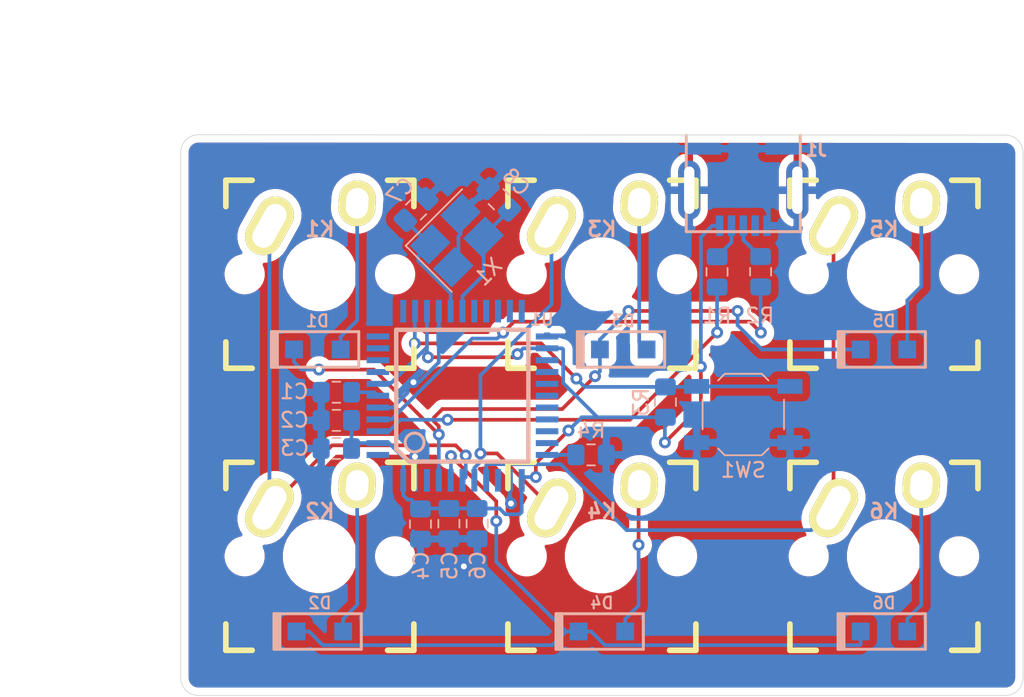
<source format=kicad_pcb>
(kicad_pcb (version 20171130) (host pcbnew "(5.1.2)-2")

  (general
    (thickness 1.6)
    (drawings 15)
    (tracks 228)
    (zones 0)
    (modules 28)
    (nets 45)
  )

  (page A4)
  (layers
    (0 F.Cu signal)
    (31 B.Cu signal)
    (32 B.Adhes user)
    (33 F.Adhes user)
    (34 B.Paste user)
    (35 F.Paste user)
    (36 B.SilkS user)
    (37 F.SilkS user)
    (38 B.Mask user)
    (39 F.Mask user)
    (40 Dwgs.User user hide)
    (41 Cmts.User user)
    (42 Eco1.User user)
    (43 Eco2.User user)
    (44 Edge.Cuts user)
    (45 Margin user)
    (46 B.CrtYd user)
    (47 F.CrtYd user)
    (48 B.Fab user)
    (49 F.Fab user)
  )

  (setup
    (last_trace_width 0.25)
    (trace_clearance 0.2)
    (zone_clearance 0.508)
    (zone_45_only no)
    (trace_min 0.2)
    (via_size 0.8)
    (via_drill 0.4)
    (via_min_size 0.4)
    (via_min_drill 0.3)
    (uvia_size 0.3)
    (uvia_drill 0.1)
    (uvias_allowed no)
    (uvia_min_size 0.2)
    (uvia_min_drill 0.1)
    (edge_width 0.05)
    (segment_width 0.2)
    (pcb_text_width 0.3)
    (pcb_text_size 1.5 1.5)
    (mod_edge_width 0.12)
    (mod_text_size 1 1)
    (mod_text_width 0.15)
    (pad_size 2.1 1.8)
    (pad_drill 0)
    (pad_to_mask_clearance 0.051)
    (solder_mask_min_width 0.25)
    (aux_axis_origin 0 0)
    (visible_elements 7FFDFFFF)
    (pcbplotparams
      (layerselection 0x010f4_ffffffff)
      (usegerberextensions true)
      (usegerberattributes false)
      (usegerberadvancedattributes false)
      (creategerberjobfile false)
      (excludeedgelayer true)
      (linewidth 0.100000)
      (plotframeref false)
      (viasonmask false)
      (mode 1)
      (useauxorigin false)
      (hpglpennumber 1)
      (hpglpenspeed 20)
      (hpglpendiameter 15.000000)
      (psnegative false)
      (psa4output false)
      (plotreference true)
      (plotvalue false)
      (plotinvisibletext false)
      (padsonsilk false)
      (subtractmaskfromsilk false)
      (outputformat 1)
      (mirror false)
      (drillshape 0)
      (scaleselection 1)
      (outputdirectory "Gerbers-Drill/"))
  )

  (net 0 "")
  (net 1 GND)
  (net 2 /UCAP)
  (net 3 /VUSB)
  (net 4 /XTAL1)
  (net 5 /XTAL2)
  (net 6 "Net-(D1-Pad2)")
  (net 7 /ROW0)
  (net 8 "Net-(D2-Pad2)")
  (net 9 /ROW1)
  (net 10 "Net-(D3-Pad2)")
  (net 11 "Net-(D4-Pad2)")
  (net 12 "Net-(D5-Pad2)")
  (net 13 "Net-(D6-Pad2)")
  (net 14 "Net-(J1-Pad2)")
  (net 15 "Net-(J1-Pad3)")
  (net 16 "Net-(J1-Pad4)")
  (net 17 /COL0)
  (net 18 /COL1)
  (net 19 /COL2)
  (net 20 /D-)
  (net 21 /D+)
  (net 22 /~RESET~)
  (net 23 /~HWB~)
  (net 24 "Net-(U1-Pad42)")
  (net 25 "Net-(U1-Pad36)")
  (net 26 "Net-(U1-Pad12)")
  (net 27 "Net-(U1-Pad18)")
  (net 28 "Net-(U1-Pad19)")
  (net 29 "Net-(U1-Pad20)")
  (net 30 "Net-(U1-Pad21)")
  (net 31 "Net-(U1-Pad22)")
  (net 32 "Net-(U1-Pad28)")
  (net 33 "Net-(U1-Pad27)")
  (net 34 "Net-(U1-Pad26)")
  (net 35 "Net-(U1-Pad8)")
  (net 36 "Net-(U1-Pad9)")
  (net 37 "Net-(U1-Pad25)")
  (net 38 "Net-(U1-Pad10)")
  (net 39 "Net-(U1-Pad11)")
  (net 40 "Net-(U1-Pad29)")
  (net 41 "Net-(U1-Pad30)")
  (net 42 "Net-(U1-Pad31)")
  (net 43 "Net-(U1-Pad32)")
  (net 44 "Net-(U1-Pad1)")

  (net_class Default "This is the default net class."
    (clearance 0.2)
    (trace_width 0.25)
    (via_dia 0.8)
    (via_drill 0.4)
    (uvia_dia 0.3)
    (uvia_drill 0.1)
    (add_net /COL0)
    (add_net /COL1)
    (add_net /COL2)
    (add_net /D+)
    (add_net /D-)
    (add_net /ROW0)
    (add_net /ROW1)
    (add_net /UCAP)
    (add_net /VUSB)
    (add_net /XTAL1)
    (add_net /XTAL2)
    (add_net /~HWB~)
    (add_net /~RESET~)
    (add_net GND)
    (add_net "Net-(D1-Pad2)")
    (add_net "Net-(D2-Pad2)")
    (add_net "Net-(D3-Pad2)")
    (add_net "Net-(D4-Pad2)")
    (add_net "Net-(D5-Pad2)")
    (add_net "Net-(D6-Pad2)")
    (add_net "Net-(J1-Pad2)")
    (add_net "Net-(J1-Pad3)")
    (add_net "Net-(J1-Pad4)")
    (add_net "Net-(U1-Pad1)")
    (add_net "Net-(U1-Pad10)")
    (add_net "Net-(U1-Pad11)")
    (add_net "Net-(U1-Pad12)")
    (add_net "Net-(U1-Pad18)")
    (add_net "Net-(U1-Pad19)")
    (add_net "Net-(U1-Pad20)")
    (add_net "Net-(U1-Pad21)")
    (add_net "Net-(U1-Pad22)")
    (add_net "Net-(U1-Pad25)")
    (add_net "Net-(U1-Pad26)")
    (add_net "Net-(U1-Pad27)")
    (add_net "Net-(U1-Pad28)")
    (add_net "Net-(U1-Pad29)")
    (add_net "Net-(U1-Pad30)")
    (add_net "Net-(U1-Pad31)")
    (add_net "Net-(U1-Pad32)")
    (add_net "Net-(U1-Pad36)")
    (add_net "Net-(U1-Pad42)")
    (add_net "Net-(U1-Pad8)")
    (add_net "Net-(U1-Pad9)")
  )

  (module keebs:Mx_Alps_100 (layer F.Cu) (tedit 58057B75) (tstamp 5D3F2C77)
    (at 128.805 94.82)
    (descr MXALPS)
    (tags MXALPS)
    (path /5D3F8B73)
    (fp_text reference K1 (at 0 -3.048) (layer B.SilkS)
      (effects (font (size 1 1) (thickness 0.2)) (justify mirror))
    )
    (fp_text value KEYSW (at 5.334 10.922) (layer B.SilkS) hide
      (effects (font (size 1.524 1.524) (thickness 0.3048)) (justify mirror))
    )
    (fp_line (start -7.62 7.62) (end -7.62 -7.62) (layer Dwgs.User) (width 0.3))
    (fp_line (start 7.62 7.62) (end -7.62 7.62) (layer Dwgs.User) (width 0.3))
    (fp_line (start 7.62 -7.62) (end 7.62 7.62) (layer Dwgs.User) (width 0.3))
    (fp_line (start -7.62 -7.62) (end 7.62 -7.62) (layer Dwgs.User) (width 0.3))
    (fp_line (start 7.75 -6.4) (end -7.75 -6.4) (layer Dwgs.User) (width 0.3))
    (fp_line (start 7.75 6.4) (end 7.75 -6.4) (layer Dwgs.User) (width 0.3))
    (fp_line (start -7.75 6.4) (end 7.75 6.4) (layer Dwgs.User) (width 0.3))
    (fp_line (start -7.75 6.4) (end -7.75 -6.4) (layer Dwgs.User) (width 0.3))
    (fp_line (start -6.985 6.985) (end -6.985 -6.985) (layer Eco2.User) (width 0.1524))
    (fp_line (start 6.985 6.985) (end -6.985 6.985) (layer Eco2.User) (width 0.1524))
    (fp_line (start 6.985 -6.985) (end 6.985 6.985) (layer Eco2.User) (width 0.1524))
    (fp_line (start -6.985 -6.985) (end 6.985 -6.985) (layer Eco2.User) (width 0.1524))
    (fp_line (start -6.35 -4.572) (end -6.35 -6.35) (layer F.SilkS) (width 0.381))
    (fp_line (start -6.35 6.35) (end -6.35 4.572) (layer F.SilkS) (width 0.381))
    (fp_line (start -4.572 6.35) (end -6.35 6.35) (layer F.SilkS) (width 0.381))
    (fp_line (start 6.35 6.35) (end 4.572 6.35) (layer F.SilkS) (width 0.381))
    (fp_line (start 6.35 4.572) (end 6.35 6.35) (layer F.SilkS) (width 0.381))
    (fp_line (start 6.35 -6.35) (end 6.35 -4.572) (layer F.SilkS) (width 0.381))
    (fp_line (start 4.572 -6.35) (end 6.35 -6.35) (layer F.SilkS) (width 0.381))
    (fp_line (start -6.35 -6.35) (end -4.572 -6.35) (layer F.SilkS) (width 0.381))
    (fp_line (start -9.398 9.398) (end -9.398 -9.398) (layer Dwgs.User) (width 0.1524))
    (fp_line (start 9.398 9.398) (end -9.398 9.398) (layer Dwgs.User) (width 0.1524))
    (fp_line (start 9.398 -9.398) (end 9.398 9.398) (layer Dwgs.User) (width 0.1524))
    (fp_line (start -9.398 -9.398) (end 9.398 -9.398) (layer Dwgs.User) (width 0.1524))
    (fp_line (start -6.35 6.35) (end -6.35 -6.35) (layer Cmts.User) (width 0.1524))
    (fp_line (start 6.35 6.35) (end -6.35 6.35) (layer Cmts.User) (width 0.1524))
    (fp_line (start 6.35 -6.35) (end 6.35 6.35) (layer Cmts.User) (width 0.1524))
    (fp_line (start -6.35 -6.35) (end 6.35 -6.35) (layer Cmts.User) (width 0.1524))
    (pad 2 thru_hole oval (at 2.52 -4.79 356.1) (size 2.5 3.08) (drill oval 1.5 2.08) (layers *.Cu *.Mask F.SilkS)
      (net 6 "Net-(D1-Pad2)"))
    (pad 1 thru_hole oval (at -3.405 -3.27 330.95) (size 2.5 4.17) (drill oval 1.5 3.17) (layers *.Cu *.Mask F.SilkS)
      (net 17 /COL0))
    (pad HOLE np_thru_hole circle (at 5.08 0) (size 1.7018 1.7018) (drill 1.7018) (layers *.Cu))
    (pad HOLE np_thru_hole circle (at -5.08 0) (size 1.7018 1.7018) (drill 1.7018) (layers *.Cu))
    (pad HOLE np_thru_hole circle (at 0 0) (size 3.9878 3.9878) (drill 3.9878) (layers *.Cu))
  )

  (module keebs:Mx_Alps_100 (layer F.Cu) (tedit 58057B75) (tstamp 5D3F376F)
    (at 166.905 94.82)
    (descr MXALPS)
    (tags MXALPS)
    (path /5D3FBE14)
    (fp_text reference K5 (at 0 -3.048) (layer B.SilkS)
      (effects (font (size 1 1) (thickness 0.2)) (justify mirror))
    )
    (fp_text value KEYSW (at 5.334 10.922) (layer B.SilkS) hide
      (effects (font (size 1.524 1.524) (thickness 0.3048)) (justify mirror))
    )
    (fp_line (start -7.62 7.62) (end -7.62 -7.62) (layer Dwgs.User) (width 0.3))
    (fp_line (start 7.62 7.62) (end -7.62 7.62) (layer Dwgs.User) (width 0.3))
    (fp_line (start 7.62 -7.62) (end 7.62 7.62) (layer Dwgs.User) (width 0.3))
    (fp_line (start -7.62 -7.62) (end 7.62 -7.62) (layer Dwgs.User) (width 0.3))
    (fp_line (start 7.75 -6.4) (end -7.75 -6.4) (layer Dwgs.User) (width 0.3))
    (fp_line (start 7.75 6.4) (end 7.75 -6.4) (layer Dwgs.User) (width 0.3))
    (fp_line (start -7.75 6.4) (end 7.75 6.4) (layer Dwgs.User) (width 0.3))
    (fp_line (start -7.75 6.4) (end -7.75 -6.4) (layer Dwgs.User) (width 0.3))
    (fp_line (start -6.985 6.985) (end -6.985 -6.985) (layer Eco2.User) (width 0.1524))
    (fp_line (start 6.985 6.985) (end -6.985 6.985) (layer Eco2.User) (width 0.1524))
    (fp_line (start 6.985 -6.985) (end 6.985 6.985) (layer Eco2.User) (width 0.1524))
    (fp_line (start -6.985 -6.985) (end 6.985 -6.985) (layer Eco2.User) (width 0.1524))
    (fp_line (start -6.35 -4.572) (end -6.35 -6.35) (layer F.SilkS) (width 0.381))
    (fp_line (start -6.35 6.35) (end -6.35 4.572) (layer F.SilkS) (width 0.381))
    (fp_line (start -4.572 6.35) (end -6.35 6.35) (layer F.SilkS) (width 0.381))
    (fp_line (start 6.35 6.35) (end 4.572 6.35) (layer F.SilkS) (width 0.381))
    (fp_line (start 6.35 4.572) (end 6.35 6.35) (layer F.SilkS) (width 0.381))
    (fp_line (start 6.35 -6.35) (end 6.35 -4.572) (layer F.SilkS) (width 0.381))
    (fp_line (start 4.572 -6.35) (end 6.35 -6.35) (layer F.SilkS) (width 0.381))
    (fp_line (start -6.35 -6.35) (end -4.572 -6.35) (layer F.SilkS) (width 0.381))
    (fp_line (start -9.398 9.398) (end -9.398 -9.398) (layer Dwgs.User) (width 0.1524))
    (fp_line (start 9.398 9.398) (end -9.398 9.398) (layer Dwgs.User) (width 0.1524))
    (fp_line (start 9.398 -9.398) (end 9.398 9.398) (layer Dwgs.User) (width 0.1524))
    (fp_line (start -9.398 -9.398) (end 9.398 -9.398) (layer Dwgs.User) (width 0.1524))
    (fp_line (start -6.35 6.35) (end -6.35 -6.35) (layer Cmts.User) (width 0.1524))
    (fp_line (start 6.35 6.35) (end -6.35 6.35) (layer Cmts.User) (width 0.1524))
    (fp_line (start 6.35 -6.35) (end 6.35 6.35) (layer Cmts.User) (width 0.1524))
    (fp_line (start -6.35 -6.35) (end 6.35 -6.35) (layer Cmts.User) (width 0.1524))
    (pad 2 thru_hole oval (at 2.52 -4.79 356.1) (size 2.5 3.08) (drill oval 1.5 2.08) (layers *.Cu *.Mask F.SilkS)
      (net 12 "Net-(D5-Pad2)"))
    (pad 1 thru_hole oval (at -3.405 -3.27 330.95) (size 2.5 4.17) (drill oval 1.5 3.17) (layers *.Cu *.Mask F.SilkS)
      (net 19 /COL2))
    (pad HOLE np_thru_hole circle (at 5.08 0) (size 1.7018 1.7018) (drill 1.7018) (layers *.Cu))
    (pad HOLE np_thru_hole circle (at -5.08 0) (size 1.7018 1.7018) (drill 1.7018) (layers *.Cu))
    (pad HOLE np_thru_hole circle (at 0 0) (size 3.9878 3.9878) (drill 3.9878) (layers *.Cu))
  )

  (module Capacitor_SMD:C_0805_2012Metric_Pad1.15x1.40mm_HandSolder (layer B.Cu) (tedit 5B36C52B) (tstamp 5D3F2B54)
    (at 129.92 102.79)
    (descr "Capacitor SMD 0805 (2012 Metric), square (rectangular) end terminal, IPC_7351 nominal with elongated pad for handsoldering. (Body size source: https://docs.google.com/spreadsheets/d/1BsfQQcO9C6DZCsRaXUlFlo91Tg2WpOkGARC1WS5S8t0/edit?usp=sharing), generated with kicad-footprint-generator")
    (tags "capacitor handsolder")
    (path /5D3EDA65)
    (attr smd)
    (fp_text reference C1 (at -2.85 -0.05) (layer B.SilkS)
      (effects (font (size 1 1) (thickness 0.15)) (justify mirror))
    )
    (fp_text value 1u (at 0 -1.65) (layer B.Fab)
      (effects (font (size 1 1) (thickness 0.15)) (justify mirror))
    )
    (fp_text user %R (at 0 0) (layer B.Fab)
      (effects (font (size 0.5 0.5) (thickness 0.08)) (justify mirror))
    )
    (fp_line (start 1.85 -0.95) (end -1.85 -0.95) (layer B.CrtYd) (width 0.05))
    (fp_line (start 1.85 0.95) (end 1.85 -0.95) (layer B.CrtYd) (width 0.05))
    (fp_line (start -1.85 0.95) (end 1.85 0.95) (layer B.CrtYd) (width 0.05))
    (fp_line (start -1.85 -0.95) (end -1.85 0.95) (layer B.CrtYd) (width 0.05))
    (fp_line (start -0.261252 -0.71) (end 0.261252 -0.71) (layer B.SilkS) (width 0.12))
    (fp_line (start -0.261252 0.71) (end 0.261252 0.71) (layer B.SilkS) (width 0.12))
    (fp_line (start 1 -0.6) (end -1 -0.6) (layer B.Fab) (width 0.1))
    (fp_line (start 1 0.6) (end 1 -0.6) (layer B.Fab) (width 0.1))
    (fp_line (start -1 0.6) (end 1 0.6) (layer B.Fab) (width 0.1))
    (fp_line (start -1 -0.6) (end -1 0.6) (layer B.Fab) (width 0.1))
    (pad 2 smd roundrect (at 1.025 0) (size 1.15 1.4) (layers B.Cu B.Paste B.Mask) (roundrect_rratio 0.217391)
      (net 2 /UCAP))
    (pad 1 smd roundrect (at -1.025 0) (size 1.15 1.4) (layers B.Cu B.Paste B.Mask) (roundrect_rratio 0.217391)
      (net 1 GND))
    (model ${KISYS3DMOD}/Capacitor_SMD.3dshapes/C_0805_2012Metric.wrl
      (at (xyz 0 0 0))
      (scale (xyz 1 1 1))
      (rotate (xyz 0 0 0))
    )
  )

  (module Capacitor_SMD:C_0805_2012Metric_Pad1.15x1.40mm_HandSolder (layer B.Cu) (tedit 5B36C52B) (tstamp 5D3F5DF6)
    (at 129.92 104.69 180)
    (descr "Capacitor SMD 0805 (2012 Metric), square (rectangular) end terminal, IPC_7351 nominal with elongated pad for handsoldering. (Body size source: https://docs.google.com/spreadsheets/d/1BsfQQcO9C6DZCsRaXUlFlo91Tg2WpOkGARC1WS5S8t0/edit?usp=sharing), generated with kicad-footprint-generator")
    (tags "capacitor handsolder")
    (path /5D3EEB6F)
    (attr smd)
    (fp_text reference C2 (at 2.835 0.03) (layer B.SilkS)
      (effects (font (size 1 1) (thickness 0.15)) (justify mirror))
    )
    (fp_text value 0.1u (at 0 -1.65) (layer B.Fab)
      (effects (font (size 1 1) (thickness 0.15)) (justify mirror))
    )
    (fp_line (start -1 -0.6) (end -1 0.6) (layer B.Fab) (width 0.1))
    (fp_line (start -1 0.6) (end 1 0.6) (layer B.Fab) (width 0.1))
    (fp_line (start 1 0.6) (end 1 -0.6) (layer B.Fab) (width 0.1))
    (fp_line (start 1 -0.6) (end -1 -0.6) (layer B.Fab) (width 0.1))
    (fp_line (start -0.261252 0.71) (end 0.261252 0.71) (layer B.SilkS) (width 0.12))
    (fp_line (start -0.261252 -0.71) (end 0.261252 -0.71) (layer B.SilkS) (width 0.12))
    (fp_line (start -1.85 -0.95) (end -1.85 0.95) (layer B.CrtYd) (width 0.05))
    (fp_line (start -1.85 0.95) (end 1.85 0.95) (layer B.CrtYd) (width 0.05))
    (fp_line (start 1.85 0.95) (end 1.85 -0.95) (layer B.CrtYd) (width 0.05))
    (fp_line (start 1.85 -0.95) (end -1.85 -0.95) (layer B.CrtYd) (width 0.05))
    (fp_text user %R (at 0 0) (layer B.Fab)
      (effects (font (size 0.5 0.5) (thickness 0.08)) (justify mirror))
    )
    (pad 1 smd roundrect (at -1.025 0 180) (size 1.15 1.4) (layers B.Cu B.Paste B.Mask) (roundrect_rratio 0.217391)
      (net 3 /VUSB))
    (pad 2 smd roundrect (at 1.025 0 180) (size 1.15 1.4) (layers B.Cu B.Paste B.Mask) (roundrect_rratio 0.217391)
      (net 1 GND))
    (model ${KISYS3DMOD}/Capacitor_SMD.3dshapes/C_0805_2012Metric.wrl
      (at (xyz 0 0 0))
      (scale (xyz 1 1 1))
      (rotate (xyz 0 0 0))
    )
  )

  (module Capacitor_SMD:C_0805_2012Metric_Pad1.15x1.40mm_HandSolder (layer B.Cu) (tedit 5B36C52B) (tstamp 5D3FF102)
    (at 129.92 106.59 180)
    (descr "Capacitor SMD 0805 (2012 Metric), square (rectangular) end terminal, IPC_7351 nominal with elongated pad for handsoldering. (Body size source: https://docs.google.com/spreadsheets/d/1BsfQQcO9C6DZCsRaXUlFlo91Tg2WpOkGARC1WS5S8t0/edit?usp=sharing), generated with kicad-footprint-generator")
    (tags "capacitor handsolder")
    (path /5D3EF0A6)
    (attr smd)
    (fp_text reference C3 (at 2.815 0.03) (layer B.SilkS)
      (effects (font (size 1 1) (thickness 0.15)) (justify mirror))
    )
    (fp_text value 0.1u (at 0 -1.65) (layer B.Fab)
      (effects (font (size 1 1) (thickness 0.15)) (justify mirror))
    )
    (fp_text user %R (at 0 0) (layer B.Fab)
      (effects (font (size 0.5 0.5) (thickness 0.08)) (justify mirror))
    )
    (fp_line (start 1.85 -0.95) (end -1.85 -0.95) (layer B.CrtYd) (width 0.05))
    (fp_line (start 1.85 0.95) (end 1.85 -0.95) (layer B.CrtYd) (width 0.05))
    (fp_line (start -1.85 0.95) (end 1.85 0.95) (layer B.CrtYd) (width 0.05))
    (fp_line (start -1.85 -0.95) (end -1.85 0.95) (layer B.CrtYd) (width 0.05))
    (fp_line (start -0.261252 -0.71) (end 0.261252 -0.71) (layer B.SilkS) (width 0.12))
    (fp_line (start -0.261252 0.71) (end 0.261252 0.71) (layer B.SilkS) (width 0.12))
    (fp_line (start 1 -0.6) (end -1 -0.6) (layer B.Fab) (width 0.1))
    (fp_line (start 1 0.6) (end 1 -0.6) (layer B.Fab) (width 0.1))
    (fp_line (start -1 0.6) (end 1 0.6) (layer B.Fab) (width 0.1))
    (fp_line (start -1 -0.6) (end -1 0.6) (layer B.Fab) (width 0.1))
    (pad 2 smd roundrect (at 1.025 0 180) (size 1.15 1.4) (layers B.Cu B.Paste B.Mask) (roundrect_rratio 0.217391)
      (net 1 GND))
    (pad 1 smd roundrect (at -1.025 0 180) (size 1.15 1.4) (layers B.Cu B.Paste B.Mask) (roundrect_rratio 0.217391)
      (net 3 /VUSB))
    (model ${KISYS3DMOD}/Capacitor_SMD.3dshapes/C_0805_2012Metric.wrl
      (at (xyz 0 0 0))
      (scale (xyz 1 1 1))
      (rotate (xyz 0 0 0))
    )
  )

  (module Capacitor_SMD:C_0805_2012Metric_Pad1.15x1.40mm_HandSolder (layer B.Cu) (tedit 5B36C52B) (tstamp 5D3F2B87)
    (at 135.6 111.695 270)
    (descr "Capacitor SMD 0805 (2012 Metric), square (rectangular) end terminal, IPC_7351 nominal with elongated pad for handsoldering. (Body size source: https://docs.google.com/spreadsheets/d/1BsfQQcO9C6DZCsRaXUlFlo91Tg2WpOkGARC1WS5S8t0/edit?usp=sharing), generated with kicad-footprint-generator")
    (tags "capacitor handsolder")
    (path /5D3EF9F5)
    (attr smd)
    (fp_text reference C4 (at 2.815 -0.05 90) (layer B.SilkS)
      (effects (font (size 1 1) (thickness 0.15)) (justify mirror))
    )
    (fp_text value 0.1u (at 0 -1.65 90) (layer B.Fab)
      (effects (font (size 1 1) (thickness 0.15)) (justify mirror))
    )
    (fp_line (start -1 -0.6) (end -1 0.6) (layer B.Fab) (width 0.1))
    (fp_line (start -1 0.6) (end 1 0.6) (layer B.Fab) (width 0.1))
    (fp_line (start 1 0.6) (end 1 -0.6) (layer B.Fab) (width 0.1))
    (fp_line (start 1 -0.6) (end -1 -0.6) (layer B.Fab) (width 0.1))
    (fp_line (start -0.261252 0.71) (end 0.261252 0.71) (layer B.SilkS) (width 0.12))
    (fp_line (start -0.261252 -0.71) (end 0.261252 -0.71) (layer B.SilkS) (width 0.12))
    (fp_line (start -1.85 -0.95) (end -1.85 0.95) (layer B.CrtYd) (width 0.05))
    (fp_line (start -1.85 0.95) (end 1.85 0.95) (layer B.CrtYd) (width 0.05))
    (fp_line (start 1.85 0.95) (end 1.85 -0.95) (layer B.CrtYd) (width 0.05))
    (fp_line (start 1.85 -0.95) (end -1.85 -0.95) (layer B.CrtYd) (width 0.05))
    (fp_text user %R (at 0 0 90) (layer B.Fab)
      (effects (font (size 0.5 0.5) (thickness 0.08)) (justify mirror))
    )
    (pad 1 smd roundrect (at -1.025 0 270) (size 1.15 1.4) (layers B.Cu B.Paste B.Mask) (roundrect_rratio 0.217391)
      (net 3 /VUSB))
    (pad 2 smd roundrect (at 1.025 0 270) (size 1.15 1.4) (layers B.Cu B.Paste B.Mask) (roundrect_rratio 0.217391)
      (net 1 GND))
    (model ${KISYS3DMOD}/Capacitor_SMD.3dshapes/C_0805_2012Metric.wrl
      (at (xyz 0 0 0))
      (scale (xyz 1 1 1))
      (rotate (xyz 0 0 0))
    )
  )

  (module Capacitor_SMD:C_0805_2012Metric_Pad1.15x1.40mm_HandSolder (layer B.Cu) (tedit 5B36C52B) (tstamp 5D3F4404)
    (at 137.52 111.665 270)
    (descr "Capacitor SMD 0805 (2012 Metric), square (rectangular) end terminal, IPC_7351 nominal with elongated pad for handsoldering. (Body size source: https://docs.google.com/spreadsheets/d/1BsfQQcO9C6DZCsRaXUlFlo91Tg2WpOkGARC1WS5S8t0/edit?usp=sharing), generated with kicad-footprint-generator")
    (tags "capacitor handsolder")
    (path /5D3EFDEF)
    (attr smd)
    (fp_text reference C5 (at 2.845 -0.05 90) (layer B.SilkS)
      (effects (font (size 1 1) (thickness 0.15)) (justify mirror))
    )
    (fp_text value 0.1u (at 0 -1.65 90) (layer B.Fab)
      (effects (font (size 1 1) (thickness 0.15)) (justify mirror))
    )
    (fp_text user %R (at 0 0 90) (layer B.Fab)
      (effects (font (size 0.5 0.5) (thickness 0.08)) (justify mirror))
    )
    (fp_line (start 1.85 -0.95) (end -1.85 -0.95) (layer B.CrtYd) (width 0.05))
    (fp_line (start 1.85 0.95) (end 1.85 -0.95) (layer B.CrtYd) (width 0.05))
    (fp_line (start -1.85 0.95) (end 1.85 0.95) (layer B.CrtYd) (width 0.05))
    (fp_line (start -1.85 -0.95) (end -1.85 0.95) (layer B.CrtYd) (width 0.05))
    (fp_line (start -0.261252 -0.71) (end 0.261252 -0.71) (layer B.SilkS) (width 0.12))
    (fp_line (start -0.261252 0.71) (end 0.261252 0.71) (layer B.SilkS) (width 0.12))
    (fp_line (start 1 -0.6) (end -1 -0.6) (layer B.Fab) (width 0.1))
    (fp_line (start 1 0.6) (end 1 -0.6) (layer B.Fab) (width 0.1))
    (fp_line (start -1 0.6) (end 1 0.6) (layer B.Fab) (width 0.1))
    (fp_line (start -1 -0.6) (end -1 0.6) (layer B.Fab) (width 0.1))
    (pad 2 smd roundrect (at 1.025 0 270) (size 1.15 1.4) (layers B.Cu B.Paste B.Mask) (roundrect_rratio 0.217391)
      (net 1 GND))
    (pad 1 smd roundrect (at -1.025 0 270) (size 1.15 1.4) (layers B.Cu B.Paste B.Mask) (roundrect_rratio 0.217391)
      (net 3 /VUSB))
    (model ${KISYS3DMOD}/Capacitor_SMD.3dshapes/C_0805_2012Metric.wrl
      (at (xyz 0 0 0))
      (scale (xyz 1 1 1))
      (rotate (xyz 0 0 0))
    )
  )

  (module Capacitor_SMD:C_0805_2012Metric_Pad1.15x1.40mm_HandSolder (layer B.Cu) (tedit 5B36C52B) (tstamp 5D3FBBF2)
    (at 139.43 111.665 270)
    (descr "Capacitor SMD 0805 (2012 Metric), square (rectangular) end terminal, IPC_7351 nominal with elongated pad for handsoldering. (Body size source: https://docs.google.com/spreadsheets/d/1BsfQQcO9C6DZCsRaXUlFlo91Tg2WpOkGARC1WS5S8t0/edit?usp=sharing), generated with kicad-footprint-generator")
    (tags "capacitor handsolder")
    (path /5D3F04C9)
    (attr smd)
    (fp_text reference C6 (at 2.825 -0.03175 90) (layer B.SilkS)
      (effects (font (size 1 1) (thickness 0.15)) (justify mirror))
    )
    (fp_text value 4.7u (at 0 -1.65 90) (layer B.Fab)
      (effects (font (size 1 1) (thickness 0.15)) (justify mirror))
    )
    (fp_line (start -1 -0.6) (end -1 0.6) (layer B.Fab) (width 0.1))
    (fp_line (start -1 0.6) (end 1 0.6) (layer B.Fab) (width 0.1))
    (fp_line (start 1 0.6) (end 1 -0.6) (layer B.Fab) (width 0.1))
    (fp_line (start 1 -0.6) (end -1 -0.6) (layer B.Fab) (width 0.1))
    (fp_line (start -0.261252 0.71) (end 0.261252 0.71) (layer B.SilkS) (width 0.12))
    (fp_line (start -0.261252 -0.71) (end 0.261252 -0.71) (layer B.SilkS) (width 0.12))
    (fp_line (start -1.85 -0.95) (end -1.85 0.95) (layer B.CrtYd) (width 0.05))
    (fp_line (start -1.85 0.95) (end 1.85 0.95) (layer B.CrtYd) (width 0.05))
    (fp_line (start 1.85 0.95) (end 1.85 -0.95) (layer B.CrtYd) (width 0.05))
    (fp_line (start 1.85 -0.95) (end -1.85 -0.95) (layer B.CrtYd) (width 0.05))
    (fp_text user %R (at 0 0 90) (layer B.Fab)
      (effects (font (size 0.5 0.5) (thickness 0.08)) (justify mirror))
    )
    (pad 1 smd roundrect (at -1.025 0 270) (size 1.15 1.4) (layers B.Cu B.Paste B.Mask) (roundrect_rratio 0.217391)
      (net 3 /VUSB))
    (pad 2 smd roundrect (at 1.025 0 270) (size 1.15 1.4) (layers B.Cu B.Paste B.Mask) (roundrect_rratio 0.217391)
      (net 1 GND))
    (model ${KISYS3DMOD}/Capacitor_SMD.3dshapes/C_0805_2012Metric.wrl
      (at (xyz 0 0 0))
      (scale (xyz 1 1 1))
      (rotate (xyz 0 0 0))
    )
  )

  (module Capacitor_SMD:C_0805_2012Metric_Pad1.15x1.40mm_HandSolder (layer B.Cu) (tedit 5B36C52B) (tstamp 5D3FC011)
    (at 135.300166 90.445734 45)
    (descr "Capacitor SMD 0805 (2012 Metric), square (rectangular) end terminal, IPC_7351 nominal with elongated pad for handsoldering. (Body size source: https://docs.google.com/spreadsheets/d/1BsfQQcO9C6DZCsRaXUlFlo91Tg2WpOkGARC1WS5S8t0/edit?usp=sharing), generated with kicad-footprint-generator")
    (tags "capacitor handsolder")
    (path /5D3F06FA)
    (attr smd)
    (fp_text reference C7 (at 0.126974 -1.616446 45) (layer B.SilkS)
      (effects (font (size 1 1) (thickness 0.15)) (justify mirror))
    )
    (fp_text value 22p (at 0 -1.65 45) (layer B.Fab)
      (effects (font (size 1 1) (thickness 0.15)) (justify mirror))
    )
    (fp_text user %R (at 0 0 45) (layer B.Fab)
      (effects (font (size 0.5 0.5) (thickness 0.08)) (justify mirror))
    )
    (fp_line (start 1.85 -0.95) (end -1.85 -0.95) (layer B.CrtYd) (width 0.05))
    (fp_line (start 1.85 0.95) (end 1.85 -0.95) (layer B.CrtYd) (width 0.05))
    (fp_line (start -1.85 0.95) (end 1.85 0.95) (layer B.CrtYd) (width 0.05))
    (fp_line (start -1.85 -0.95) (end -1.85 0.95) (layer B.CrtYd) (width 0.05))
    (fp_line (start -0.261252 -0.71) (end 0.261252 -0.71) (layer B.SilkS) (width 0.12))
    (fp_line (start -0.261252 0.71) (end 0.261252 0.71) (layer B.SilkS) (width 0.12))
    (fp_line (start 1 -0.6) (end -1 -0.6) (layer B.Fab) (width 0.1))
    (fp_line (start 1 0.6) (end 1 -0.6) (layer B.Fab) (width 0.1))
    (fp_line (start -1 0.6) (end 1 0.6) (layer B.Fab) (width 0.1))
    (fp_line (start -1 -0.6) (end -1 0.6) (layer B.Fab) (width 0.1))
    (pad 2 smd roundrect (at 1.025 0 45) (size 1.15 1.4) (layers B.Cu B.Paste B.Mask) (roundrect_rratio 0.217391)
      (net 1 GND))
    (pad 1 smd roundrect (at -1.025 0 45) (size 1.15 1.4) (layers B.Cu B.Paste B.Mask) (roundrect_rratio 0.217391)
      (net 4 /XTAL1))
    (model ${KISYS3DMOD}/Capacitor_SMD.3dshapes/C_0805_2012Metric.wrl
      (at (xyz 0 0 0))
      (scale (xyz 1 1 1))
      (rotate (xyz 0 0 0))
    )
  )

  (module Capacitor_SMD:C_0805_2012Metric_Pad1.15x1.40mm_HandSolder (layer B.Cu) (tedit 5B36C52B) (tstamp 5D3FC041)
    (at 140.888166 89.758166 135)
    (descr "Capacitor SMD 0805 (2012 Metric), square (rectangular) end terminal, IPC_7351 nominal with elongated pad for handsoldering. (Body size source: https://docs.google.com/spreadsheets/d/1BsfQQcO9C6DZCsRaXUlFlo91Tg2WpOkGARC1WS5S8t0/edit?usp=sharing), generated with kicad-footprint-generator")
    (tags "capacitor handsolder")
    (path /5D3F0AC8)
    (attr smd)
    (fp_text reference C8 (at 0 1.65 135) (layer B.SilkS)
      (effects (font (size 1 1) (thickness 0.15)) (justify mirror))
    )
    (fp_text value 22p (at 0 -1.65 135) (layer B.Fab)
      (effects (font (size 1 1) (thickness 0.15)) (justify mirror))
    )
    (fp_line (start -1 -0.6) (end -1 0.6) (layer B.Fab) (width 0.1))
    (fp_line (start -1 0.6) (end 1 0.6) (layer B.Fab) (width 0.1))
    (fp_line (start 1 0.6) (end 1 -0.6) (layer B.Fab) (width 0.1))
    (fp_line (start 1 -0.6) (end -1 -0.6) (layer B.Fab) (width 0.1))
    (fp_line (start -0.261252 0.71) (end 0.261252 0.71) (layer B.SilkS) (width 0.12))
    (fp_line (start -0.261252 -0.71) (end 0.261252 -0.71) (layer B.SilkS) (width 0.12))
    (fp_line (start -1.85 -0.95) (end -1.85 0.95) (layer B.CrtYd) (width 0.05))
    (fp_line (start -1.85 0.95) (end 1.85 0.95) (layer B.CrtYd) (width 0.05))
    (fp_line (start 1.85 0.95) (end 1.85 -0.95) (layer B.CrtYd) (width 0.05))
    (fp_line (start 1.85 -0.95) (end -1.85 -0.95) (layer B.CrtYd) (width 0.05))
    (fp_text user %R (at 0 0 135) (layer B.Fab)
      (effects (font (size 0.5 0.5) (thickness 0.08)) (justify mirror))
    )
    (pad 1 smd roundrect (at -1.025 0 135) (size 1.15 1.4) (layers B.Cu B.Paste B.Mask) (roundrect_rratio 0.217391)
      (net 5 /XTAL2))
    (pad 2 smd roundrect (at 1.025 0 135) (size 1.15 1.4) (layers B.Cu B.Paste B.Mask) (roundrect_rratio 0.217391)
      (net 1 GND))
    (model ${KISYS3DMOD}/Capacitor_SMD.3dshapes/C_0805_2012Metric.wrl
      (at (xyz 0 0 0))
      (scale (xyz 1 1 1))
      (rotate (xyz 0 0 0))
    )
  )

  (module keyboard_parts:USB_miniB_hirose_5S8 (layer B.Cu) (tedit 5950B1FC) (tstamp 5D3FD386)
    (at 157.4054 91.5434)
    (descr "USB miniB hirose UX60SC-MB-5S8")
    (tags "USB miniB hirose through hole UX60SC-MB-5S8")
    (path /5D3E66FE)
    (fp_text reference J1 (at 4.9276 -5.1054) (layer B.SilkS)
      (effects (font (size 0.8128 0.8128) (thickness 0.2032)) (justify mirror))
    )
    (fp_text value USB_mini_micro_B (at 0 -7.95) (layer Dwgs.User) hide
      (effects (font (size 1.524 1.524) (thickness 0.3048)))
    )
    (fp_line (start -3.85 -6.6) (end 3.85 -6.6) (layer Dwgs.User) (width 0.2))
    (fp_text user "PCB edge" (at -0.05 -5.35) (layer Dwgs.User) hide
      (effects (font (size 0.5 0.5) (thickness 0.125)))
    )
    (fp_line (start 3.85 -6.6) (end 3.85 -5.7) (layer Dwgs.User) (width 0.2))
    (fp_line (start -3.85 -6.6) (end -3.85 -5.7) (layer Dwgs.User) (width 0.2))
    (fp_line (start -1 -6.1) (end 1 -6.1) (layer Dwgs.User) (width 0.2))
    (fp_line (start -3.85 0.4) (end 3.85 0.4) (layer B.SilkS) (width 0.2))
    (fp_line (start -3.85 0.4) (end -3.85 -6.1) (layer B.SilkS) (width 0.2))
    (fp_line (start 3.85 0.4) (end 3.85 -6.1) (layer B.SilkS) (width 0.2))
    (pad 6 thru_hole oval (at 3.65 -2.4) (size 1.5 4) (drill oval 0.7 3.2) (layers *.Cu *.Mask B.Paste)
      (net 1 GND))
    (pad 6 thru_hole oval (at -3.65 -2.4) (size 1.5 4) (drill oval 0.7 3.2) (layers *.Cu *.Mask B.Paste)
      (net 1 GND))
    (pad 5 smd rect (at 1.6 0) (size 0.5 1.4) (layers B.Cu B.Paste B.Mask)
      (net 1 GND))
    (pad 4 smd rect (at 0.8 0) (size 0.5 1.4) (layers B.Cu B.Paste B.Mask)
      (net 16 "Net-(J1-Pad4)"))
    (pad 3 smd rect (at 0 0) (size 0.5 1.4) (layers B.Cu B.Paste B.Mask)
      (net 15 "Net-(J1-Pad3)"))
    (pad 2 smd rect (at -0.8 0) (size 0.5 1.4) (layers B.Cu B.Paste B.Mask)
      (net 14 "Net-(J1-Pad2)"))
    (pad 1 smd rect (at -1.6 0) (size 0.5 1.4) (layers B.Cu B.Paste B.Mask)
      (net 3 /VUSB))
    (pad 6 smd rect (at -2.675 -5.2) (size 2.35 0.8) (layers B.Cu B.Paste B.Mask)
      (net 1 GND))
    (pad 6 smd rect (at 2.675 -5.2) (size 2.35 0.8) (layers B.Cu B.Paste B.Mask)
      (net 1 GND))
  )

  (module Resistor_SMD:R_0805_2012Metric_Pad1.15x1.40mm_HandSolder (layer B.Cu) (tedit 5B36C52B) (tstamp 5D3F2D99)
    (at 155.63375 94.66125 90)
    (descr "Resistor SMD 0805 (2012 Metric), square (rectangular) end terminal, IPC_7351 nominal with elongated pad for handsoldering. (Body size source: https://docs.google.com/spreadsheets/d/1BsfQQcO9C6DZCsRaXUlFlo91Tg2WpOkGARC1WS5S8t0/edit?usp=sharing), generated with kicad-footprint-generator")
    (tags "resistor handsolder")
    (path /5D3F0F0B)
    (attr smd)
    (fp_text reference R1 (at -2.95275 0 180) (layer B.SilkS)
      (effects (font (size 1 1) (thickness 0.15)) (justify mirror))
    )
    (fp_text value 22 (at 0 -1.65 90) (layer B.Fab)
      (effects (font (size 1 1) (thickness 0.15)) (justify mirror))
    )
    (fp_text user %R (at 0 0 90) (layer B.Fab)
      (effects (font (size 0.5 0.5) (thickness 0.08)) (justify mirror))
    )
    (fp_line (start 1.85 -0.95) (end -1.85 -0.95) (layer B.CrtYd) (width 0.05))
    (fp_line (start 1.85 0.95) (end 1.85 -0.95) (layer B.CrtYd) (width 0.05))
    (fp_line (start -1.85 0.95) (end 1.85 0.95) (layer B.CrtYd) (width 0.05))
    (fp_line (start -1.85 -0.95) (end -1.85 0.95) (layer B.CrtYd) (width 0.05))
    (fp_line (start -0.261252 -0.71) (end 0.261252 -0.71) (layer B.SilkS) (width 0.12))
    (fp_line (start -0.261252 0.71) (end 0.261252 0.71) (layer B.SilkS) (width 0.12))
    (fp_line (start 1 -0.6) (end -1 -0.6) (layer B.Fab) (width 0.1))
    (fp_line (start 1 0.6) (end 1 -0.6) (layer B.Fab) (width 0.1))
    (fp_line (start -1 0.6) (end 1 0.6) (layer B.Fab) (width 0.1))
    (fp_line (start -1 -0.6) (end -1 0.6) (layer B.Fab) (width 0.1))
    (pad 2 smd roundrect (at 1.025 0 90) (size 1.15 1.4) (layers B.Cu B.Paste B.Mask) (roundrect_rratio 0.217391)
      (net 14 "Net-(J1-Pad2)"))
    (pad 1 smd roundrect (at -1.025 0 90) (size 1.15 1.4) (layers B.Cu B.Paste B.Mask) (roundrect_rratio 0.217391)
      (net 20 /D-))
    (model ${KISYS3DMOD}/Resistor_SMD.3dshapes/R_0805_2012Metric.wrl
      (at (xyz 0 0 0))
      (scale (xyz 1 1 1))
      (rotate (xyz 0 0 0))
    )
  )

  (module Resistor_SMD:R_0805_2012Metric_Pad1.15x1.40mm_HandSolder (layer B.Cu) (tedit 5B36C52B) (tstamp 5D3F42E5)
    (at 158.5738 94.6512 90)
    (descr "Resistor SMD 0805 (2012 Metric), square (rectangular) end terminal, IPC_7351 nominal with elongated pad for handsoldering. (Body size source: https://docs.google.com/spreadsheets/d/1BsfQQcO9C6DZCsRaXUlFlo91Tg2WpOkGARC1WS5S8t0/edit?usp=sharing), generated with kicad-footprint-generator")
    (tags "resistor handsolder")
    (path /5D3F1ACB)
    (attr smd)
    (fp_text reference R2 (at -2.9628 -0.0508 180) (layer B.SilkS)
      (effects (font (size 1 1) (thickness 0.15)) (justify mirror))
    )
    (fp_text value 22 (at 0 -1.65 90) (layer B.Fab)
      (effects (font (size 1 1) (thickness 0.15)) (justify mirror))
    )
    (fp_line (start -1 -0.6) (end -1 0.6) (layer B.Fab) (width 0.1))
    (fp_line (start -1 0.6) (end 1 0.6) (layer B.Fab) (width 0.1))
    (fp_line (start 1 0.6) (end 1 -0.6) (layer B.Fab) (width 0.1))
    (fp_line (start 1 -0.6) (end -1 -0.6) (layer B.Fab) (width 0.1))
    (fp_line (start -0.261252 0.71) (end 0.261252 0.71) (layer B.SilkS) (width 0.12))
    (fp_line (start -0.261252 -0.71) (end 0.261252 -0.71) (layer B.SilkS) (width 0.12))
    (fp_line (start -1.85 -0.95) (end -1.85 0.95) (layer B.CrtYd) (width 0.05))
    (fp_line (start -1.85 0.95) (end 1.85 0.95) (layer B.CrtYd) (width 0.05))
    (fp_line (start 1.85 0.95) (end 1.85 -0.95) (layer B.CrtYd) (width 0.05))
    (fp_line (start 1.85 -0.95) (end -1.85 -0.95) (layer B.CrtYd) (width 0.05))
    (fp_text user %R (at 0 0 90) (layer B.Fab)
      (effects (font (size 0.5 0.5) (thickness 0.08)) (justify mirror))
    )
    (pad 1 smd roundrect (at -1.025 0 90) (size 1.15 1.4) (layers B.Cu B.Paste B.Mask) (roundrect_rratio 0.217391)
      (net 21 /D+))
    (pad 2 smd roundrect (at 1.025 0 90) (size 1.15 1.4) (layers B.Cu B.Paste B.Mask) (roundrect_rratio 0.217391)
      (net 15 "Net-(J1-Pad3)"))
    (model ${KISYS3DMOD}/Resistor_SMD.3dshapes/R_0805_2012Metric.wrl
      (at (xyz 0 0 0))
      (scale (xyz 1 1 1))
      (rotate (xyz 0 0 0))
    )
  )

  (module Resistor_SMD:R_0805_2012Metric_Pad1.15x1.40mm_HandSolder (layer B.Cu) (tedit 5B36C52B) (tstamp 5D3F2DBB)
    (at 152.1476 103.456 270)
    (descr "Resistor SMD 0805 (2012 Metric), square (rectangular) end terminal, IPC_7351 nominal with elongated pad for handsoldering. (Body size source: https://docs.google.com/spreadsheets/d/1BsfQQcO9C6DZCsRaXUlFlo91Tg2WpOkGARC1WS5S8t0/edit?usp=sharing), generated with kicad-footprint-generator")
    (tags "resistor handsolder")
    (path /5D3FCB1C)
    (attr smd)
    (fp_text reference R3 (at 0 1.65 90) (layer B.SilkS)
      (effects (font (size 1 1) (thickness 0.15)) (justify mirror))
    )
    (fp_text value 10k (at 0 -1.65 90) (layer B.Fab)
      (effects (font (size 1 1) (thickness 0.15)) (justify mirror))
    )
    (fp_text user %R (at 0 0 90) (layer B.Fab)
      (effects (font (size 0.5 0.5) (thickness 0.08)) (justify mirror))
    )
    (fp_line (start 1.85 -0.95) (end -1.85 -0.95) (layer B.CrtYd) (width 0.05))
    (fp_line (start 1.85 0.95) (end 1.85 -0.95) (layer B.CrtYd) (width 0.05))
    (fp_line (start -1.85 0.95) (end 1.85 0.95) (layer B.CrtYd) (width 0.05))
    (fp_line (start -1.85 -0.95) (end -1.85 0.95) (layer B.CrtYd) (width 0.05))
    (fp_line (start -0.261252 -0.71) (end 0.261252 -0.71) (layer B.SilkS) (width 0.12))
    (fp_line (start -0.261252 0.71) (end 0.261252 0.71) (layer B.SilkS) (width 0.12))
    (fp_line (start 1 -0.6) (end -1 -0.6) (layer B.Fab) (width 0.1))
    (fp_line (start 1 0.6) (end 1 -0.6) (layer B.Fab) (width 0.1))
    (fp_line (start -1 0.6) (end 1 0.6) (layer B.Fab) (width 0.1))
    (fp_line (start -1 -0.6) (end -1 0.6) (layer B.Fab) (width 0.1))
    (pad 2 smd roundrect (at 1.025 0 270) (size 1.15 1.4) (layers B.Cu B.Paste B.Mask) (roundrect_rratio 0.217391)
      (net 3 /VUSB))
    (pad 1 smd roundrect (at -1.025 0 270) (size 1.15 1.4) (layers B.Cu B.Paste B.Mask) (roundrect_rratio 0.217391)
      (net 22 /~RESET~))
    (model ${KISYS3DMOD}/Resistor_SMD.3dshapes/R_0805_2012Metric.wrl
      (at (xyz 0 0 0))
      (scale (xyz 1 1 1))
      (rotate (xyz 0 0 0))
    )
  )

  (module Resistor_SMD:R_0805_2012Metric_Pad1.15x1.40mm_HandSolder (layer B.Cu) (tedit 5B36C52B) (tstamp 5D3FECC1)
    (at 147.125 107.02 180)
    (descr "Resistor SMD 0805 (2012 Metric), square (rectangular) end terminal, IPC_7351 nominal with elongated pad for handsoldering. (Body size source: https://docs.google.com/spreadsheets/d/1BsfQQcO9C6DZCsRaXUlFlo91Tg2WpOkGARC1WS5S8t0/edit?usp=sharing), generated with kicad-footprint-generator")
    (tags "resistor handsolder")
    (path /5D3F2279)
    (attr smd)
    (fp_text reference R4 (at 0 1.65) (layer B.SilkS)
      (effects (font (size 1 1) (thickness 0.15)) (justify mirror))
    )
    (fp_text value 10k (at 0 -1.65) (layer B.Fab)
      (effects (font (size 1 1) (thickness 0.15)) (justify mirror))
    )
    (fp_line (start -1 -0.6) (end -1 0.6) (layer B.Fab) (width 0.1))
    (fp_line (start -1 0.6) (end 1 0.6) (layer B.Fab) (width 0.1))
    (fp_line (start 1 0.6) (end 1 -0.6) (layer B.Fab) (width 0.1))
    (fp_line (start 1 -0.6) (end -1 -0.6) (layer B.Fab) (width 0.1))
    (fp_line (start -0.261252 0.71) (end 0.261252 0.71) (layer B.SilkS) (width 0.12))
    (fp_line (start -0.261252 -0.71) (end 0.261252 -0.71) (layer B.SilkS) (width 0.12))
    (fp_line (start -1.85 -0.95) (end -1.85 0.95) (layer B.CrtYd) (width 0.05))
    (fp_line (start -1.85 0.95) (end 1.85 0.95) (layer B.CrtYd) (width 0.05))
    (fp_line (start 1.85 0.95) (end 1.85 -0.95) (layer B.CrtYd) (width 0.05))
    (fp_line (start 1.85 -0.95) (end -1.85 -0.95) (layer B.CrtYd) (width 0.05))
    (fp_text user %R (at 0 0) (layer B.Fab)
      (effects (font (size 0.5 0.5) (thickness 0.08)) (justify mirror))
    )
    (pad 1 smd roundrect (at -1.025 0 180) (size 1.15 1.4) (layers B.Cu B.Paste B.Mask) (roundrect_rratio 0.217391)
      (net 1 GND))
    (pad 2 smd roundrect (at 1.025 0 180) (size 1.15 1.4) (layers B.Cu B.Paste B.Mask) (roundrect_rratio 0.217391)
      (net 23 /~HWB~))
    (model ${KISYS3DMOD}/Resistor_SMD.3dshapes/R_0805_2012Metric.wrl
      (at (xyz 0 0 0))
      (scale (xyz 1 1 1))
      (rotate (xyz 0 0 0))
    )
  )

  (module Button_Switch_SMD:SW_SPST_TL3342 (layer B.Cu) (tedit 5A02FC95) (tstamp 5D3F2E02)
    (at 157.4054 104.2942)
    (descr "Low-profile SMD Tactile Switch, https://www.e-switch.com/system/asset/product_line/data_sheet/165/TL3342.pdf")
    (tags "SPST Tactile Switch")
    (path /5D3EC745)
    (attr smd)
    (fp_text reference SW1 (at 0 3.75) (layer B.SilkS)
      (effects (font (size 1 1) (thickness 0.15)) (justify mirror))
    )
    (fp_text value SW_PUSH (at 0 -3.75) (layer B.Fab)
      (effects (font (size 1 1) (thickness 0.15)) (justify mirror))
    )
    (fp_text user %R (at 0 3.75) (layer B.Fab)
      (effects (font (size 1 1) (thickness 0.15)) (justify mirror))
    )
    (fp_line (start 3.2 -2.1) (end 3.2 -1.6) (layer B.Fab) (width 0.1))
    (fp_line (start 3.2 2.1) (end 3.2 1.6) (layer B.Fab) (width 0.1))
    (fp_line (start -3.2 -2.1) (end -3.2 -1.6) (layer B.Fab) (width 0.1))
    (fp_line (start -3.2 2.1) (end -3.2 1.6) (layer B.Fab) (width 0.1))
    (fp_line (start 2.7 2.1) (end 2.7 1.6) (layer B.Fab) (width 0.1))
    (fp_line (start 1.7 2.1) (end 3.2 2.1) (layer B.Fab) (width 0.1))
    (fp_line (start 3.2 1.6) (end 2.2 1.6) (layer B.Fab) (width 0.1))
    (fp_line (start -2.7 2.1) (end -2.7 1.6) (layer B.Fab) (width 0.1))
    (fp_line (start -1.7 2.1) (end -3.2 2.1) (layer B.Fab) (width 0.1))
    (fp_line (start -3.2 1.6) (end -2.2 1.6) (layer B.Fab) (width 0.1))
    (fp_line (start -2.7 -2.1) (end -2.7 -1.6) (layer B.Fab) (width 0.1))
    (fp_line (start -3.2 -1.6) (end -2.2 -1.6) (layer B.Fab) (width 0.1))
    (fp_line (start -1.7 -2.1) (end -3.2 -2.1) (layer B.Fab) (width 0.1))
    (fp_line (start 1.7 -2.1) (end 3.2 -2.1) (layer B.Fab) (width 0.1))
    (fp_line (start 2.7 -2.1) (end 2.7 -1.6) (layer B.Fab) (width 0.1))
    (fp_line (start 3.2 -1.6) (end 2.2 -1.6) (layer B.Fab) (width 0.1))
    (fp_line (start -1.7 -2.3) (end -1.25 -2.75) (layer B.SilkS) (width 0.12))
    (fp_line (start 1.7 -2.3) (end 1.25 -2.75) (layer B.SilkS) (width 0.12))
    (fp_line (start 1.7 2.3) (end 1.25 2.75) (layer B.SilkS) (width 0.12))
    (fp_line (start -1.7 2.3) (end -1.25 2.75) (layer B.SilkS) (width 0.12))
    (fp_line (start -2 1) (end -1 2) (layer B.Fab) (width 0.1))
    (fp_line (start -1 2) (end 1 2) (layer B.Fab) (width 0.1))
    (fp_line (start 1 2) (end 2 1) (layer B.Fab) (width 0.1))
    (fp_line (start 2 1) (end 2 -1) (layer B.Fab) (width 0.1))
    (fp_line (start 2 -1) (end 1 -2) (layer B.Fab) (width 0.1))
    (fp_line (start 1 -2) (end -1 -2) (layer B.Fab) (width 0.1))
    (fp_line (start -1 -2) (end -2 -1) (layer B.Fab) (width 0.1))
    (fp_line (start -2 -1) (end -2 1) (layer B.Fab) (width 0.1))
    (fp_line (start 2.75 1) (end 2.75 -1) (layer B.SilkS) (width 0.12))
    (fp_line (start -1.25 -2.75) (end 1.25 -2.75) (layer B.SilkS) (width 0.12))
    (fp_line (start -2.75 1) (end -2.75 -1) (layer B.SilkS) (width 0.12))
    (fp_line (start -1.25 2.75) (end 1.25 2.75) (layer B.SilkS) (width 0.12))
    (fp_line (start -2.6 1.2) (end -2.6 -1.2) (layer B.Fab) (width 0.1))
    (fp_line (start -2.6 -1.2) (end -1.2 -2.6) (layer B.Fab) (width 0.1))
    (fp_line (start -1.2 -2.6) (end 1.2 -2.6) (layer B.Fab) (width 0.1))
    (fp_line (start 1.2 -2.6) (end 2.6 -1.2) (layer B.Fab) (width 0.1))
    (fp_line (start 2.6 -1.2) (end 2.6 1.2) (layer B.Fab) (width 0.1))
    (fp_line (start 2.6 1.2) (end 1.2 2.6) (layer B.Fab) (width 0.1))
    (fp_line (start 1.2 2.6) (end -1.2 2.6) (layer B.Fab) (width 0.1))
    (fp_line (start -1.2 2.6) (end -2.6 1.2) (layer B.Fab) (width 0.1))
    (fp_line (start -4.25 3) (end 4.25 3) (layer B.CrtYd) (width 0.05))
    (fp_line (start 4.25 3) (end 4.25 -3) (layer B.CrtYd) (width 0.05))
    (fp_line (start 4.25 -3) (end -4.25 -3) (layer B.CrtYd) (width 0.05))
    (fp_line (start -4.25 -3) (end -4.25 3) (layer B.CrtYd) (width 0.05))
    (fp_circle (center 0 0) (end 1 0) (layer B.Fab) (width 0.1))
    (pad 1 smd rect (at -3.15 1.9) (size 1.7 1) (layers B.Cu B.Paste B.Mask)
      (net 1 GND))
    (pad 1 smd rect (at 3.15 1.9) (size 1.7 1) (layers B.Cu B.Paste B.Mask)
      (net 1 GND))
    (pad 2 smd rect (at -3.15 -1.9) (size 1.7 1) (layers B.Cu B.Paste B.Mask)
      (net 22 /~RESET~))
    (pad 2 smd rect (at 3.15 -1.9) (size 1.7 1) (layers B.Cu B.Paste B.Mask)
      (net 22 /~RESET~))
    (model ${KISYS3DMOD}/Button_Switch_SMD.3dshapes/SW_SPST_TL3342.wrl
      (at (xyz 0 0 0))
      (scale (xyz 1 1 1))
      (rotate (xyz 0 0 0))
    )
  )

  (module keyboard_parts:QFP44 (layer B.Cu) (tedit 5485B3DD) (tstamp 5D3FBF97)
    (at 138.43795 103.0242)
    (path /5D3E5436)
    (attr smd)
    (fp_text reference U1 (at 5.35305 -5.1562) (layer B.SilkS)
      (effects (font (size 0.8 0.8) (thickness 0.15)) (justify mirror))
    )
    (fp_text value ATMEGA32U4 (at 0 -1.905) (layer B.SilkS) hide
      (effects (font (size 0.8 0.8) (thickness 0.15)) (justify mirror))
    )
    (fp_circle (center -3.235 3.16) (end -3.235 2.525) (layer B.SilkS) (width 0.2032))
    (fp_line (start 4.45 4.45) (end -3.6 4.45) (layer B.SilkS) (width 0.3))
    (fp_line (start 4.45 -4.45) (end 4.45 4.45) (layer B.SilkS) (width 0.3))
    (fp_line (start -4.475 -4.45) (end 4.45 -4.45) (layer B.SilkS) (width 0.3))
    (fp_line (start -4.475 3.6) (end -4.475 -4.45) (layer B.SilkS) (width 0.3))
    (fp_line (start -3.6 4.45) (end -4.475 3.6) (layer B.SilkS) (width 0.3))
    (pad 1 smd rect (at -5.715 4.0005) (size 1.524 0.4064) (layers B.Cu B.Paste B.Mask)
      (net 44 "Net-(U1-Pad1)"))
    (pad 33 smd rect (at 5.715 4.0005) (size 1.524 0.4064) (layers B.Cu B.Paste B.Mask)
      (net 23 /~HWB~))
    (pad 32 smd rect (at 5.715 3.2004) (size 1.524 0.4064) (layers B.Cu B.Paste B.Mask)
      (net 43 "Net-(U1-Pad32)"))
    (pad 2 smd rect (at -5.715 3.2004) (size 1.524 0.4064) (layers B.Cu B.Paste B.Mask)
      (net 3 /VUSB))
    (pad 3 smd rect (at -5.715 2.4003) (size 1.524 0.4064) (layers B.Cu B.Paste B.Mask)
      (net 20 /D-))
    (pad 31 smd rect (at 5.715 2.4003) (size 1.524 0.4064) (layers B.Cu B.Paste B.Mask)
      (net 42 "Net-(U1-Pad31)"))
    (pad 30 smd rect (at 5.715 1.6002) (size 1.524 0.4064) (layers B.Cu B.Paste B.Mask)
      (net 41 "Net-(U1-Pad30)"))
    (pad 4 smd rect (at -5.715 1.6002) (size 1.524 0.4064) (layers B.Cu B.Paste B.Mask)
      (net 21 /D+))
    (pad 5 smd rect (at -5.715 0.8001) (size 1.524 0.4064) (layers B.Cu B.Paste B.Mask)
      (net 1 GND))
    (pad 29 smd rect (at 5.715 0.8001) (size 1.524 0.4064) (layers B.Cu B.Paste B.Mask)
      (net 40 "Net-(U1-Pad29)"))
    (pad 23 smd rect (at 5.715 -4.0005) (size 1.524 0.4064) (layers B.Cu B.Paste B.Mask)
      (net 1 GND))
    (pad 11 smd rect (at -5.715 -4.0005) (size 1.524 0.4064) (layers B.Cu B.Paste B.Mask)
      (net 39 "Net-(U1-Pad11)"))
    (pad 10 smd rect (at -5.715 -3.2004) (size 1.524 0.4064) (layers B.Cu B.Paste B.Mask)
      (net 38 "Net-(U1-Pad10)"))
    (pad 24 smd rect (at 5.715 -3.2004) (size 1.524 0.4064) (layers B.Cu B.Paste B.Mask)
      (net 3 /VUSB))
    (pad 25 smd rect (at 5.715 -2.4003) (size 1.524 0.4064) (layers B.Cu B.Paste B.Mask)
      (net 37 "Net-(U1-Pad25)"))
    (pad 9 smd rect (at -5.715 -2.4003) (size 1.524 0.4064) (layers B.Cu B.Paste B.Mask)
      (net 36 "Net-(U1-Pad9)"))
    (pad 8 smd rect (at -5.715 -1.6002) (size 1.524 0.4064) (layers B.Cu B.Paste B.Mask)
      (net 35 "Net-(U1-Pad8)"))
    (pad 26 smd rect (at 5.715 -1.6002) (size 1.524 0.4064) (layers B.Cu B.Paste B.Mask)
      (net 34 "Net-(U1-Pad26)"))
    (pad 27 smd rect (at 5.715 -0.8001) (size 1.524 0.4064) (layers B.Cu B.Paste B.Mask)
      (net 33 "Net-(U1-Pad27)"))
    (pad 7 smd rect (at -5.715 -0.8001) (size 1.524 0.4064) (layers B.Cu B.Paste B.Mask)
      (net 3 /VUSB))
    (pad 28 smd rect (at 5.715 0) (size 1.524 0.4064) (layers B.Cu B.Paste B.Mask)
      (net 32 "Net-(U1-Pad28)"))
    (pad 6 smd rect (at -5.715 0) (size 1.524 0.4064) (layers B.Cu B.Paste B.Mask)
      (net 2 /UCAP))
    (pad 22 smd rect (at 4.0005 -5.715) (size 0.4064 1.524) (layers B.Cu B.Paste B.Mask)
      (net 31 "Net-(U1-Pad22)"))
    (pad 21 smd rect (at 3.2004 -5.715) (size 0.4064 1.524) (layers B.Cu B.Paste B.Mask)
      (net 30 "Net-(U1-Pad21)"))
    (pad 20 smd rect (at 2.4003 -5.715) (size 0.4064 1.524) (layers B.Cu B.Paste B.Mask)
      (net 29 "Net-(U1-Pad20)"))
    (pad 19 smd rect (at 1.6002 -5.715) (size 0.4064 1.524) (layers B.Cu B.Paste B.Mask)
      (net 28 "Net-(U1-Pad19)"))
    (pad 18 smd rect (at 0.8001 -5.715) (size 0.4064 1.524) (layers B.Cu B.Paste B.Mask)
      (net 27 "Net-(U1-Pad18)"))
    (pad 12 smd rect (at -4.0005 -5.715) (size 0.4064 1.524) (layers B.Cu B.Paste B.Mask)
      (net 26 "Net-(U1-Pad12)"))
    (pad 13 smd rect (at -3.2004 -5.715) (size 0.4064 1.524) (layers B.Cu B.Paste B.Mask)
      (net 22 /~RESET~))
    (pad 14 smd rect (at -2.4003 -5.715) (size 0.4064 1.524) (layers B.Cu B.Paste B.Mask)
      (net 3 /VUSB))
    (pad 15 smd rect (at -1.6002 -5.715) (size 0.4064 1.524) (layers B.Cu B.Paste B.Mask)
      (net 1 GND))
    (pad 16 smd rect (at -0.8001 -5.715) (size 0.4064 1.524) (layers B.Cu B.Paste B.Mask)
      (net 4 /XTAL1))
    (pad 17 smd rect (at 0 -5.715) (size 0.4064 1.524) (layers B.Cu B.Paste B.Mask)
      (net 5 /XTAL2))
    (pad 34 smd rect (at 4.0005 5.715) (size 0.4064 1.524) (layers B.Cu B.Paste B.Mask)
      (net 3 /VUSB))
    (pad 35 smd rect (at 3.2004 5.715) (size 0.4064 1.524) (layers B.Cu B.Paste B.Mask)
      (net 1 GND))
    (pad 36 smd rect (at 2.4003 5.715) (size 0.4064 1.524) (layers B.Cu B.Paste B.Mask)
      (net 25 "Net-(U1-Pad36)"))
    (pad 37 smd rect (at 1.6002 5.715) (size 0.4064 1.524) (layers B.Cu B.Paste B.Mask)
      (net 19 /COL2))
    (pad 38 smd rect (at 0.8001 5.715) (size 0.4064 1.524) (layers B.Cu B.Paste B.Mask)
      (net 18 /COL1))
    (pad 44 smd rect (at -4.0005 5.715) (size 0.4064 1.524) (layers B.Cu B.Paste B.Mask)
      (net 3 /VUSB))
    (pad 43 smd rect (at -3.2004 5.715) (size 0.4064 1.524) (layers B.Cu B.Paste B.Mask)
      (net 1 GND))
    (pad 42 smd rect (at -2.4003 5.715) (size 0.4064 1.524) (layers B.Cu B.Paste B.Mask)
      (net 24 "Net-(U1-Pad42)"))
    (pad 41 smd rect (at -1.6002 5.715) (size 0.4064 1.524) (layers B.Cu B.Paste B.Mask)
      (net 7 /ROW0))
    (pad 40 smd rect (at -0.8001 5.715) (size 0.4064 1.524) (layers B.Cu B.Paste B.Mask)
      (net 9 /ROW1))
    (pad 39 smd rect (at 0 5.715) (size 0.4064 1.524) (layers B.Cu B.Paste B.Mask)
      (net 17 /COL0))
  )

  (module keebs:Mx_Alps_100 (layer F.Cu) (tedit 58057B75) (tstamp 5D3F3703)
    (at 128.805 113.87)
    (descr MXALPS)
    (tags MXALPS)
    (path /5D3FADFF)
    (fp_text reference K2 (at 0 -3.048) (layer B.SilkS)
      (effects (font (size 1 1) (thickness 0.2)) (justify mirror))
    )
    (fp_text value KEYSW (at 5.334 10.922) (layer B.SilkS) hide
      (effects (font (size 1.524 1.524) (thickness 0.3048)) (justify mirror))
    )
    (fp_line (start -7.62 7.62) (end -7.62 -7.62) (layer Dwgs.User) (width 0.3))
    (fp_line (start 7.62 7.62) (end -7.62 7.62) (layer Dwgs.User) (width 0.3))
    (fp_line (start 7.62 -7.62) (end 7.62 7.62) (layer Dwgs.User) (width 0.3))
    (fp_line (start -7.62 -7.62) (end 7.62 -7.62) (layer Dwgs.User) (width 0.3))
    (fp_line (start 7.75 -6.4) (end -7.75 -6.4) (layer Dwgs.User) (width 0.3))
    (fp_line (start 7.75 6.4) (end 7.75 -6.4) (layer Dwgs.User) (width 0.3))
    (fp_line (start -7.75 6.4) (end 7.75 6.4) (layer Dwgs.User) (width 0.3))
    (fp_line (start -7.75 6.4) (end -7.75 -6.4) (layer Dwgs.User) (width 0.3))
    (fp_line (start -6.985 6.985) (end -6.985 -6.985) (layer Eco2.User) (width 0.1524))
    (fp_line (start 6.985 6.985) (end -6.985 6.985) (layer Eco2.User) (width 0.1524))
    (fp_line (start 6.985 -6.985) (end 6.985 6.985) (layer Eco2.User) (width 0.1524))
    (fp_line (start -6.985 -6.985) (end 6.985 -6.985) (layer Eco2.User) (width 0.1524))
    (fp_line (start -6.35 -4.572) (end -6.35 -6.35) (layer F.SilkS) (width 0.381))
    (fp_line (start -6.35 6.35) (end -6.35 4.572) (layer F.SilkS) (width 0.381))
    (fp_line (start -4.572 6.35) (end -6.35 6.35) (layer F.SilkS) (width 0.381))
    (fp_line (start 6.35 6.35) (end 4.572 6.35) (layer F.SilkS) (width 0.381))
    (fp_line (start 6.35 4.572) (end 6.35 6.35) (layer F.SilkS) (width 0.381))
    (fp_line (start 6.35 -6.35) (end 6.35 -4.572) (layer F.SilkS) (width 0.381))
    (fp_line (start 4.572 -6.35) (end 6.35 -6.35) (layer F.SilkS) (width 0.381))
    (fp_line (start -6.35 -6.35) (end -4.572 -6.35) (layer F.SilkS) (width 0.381))
    (fp_line (start -9.398 9.398) (end -9.398 -9.398) (layer Dwgs.User) (width 0.1524))
    (fp_line (start 9.398 9.398) (end -9.398 9.398) (layer Dwgs.User) (width 0.1524))
    (fp_line (start 9.398 -9.398) (end 9.398 9.398) (layer Dwgs.User) (width 0.1524))
    (fp_line (start -9.398 -9.398) (end 9.398 -9.398) (layer Dwgs.User) (width 0.1524))
    (fp_line (start -6.35 6.35) (end -6.35 -6.35) (layer Cmts.User) (width 0.1524))
    (fp_line (start 6.35 6.35) (end -6.35 6.35) (layer Cmts.User) (width 0.1524))
    (fp_line (start 6.35 -6.35) (end 6.35 6.35) (layer Cmts.User) (width 0.1524))
    (fp_line (start -6.35 -6.35) (end 6.35 -6.35) (layer Cmts.User) (width 0.1524))
    (pad 2 thru_hole oval (at 2.52 -4.79 356.1) (size 2.5 3.08) (drill oval 1.5 2.08) (layers *.Cu *.Mask F.SilkS)
      (net 8 "Net-(D2-Pad2)"))
    (pad 1 thru_hole oval (at -3.405 -3.27 330.95) (size 2.5 4.17) (drill oval 1.5 3.17) (layers *.Cu *.Mask F.SilkS)
      (net 17 /COL0))
    (pad HOLE np_thru_hole circle (at 5.08 0) (size 1.7018 1.7018) (drill 1.7018) (layers *.Cu))
    (pad HOLE np_thru_hole circle (at -5.08 0) (size 1.7018 1.7018) (drill 1.7018) (layers *.Cu))
    (pad HOLE np_thru_hole circle (at 0 0) (size 3.9878 3.9878) (drill 3.9878) (layers *.Cu))
  )

  (module keebs:Mx_Alps_100 (layer F.Cu) (tedit 58057B75) (tstamp 5D3FC5F5)
    (at 147.855 94.82)
    (descr MXALPS)
    (tags MXALPS)
    (path /5D3FBB82)
    (fp_text reference K3 (at 0 -3.048) (layer B.SilkS)
      (effects (font (size 1 1) (thickness 0.2)) (justify mirror))
    )
    (fp_text value KEYSW (at 5.334 10.922) (layer B.SilkS) hide
      (effects (font (size 1.524 1.524) (thickness 0.3048)) (justify mirror))
    )
    (fp_line (start -6.35 -6.35) (end 6.35 -6.35) (layer Cmts.User) (width 0.1524))
    (fp_line (start 6.35 -6.35) (end 6.35 6.35) (layer Cmts.User) (width 0.1524))
    (fp_line (start 6.35 6.35) (end -6.35 6.35) (layer Cmts.User) (width 0.1524))
    (fp_line (start -6.35 6.35) (end -6.35 -6.35) (layer Cmts.User) (width 0.1524))
    (fp_line (start -9.398 -9.398) (end 9.398 -9.398) (layer Dwgs.User) (width 0.1524))
    (fp_line (start 9.398 -9.398) (end 9.398 9.398) (layer Dwgs.User) (width 0.1524))
    (fp_line (start 9.398 9.398) (end -9.398 9.398) (layer Dwgs.User) (width 0.1524))
    (fp_line (start -9.398 9.398) (end -9.398 -9.398) (layer Dwgs.User) (width 0.1524))
    (fp_line (start -6.35 -6.35) (end -4.572 -6.35) (layer F.SilkS) (width 0.381))
    (fp_line (start 4.572 -6.35) (end 6.35 -6.35) (layer F.SilkS) (width 0.381))
    (fp_line (start 6.35 -6.35) (end 6.35 -4.572) (layer F.SilkS) (width 0.381))
    (fp_line (start 6.35 4.572) (end 6.35 6.35) (layer F.SilkS) (width 0.381))
    (fp_line (start 6.35 6.35) (end 4.572 6.35) (layer F.SilkS) (width 0.381))
    (fp_line (start -4.572 6.35) (end -6.35 6.35) (layer F.SilkS) (width 0.381))
    (fp_line (start -6.35 6.35) (end -6.35 4.572) (layer F.SilkS) (width 0.381))
    (fp_line (start -6.35 -4.572) (end -6.35 -6.35) (layer F.SilkS) (width 0.381))
    (fp_line (start -6.985 -6.985) (end 6.985 -6.985) (layer Eco2.User) (width 0.1524))
    (fp_line (start 6.985 -6.985) (end 6.985 6.985) (layer Eco2.User) (width 0.1524))
    (fp_line (start 6.985 6.985) (end -6.985 6.985) (layer Eco2.User) (width 0.1524))
    (fp_line (start -6.985 6.985) (end -6.985 -6.985) (layer Eco2.User) (width 0.1524))
    (fp_line (start -7.75 6.4) (end -7.75 -6.4) (layer Dwgs.User) (width 0.3))
    (fp_line (start -7.75 6.4) (end 7.75 6.4) (layer Dwgs.User) (width 0.3))
    (fp_line (start 7.75 6.4) (end 7.75 -6.4) (layer Dwgs.User) (width 0.3))
    (fp_line (start 7.75 -6.4) (end -7.75 -6.4) (layer Dwgs.User) (width 0.3))
    (fp_line (start -7.62 -7.62) (end 7.62 -7.62) (layer Dwgs.User) (width 0.3))
    (fp_line (start 7.62 -7.62) (end 7.62 7.62) (layer Dwgs.User) (width 0.3))
    (fp_line (start 7.62 7.62) (end -7.62 7.62) (layer Dwgs.User) (width 0.3))
    (fp_line (start -7.62 7.62) (end -7.62 -7.62) (layer Dwgs.User) (width 0.3))
    (pad HOLE np_thru_hole circle (at 0 0) (size 3.9878 3.9878) (drill 3.9878) (layers *.Cu))
    (pad HOLE np_thru_hole circle (at -5.08 0) (size 1.7018 1.7018) (drill 1.7018) (layers *.Cu))
    (pad HOLE np_thru_hole circle (at 5.08 0) (size 1.7018 1.7018) (drill 1.7018) (layers *.Cu))
    (pad 1 thru_hole oval (at -3.405 -3.27 330.95) (size 2.5 4.17) (drill oval 1.5 3.17) (layers *.Cu *.Mask F.SilkS)
      (net 18 /COL1))
    (pad 2 thru_hole oval (at 2.52 -4.79 356.1) (size 2.5 3.08) (drill oval 1.5 2.08) (layers *.Cu *.Mask F.SilkS)
      (net 10 "Net-(D3-Pad2)"))
  )

  (module keebs:Mx_Alps_100 (layer F.Cu) (tedit 58057B75) (tstamp 5D3F374B)
    (at 147.855 113.87)
    (descr MXALPS)
    (tags MXALPS)
    (path /5D3FBB91)
    (fp_text reference K4 (at 0 -3.048) (layer B.SilkS)
      (effects (font (size 1 1) (thickness 0.2)) (justify mirror))
    )
    (fp_text value KEYSW (at 5.334 10.922) (layer B.SilkS) hide
      (effects (font (size 1.524 1.524) (thickness 0.3048)) (justify mirror))
    )
    (fp_line (start -7.62 7.62) (end -7.62 -7.62) (layer Dwgs.User) (width 0.3))
    (fp_line (start 7.62 7.62) (end -7.62 7.62) (layer Dwgs.User) (width 0.3))
    (fp_line (start 7.62 -7.62) (end 7.62 7.62) (layer Dwgs.User) (width 0.3))
    (fp_line (start -7.62 -7.62) (end 7.62 -7.62) (layer Dwgs.User) (width 0.3))
    (fp_line (start 7.75 -6.4) (end -7.75 -6.4) (layer Dwgs.User) (width 0.3))
    (fp_line (start 7.75 6.4) (end 7.75 -6.4) (layer Dwgs.User) (width 0.3))
    (fp_line (start -7.75 6.4) (end 7.75 6.4) (layer Dwgs.User) (width 0.3))
    (fp_line (start -7.75 6.4) (end -7.75 -6.4) (layer Dwgs.User) (width 0.3))
    (fp_line (start -6.985 6.985) (end -6.985 -6.985) (layer Eco2.User) (width 0.1524))
    (fp_line (start 6.985 6.985) (end -6.985 6.985) (layer Eco2.User) (width 0.1524))
    (fp_line (start 6.985 -6.985) (end 6.985 6.985) (layer Eco2.User) (width 0.1524))
    (fp_line (start -6.985 -6.985) (end 6.985 -6.985) (layer Eco2.User) (width 0.1524))
    (fp_line (start -6.35 -4.572) (end -6.35 -6.35) (layer F.SilkS) (width 0.381))
    (fp_line (start -6.35 6.35) (end -6.35 4.572) (layer F.SilkS) (width 0.381))
    (fp_line (start -4.572 6.35) (end -6.35 6.35) (layer F.SilkS) (width 0.381))
    (fp_line (start 6.35 6.35) (end 4.572 6.35) (layer F.SilkS) (width 0.381))
    (fp_line (start 6.35 4.572) (end 6.35 6.35) (layer F.SilkS) (width 0.381))
    (fp_line (start 6.35 -6.35) (end 6.35 -4.572) (layer F.SilkS) (width 0.381))
    (fp_line (start 4.572 -6.35) (end 6.35 -6.35) (layer F.SilkS) (width 0.381))
    (fp_line (start -6.35 -6.35) (end -4.572 -6.35) (layer F.SilkS) (width 0.381))
    (fp_line (start -9.398 9.398) (end -9.398 -9.398) (layer Dwgs.User) (width 0.1524))
    (fp_line (start 9.398 9.398) (end -9.398 9.398) (layer Dwgs.User) (width 0.1524))
    (fp_line (start 9.398 -9.398) (end 9.398 9.398) (layer Dwgs.User) (width 0.1524))
    (fp_line (start -9.398 -9.398) (end 9.398 -9.398) (layer Dwgs.User) (width 0.1524))
    (fp_line (start -6.35 6.35) (end -6.35 -6.35) (layer Cmts.User) (width 0.1524))
    (fp_line (start 6.35 6.35) (end -6.35 6.35) (layer Cmts.User) (width 0.1524))
    (fp_line (start 6.35 -6.35) (end 6.35 6.35) (layer Cmts.User) (width 0.1524))
    (fp_line (start -6.35 -6.35) (end 6.35 -6.35) (layer Cmts.User) (width 0.1524))
    (pad 2 thru_hole oval (at 2.52 -4.79 356.1) (size 2.5 3.08) (drill oval 1.5 2.08) (layers *.Cu *.Mask F.SilkS)
      (net 11 "Net-(D4-Pad2)"))
    (pad 1 thru_hole oval (at -3.405 -3.27 330.95) (size 2.5 4.17) (drill oval 1.5 3.17) (layers *.Cu *.Mask F.SilkS)
      (net 18 /COL1))
    (pad HOLE np_thru_hole circle (at 5.08 0) (size 1.7018 1.7018) (drill 1.7018) (layers *.Cu))
    (pad HOLE np_thru_hole circle (at -5.08 0) (size 1.7018 1.7018) (drill 1.7018) (layers *.Cu))
    (pad HOLE np_thru_hole circle (at 0 0) (size 3.9878 3.9878) (drill 3.9878) (layers *.Cu))
  )

  (module keebs:Mx_Alps_100 (layer F.Cu) (tedit 58057B75) (tstamp 5D3F3793)
    (at 166.905 113.87)
    (descr MXALPS)
    (tags MXALPS)
    (path /5D3FBE23)
    (fp_text reference K6 (at 0 -3.048) (layer B.SilkS)
      (effects (font (size 1 1) (thickness 0.2)) (justify mirror))
    )
    (fp_text value KEYSW (at 5.334 10.922) (layer B.SilkS) hide
      (effects (font (size 1.524 1.524) (thickness 0.3048)) (justify mirror))
    )
    (fp_line (start -6.35 -6.35) (end 6.35 -6.35) (layer Cmts.User) (width 0.1524))
    (fp_line (start 6.35 -6.35) (end 6.35 6.35) (layer Cmts.User) (width 0.1524))
    (fp_line (start 6.35 6.35) (end -6.35 6.35) (layer Cmts.User) (width 0.1524))
    (fp_line (start -6.35 6.35) (end -6.35 -6.35) (layer Cmts.User) (width 0.1524))
    (fp_line (start -9.398 -9.398) (end 9.398 -9.398) (layer Dwgs.User) (width 0.1524))
    (fp_line (start 9.398 -9.398) (end 9.398 9.398) (layer Dwgs.User) (width 0.1524))
    (fp_line (start 9.398 9.398) (end -9.398 9.398) (layer Dwgs.User) (width 0.1524))
    (fp_line (start -9.398 9.398) (end -9.398 -9.398) (layer Dwgs.User) (width 0.1524))
    (fp_line (start -6.35 -6.35) (end -4.572 -6.35) (layer F.SilkS) (width 0.381))
    (fp_line (start 4.572 -6.35) (end 6.35 -6.35) (layer F.SilkS) (width 0.381))
    (fp_line (start 6.35 -6.35) (end 6.35 -4.572) (layer F.SilkS) (width 0.381))
    (fp_line (start 6.35 4.572) (end 6.35 6.35) (layer F.SilkS) (width 0.381))
    (fp_line (start 6.35 6.35) (end 4.572 6.35) (layer F.SilkS) (width 0.381))
    (fp_line (start -4.572 6.35) (end -6.35 6.35) (layer F.SilkS) (width 0.381))
    (fp_line (start -6.35 6.35) (end -6.35 4.572) (layer F.SilkS) (width 0.381))
    (fp_line (start -6.35 -4.572) (end -6.35 -6.35) (layer F.SilkS) (width 0.381))
    (fp_line (start -6.985 -6.985) (end 6.985 -6.985) (layer Eco2.User) (width 0.1524))
    (fp_line (start 6.985 -6.985) (end 6.985 6.985) (layer Eco2.User) (width 0.1524))
    (fp_line (start 6.985 6.985) (end -6.985 6.985) (layer Eco2.User) (width 0.1524))
    (fp_line (start -6.985 6.985) (end -6.985 -6.985) (layer Eco2.User) (width 0.1524))
    (fp_line (start -7.75 6.4) (end -7.75 -6.4) (layer Dwgs.User) (width 0.3))
    (fp_line (start -7.75 6.4) (end 7.75 6.4) (layer Dwgs.User) (width 0.3))
    (fp_line (start 7.75 6.4) (end 7.75 -6.4) (layer Dwgs.User) (width 0.3))
    (fp_line (start 7.75 -6.4) (end -7.75 -6.4) (layer Dwgs.User) (width 0.3))
    (fp_line (start -7.62 -7.62) (end 7.62 -7.62) (layer Dwgs.User) (width 0.3))
    (fp_line (start 7.62 -7.62) (end 7.62 7.62) (layer Dwgs.User) (width 0.3))
    (fp_line (start 7.62 7.62) (end -7.62 7.62) (layer Dwgs.User) (width 0.3))
    (fp_line (start -7.62 7.62) (end -7.62 -7.62) (layer Dwgs.User) (width 0.3))
    (pad HOLE np_thru_hole circle (at 0 0) (size 3.9878 3.9878) (drill 3.9878) (layers *.Cu))
    (pad HOLE np_thru_hole circle (at -5.08 0) (size 1.7018 1.7018) (drill 1.7018) (layers *.Cu))
    (pad HOLE np_thru_hole circle (at 5.08 0) (size 1.7018 1.7018) (drill 1.7018) (layers *.Cu))
    (pad 1 thru_hole oval (at -3.405 -3.27 330.95) (size 2.5 4.17) (drill oval 1.5 3.17) (layers *.Cu *.Mask F.SilkS)
      (net 19 /COL2))
    (pad 2 thru_hole oval (at 2.52 -4.79 356.1) (size 2.5 3.08) (drill oval 1.5 2.08) (layers *.Cu *.Mask F.SilkS)
      (net 13 "Net-(D6-Pad2)"))
  )

  (module keyboard_parts:D_SOD123_hand (layer B.Cu) (tedit 561B6A2C) (tstamp 5D3F4716)
    (at 128.63375 99.9)
    (path /5D3FD602)
    (attr smd)
    (fp_text reference D1 (at 0 -1.925) (layer B.SilkS)
      (effects (font (size 0.8 0.8) (thickness 0.15)) (justify mirror))
    )
    (fp_text value D (at 0 1.925) (layer B.SilkS) hide
      (effects (font (size 0.8 0.8) (thickness 0.15)) (justify mirror))
    )
    (fp_line (start 2.8 -1.2) (end -3.1 -1.2) (layer B.SilkS) (width 0.2))
    (fp_line (start 2.8 1.2) (end 2.8 -1.2) (layer B.SilkS) (width 0.2))
    (fp_line (start -3.1 1.2) (end 2.8 1.2) (layer B.SilkS) (width 0.2))
    (fp_line (start -2.8 -1.2) (end -2.8 1.2) (layer B.SilkS) (width 0.2))
    (fp_line (start -2.7 -1.2) (end -2.7 1.2) (layer B.SilkS) (width 0.2))
    (fp_line (start -2.9 -1.2) (end -2.9 1.2) (layer B.SilkS) (width 0.2))
    (fp_line (start -3 -1.2) (end -3 1.2) (layer B.SilkS) (width 0.2))
    (fp_line (start -3.1 -1.2) (end -3.1 1.2) (layer B.SilkS) (width 0.2))
    (pad 1 smd rect (at -1.575 0) (size 1.2 1.2) (layers B.Cu B.Paste B.Mask)
      (net 7 /ROW0))
    (pad 2 smd rect (at 1.575 0) (size 1.2 1.2) (layers B.Cu B.Paste B.Mask)
      (net 6 "Net-(D1-Pad2)"))
  )

  (module keyboard_parts:D_SOD123_hand (layer B.Cu) (tedit 561B6A2C) (tstamp 5D3F4723)
    (at 128.805 118.95)
    (path /5D3FDA0C)
    (attr smd)
    (fp_text reference D2 (at 0 -1.925) (layer B.SilkS)
      (effects (font (size 0.8 0.8) (thickness 0.15)) (justify mirror))
    )
    (fp_text value D (at 0 1.925) (layer B.SilkS) hide
      (effects (font (size 0.8 0.8) (thickness 0.15)) (justify mirror))
    )
    (fp_line (start -3.1 -1.2) (end -3.1 1.2) (layer B.SilkS) (width 0.2))
    (fp_line (start -3 -1.2) (end -3 1.2) (layer B.SilkS) (width 0.2))
    (fp_line (start -2.9 -1.2) (end -2.9 1.2) (layer B.SilkS) (width 0.2))
    (fp_line (start -2.7 -1.2) (end -2.7 1.2) (layer B.SilkS) (width 0.2))
    (fp_line (start -2.8 -1.2) (end -2.8 1.2) (layer B.SilkS) (width 0.2))
    (fp_line (start -3.1 1.2) (end 2.8 1.2) (layer B.SilkS) (width 0.2))
    (fp_line (start 2.8 1.2) (end 2.8 -1.2) (layer B.SilkS) (width 0.2))
    (fp_line (start 2.8 -1.2) (end -3.1 -1.2) (layer B.SilkS) (width 0.2))
    (pad 2 smd rect (at 1.575 0) (size 1.2 1.2) (layers B.Cu B.Paste B.Mask)
      (net 8 "Net-(D2-Pad2)"))
    (pad 1 smd rect (at -1.575 0) (size 1.2 1.2) (layers B.Cu B.Paste B.Mask)
      (net 9 /ROW1))
  )

  (module keyboard_parts:D_SOD123_hand (layer B.Cu) (tedit 561B6A2C) (tstamp 5D3F4730)
    (at 149.29625 99.9)
    (path /5D3FE2F5)
    (attr smd)
    (fp_text reference D3 (at 0 -1.925) (layer B.SilkS)
      (effects (font (size 0.8 0.8) (thickness 0.15)) (justify mirror))
    )
    (fp_text value D (at 0 1.925) (layer B.SilkS) hide
      (effects (font (size 0.8 0.8) (thickness 0.15)) (justify mirror))
    )
    (fp_line (start 2.8 -1.2) (end -3.1 -1.2) (layer B.SilkS) (width 0.2))
    (fp_line (start 2.8 1.2) (end 2.8 -1.2) (layer B.SilkS) (width 0.2))
    (fp_line (start -3.1 1.2) (end 2.8 1.2) (layer B.SilkS) (width 0.2))
    (fp_line (start -2.8 -1.2) (end -2.8 1.2) (layer B.SilkS) (width 0.2))
    (fp_line (start -2.7 -1.2) (end -2.7 1.2) (layer B.SilkS) (width 0.2))
    (fp_line (start -2.9 -1.2) (end -2.9 1.2) (layer B.SilkS) (width 0.2))
    (fp_line (start -3 -1.2) (end -3 1.2) (layer B.SilkS) (width 0.2))
    (fp_line (start -3.1 -1.2) (end -3.1 1.2) (layer B.SilkS) (width 0.2))
    (pad 1 smd rect (at -1.575 0) (size 1.2 1.2) (layers B.Cu B.Paste B.Mask)
      (net 7 /ROW0))
    (pad 2 smd rect (at 1.575 0) (size 1.2 1.2) (layers B.Cu B.Paste B.Mask)
      (net 10 "Net-(D3-Pad2)"))
  )

  (module keyboard_parts:D_SOD123_hand (layer B.Cu) (tedit 561B6A2C) (tstamp 5D3F473D)
    (at 147.855 118.95)
    (path /5D3FE2FF)
    (attr smd)
    (fp_text reference D4 (at 0 -1.925) (layer B.SilkS)
      (effects (font (size 0.8 0.8) (thickness 0.15)) (justify mirror))
    )
    (fp_text value D (at 0 1.925) (layer B.SilkS) hide
      (effects (font (size 0.8 0.8) (thickness 0.15)) (justify mirror))
    )
    (fp_line (start -3.1 -1.2) (end -3.1 1.2) (layer B.SilkS) (width 0.2))
    (fp_line (start -3 -1.2) (end -3 1.2) (layer B.SilkS) (width 0.2))
    (fp_line (start -2.9 -1.2) (end -2.9 1.2) (layer B.SilkS) (width 0.2))
    (fp_line (start -2.7 -1.2) (end -2.7 1.2) (layer B.SilkS) (width 0.2))
    (fp_line (start -2.8 -1.2) (end -2.8 1.2) (layer B.SilkS) (width 0.2))
    (fp_line (start -3.1 1.2) (end 2.8 1.2) (layer B.SilkS) (width 0.2))
    (fp_line (start 2.8 1.2) (end 2.8 -1.2) (layer B.SilkS) (width 0.2))
    (fp_line (start 2.8 -1.2) (end -3.1 -1.2) (layer B.SilkS) (width 0.2))
    (pad 2 smd rect (at 1.575 0) (size 1.2 1.2) (layers B.Cu B.Paste B.Mask)
      (net 11 "Net-(D4-Pad2)"))
    (pad 1 smd rect (at -1.575 0) (size 1.2 1.2) (layers B.Cu B.Paste B.Mask)
      (net 9 /ROW1))
  )

  (module keyboard_parts:D_SOD123_hand (layer B.Cu) (tedit 561B6A2C) (tstamp 5D3F474A)
    (at 166.905 99.9)
    (path /5D401B02)
    (attr smd)
    (fp_text reference D5 (at 0 -1.925) (layer B.SilkS)
      (effects (font (size 0.8 0.8) (thickness 0.15)) (justify mirror))
    )
    (fp_text value D (at 0 1.925) (layer B.SilkS) hide
      (effects (font (size 0.8 0.8) (thickness 0.15)) (justify mirror))
    )
    (fp_line (start 2.8 -1.2) (end -3.1 -1.2) (layer B.SilkS) (width 0.2))
    (fp_line (start 2.8 1.2) (end 2.8 -1.2) (layer B.SilkS) (width 0.2))
    (fp_line (start -3.1 1.2) (end 2.8 1.2) (layer B.SilkS) (width 0.2))
    (fp_line (start -2.8 -1.2) (end -2.8 1.2) (layer B.SilkS) (width 0.2))
    (fp_line (start -2.7 -1.2) (end -2.7 1.2) (layer B.SilkS) (width 0.2))
    (fp_line (start -2.9 -1.2) (end -2.9 1.2) (layer B.SilkS) (width 0.2))
    (fp_line (start -3 -1.2) (end -3 1.2) (layer B.SilkS) (width 0.2))
    (fp_line (start -3.1 -1.2) (end -3.1 1.2) (layer B.SilkS) (width 0.2))
    (pad 1 smd rect (at -1.575 0) (size 1.2 1.2) (layers B.Cu B.Paste B.Mask)
      (net 7 /ROW0))
    (pad 2 smd rect (at 1.575 0) (size 1.2 1.2) (layers B.Cu B.Paste B.Mask)
      (net 12 "Net-(D5-Pad2)"))
  )

  (module keyboard_parts:D_SOD123_hand (layer B.Cu) (tedit 561B6A2C) (tstamp 5D3F4757)
    (at 166.905 118.95)
    (path /5D401B0C)
    (attr smd)
    (fp_text reference D6 (at 0 -1.925) (layer B.SilkS)
      (effects (font (size 0.8 0.8) (thickness 0.15)) (justify mirror))
    )
    (fp_text value D (at 0 1.925) (layer B.SilkS) hide
      (effects (font (size 0.8 0.8) (thickness 0.15)) (justify mirror))
    )
    (fp_line (start -3.1 -1.2) (end -3.1 1.2) (layer B.SilkS) (width 0.2))
    (fp_line (start -3 -1.2) (end -3 1.2) (layer B.SilkS) (width 0.2))
    (fp_line (start -2.9 -1.2) (end -2.9 1.2) (layer B.SilkS) (width 0.2))
    (fp_line (start -2.7 -1.2) (end -2.7 1.2) (layer B.SilkS) (width 0.2))
    (fp_line (start -2.8 -1.2) (end -2.8 1.2) (layer B.SilkS) (width 0.2))
    (fp_line (start -3.1 1.2) (end 2.8 1.2) (layer B.SilkS) (width 0.2))
    (fp_line (start 2.8 1.2) (end 2.8 -1.2) (layer B.SilkS) (width 0.2))
    (fp_line (start 2.8 -1.2) (end -3.1 -1.2) (layer B.SilkS) (width 0.2))
    (pad 2 smd rect (at 1.575 0) (size 1.2 1.2) (layers B.Cu B.Paste B.Mask)
      (net 13 "Net-(D6-Pad2)"))
    (pad 1 smd rect (at -1.575 0) (size 1.2 1.2) (layers B.Cu B.Paste B.Mask)
      (net 9 /ROW1))
  )

  (module Crystal:Crystal_SMD_SeikoEpson_FA238-4Pin_3.2x2.5mm_HandSoldering (layer B.Cu) (tedit 5D3EB253) (tstamp 5D3FBF34)
    (at 138.063463 92.540072 45)
    (descr "crystal Epson Toyocom FA-238 series https://support.epson.biz/td/api/doc_check.php?dl=brief_fa-238v_en.pdf, hand-soldering, 3.2x2.5mm^2 package")
    (tags "SMD SMT crystal hand-soldering")
    (path /5D3EC020)
    (attr smd)
    (fp_text reference X1 (at 0 3 45) (layer B.SilkS)
      (effects (font (size 1 1) (thickness 0.15)) (justify mirror))
    )
    (fp_text value XTAL_GND (at 0 -3 45) (layer B.Fab)
      (effects (font (size 1 1) (thickness 0.15)) (justify mirror))
    )
    (fp_line (start 2.8 2.3) (end -2.8 2.3) (layer B.CrtYd) (width 0.05))
    (fp_line (start 2.8 -2.3) (end 2.8 2.3) (layer B.CrtYd) (width 0.05))
    (fp_line (start -2.8 -2.3) (end 2.8 -2.3) (layer B.CrtYd) (width 0.05))
    (fp_line (start -2.8 2.3) (end -2.8 -2.3) (layer B.CrtYd) (width 0.05))
    (fp_line (start -2.7 -2.2) (end 2.7 -2.2) (layer B.SilkS) (width 0.12))
    (fp_line (start -2.7 2.2) (end -2.7 -2.2) (layer B.SilkS) (width 0.12))
    (fp_line (start -1.6 -0.25) (end -0.6 -1.25) (layer B.Fab) (width 0.1))
    (fp_line (start -1.6 1.15) (end -1.5 1.25) (layer B.Fab) (width 0.1))
    (fp_line (start -1.6 -1.15) (end -1.6 1.15) (layer B.Fab) (width 0.1))
    (fp_line (start -1.5 -1.25) (end -1.6 -1.15) (layer B.Fab) (width 0.1))
    (fp_line (start 1.5 -1.25) (end -1.5 -1.25) (layer B.Fab) (width 0.1))
    (fp_line (start 1.6 -1.15) (end 1.5 -1.25) (layer B.Fab) (width 0.1))
    (fp_line (start 1.6 1.15) (end 1.6 -1.15) (layer B.Fab) (width 0.1))
    (fp_line (start 1.5 1.25) (end 1.6 1.15) (layer B.Fab) (width 0.1))
    (fp_line (start -1.5 1.25) (end 1.5 1.25) (layer B.Fab) (width 0.1))
    (fp_text user %R (at 0 0 45) (layer B.Fab)
      (effects (font (size 0.7 0.7) (thickness 0.105)) (justify mirror))
    )
    (pad 4 smd rect (at -1.45 1.1 45) (size 2.1 1.8) (layers B.Cu B.Paste B.Mask)
      (net 1 GND))
    (pad 3 smd rect (at 1.45 1.1 45) (size 2.1 1.8) (layers B.Cu B.Paste B.Mask)
      (net 5 /XTAL2))
    (pad 2 smd rect (at 1.45 -1.1 45) (size 2.1 1.8) (layers B.Cu B.Paste B.Mask)
      (net 1 GND))
    (pad 1 smd rect (at -1.45 -1.1 45) (size 2.1 1.8) (layers B.Cu B.Paste B.Mask)
      (net 4 /XTAL1))
    (model ${KISYS3DMOD}/Crystal.3dshapes/Crystal_SMD_SeikoEpson_FA238-4Pin_3.2x2.5mm_HandSoldering.wrl
      (at (xyz 0 0 0))
      (scale (xyz 1 1 1))
      (rotate (xyz 0 0 0))
    )
  )

  (dimension 56.973853 (width 0.15) (layer F.Fab)
    (gr_text "56.974 mm" (at 147.827584 76.994861 359.9215592) (layer F.Fab)
      (effects (font (size 1 1) (thickness 0.15)))
    )
    (feature1 (pts (xy 176.303 85.422) (xy 176.313507 77.747439)))
    (feature2 (pts (xy 119.3292 85.344) (xy 119.339707 77.669439)))
    (crossbar (pts (xy 119.338904 78.25586) (xy 176.312704 78.33386)))
    (arrow1a (pts (xy 176.312704 78.33386) (xy 175.185398 78.918738)))
    (arrow1b (pts (xy 176.312704 78.33386) (xy 175.187004 77.745898)))
    (arrow2a (pts (xy 119.338904 78.25586) (xy 120.464604 78.843822)))
    (arrow2b (pts (xy 119.338904 78.25586) (xy 120.46621 77.670982)))
  )
  (dimension 37.9476 (width 0.15) (layer F.Fab)
    (gr_text "37.948 mm" (at 110.8664 104.3178 270) (layer F.Fab)
      (effects (font (size 1 1) (thickness 0.15)))
    )
    (feature1 (pts (xy 119.3292 123.2916) (xy 111.579979 123.2916)))
    (feature2 (pts (xy 119.3292 85.344) (xy 111.579979 85.344)))
    (crossbar (pts (xy 112.1664 85.344) (xy 112.1664 123.2916)))
    (arrow1a (pts (xy 112.1664 123.2916) (xy 111.579979 122.165096)))
    (arrow1b (pts (xy 112.1664 123.2916) (xy 112.752821 122.165096)))
    (arrow2a (pts (xy 112.1664 85.344) (xy 111.579979 86.470504)))
    (arrow2b (pts (xy 112.1664 85.344) (xy 112.752821 86.470504)))
  )
  (gr_text A (at 172.5676 120.777) (layer B.Mask)
    (effects (font (size 1 1) (thickness 0.15)) (justify mirror))
  )
  (gr_text D (at 174.9552 120.777) (layer B.Mask)
    (effects (font (size 1 1) (thickness 0.15)) (justify mirror))
  )
  (gr_text W (at 173.736 120.904) (layer B.Mask)
    (effects (font (size 2 2) (thickness 0.15)) (justify mirror))
  )
  (gr_circle (center 173.736 120.718851) (end 172.466 121.988851) (layer B.Mask) (width 0.15))
  (gr_text "CMX K SIX-KEY\nREV. 1" (at 175.51 104.43) (layer B.Mask)
    (effects (font (size 1 1) (thickness 0.15)) (justify left mirror))
  )
  (gr_arc (start 175.109199 122.074201) (end 175.0838 123.268) (angle -92.49190526) (layer Edge.Cuts) (width 0.05) (tstamp 5D3FD693))
  (gr_arc (start 175.109201 86.615801) (end 176.303 86.6412) (angle -92.49190526) (layer Edge.Cuts) (width 0.05) (tstamp 5D3FD693))
  (gr_arc (start 120.600799 122.074199) (end 119.407 122.0488) (angle -92.49190526) (layer Edge.Cuts) (width 0.05) (tstamp 5D3FD693))
  (gr_arc (start 120.600801 86.590399) (end 120.6262 85.3966) (angle -92.49190526) (layer Edge.Cuts) (width 0.05))
  (gr_line (start 119.407027 86.616928) (end 119.407 122.0488) (layer Edge.Cuts) (width 0.05))
  (gr_line (start 175.082672 85.422027) (end 120.6262 85.3966) (layer Edge.Cuts) (width 0.05) (tstamp 5D3FD5CD))
  (gr_line (start 176.302973 122.047672) (end 176.303 86.6412) (layer Edge.Cuts) (width 0.05))
  (gr_line (start 120.627328 123.267973) (end 175.0838 123.268) (layer Edge.Cuts) (width 0.05))

  (segment (start 138.31095 92.109742) (end 138.31095 90.73695) (width 0.25) (layer B.Cu) (net 1))
  (segment (start 138.162717 92.257975) (end 138.31095 92.109742) (width 0.25) (layer B.Cu) (net 1))
  (segment (start 137.815976 94.343194) (end 138.162717 93.996453) (width 0.25) (layer B.Cu) (net 1))
  (segment (start 140.014518 89.033382) (end 140.163382 89.033382) (width 0.25) (layer B.Cu) (net 1))
  (segment (start 139.54 112.8) (end 139.43 112.69) (width 0.25) (layer B.Cu) (net 1))
  (segment (start 135.105701 112.17) (end 135.6266 112.690899) (width 0.25) (layer B.Cu) (net 1))
  (segment (start 141.63835 108.7392) (end 141.63835 110.2299) (width 0.25) (layer B.Cu) (net 1))
  (segment (start 141.63835 110.2299) (end 141.71345 110.305) (width 0.25) (layer B.Cu) (net 1))
  (via (at 141.71345 110.305) (size 0.8) (drill 0.4) (layers F.Cu B.Cu) (net 1))
  (via (at 135.2296 107.1372) (size 0.8) (drill 0.4) (layers F.Cu B.Cu) (net 1))
  (segment (start 135.23755 108.7392) (end 135.23755 107.14515) (width 0.25) (layer B.Cu) (net 1))
  (segment (start 135.23755 107.14515) (end 135.2296 107.1372) (width 0.25) (layer B.Cu) (net 1))
  (via (at 138.5316 114.554) (size 0.8) (drill 0.4) (layers F.Cu B.Cu) (net 1))
  (segment (start 139.43 112.69) (end 139.43 113.6556) (width 0.25) (layer B.Cu) (net 1))
  (segment (start 139.43 113.6556) (end 138.5316 114.554) (width 0.25) (layer B.Cu) (net 1))
  (segment (start 138.162717 93.996453) (end 138.162717 92.257975) (width 0.25) (layer B.Cu) (net 1))
  (segment (start 132.72295 103.8243) (end 133.73495 103.8243) (width 0.25) (layer B.Cu) (net 1))
  (segment (start 133.73495 103.8243) (end 134.725572 102.833678) (width 0.25) (layer B.Cu) (net 1))
  (segment (start 134.725572 102.833678) (end 134.725572 102.510265) (width 0.25) (layer B.Cu) (net 1))
  (segment (start 136.83775 100.769196) (end 136.83775 98.3212) (width 0.25) (layer B.Cu) (net 1))
  (segment (start 136.83775 98.3212) (end 136.83775 97.3092) (width 0.25) (layer B.Cu) (net 1))
  (segment (start 134.725572 102.510265) (end 135.125571 102.110266) (width 0.25) (layer B.Cu) (net 1))
  (segment (start 135.49668 102.110266) (end 136.83775 100.769196) (width 0.25) (layer B.Cu) (net 1))
  (segment (start 135.125571 102.110266) (end 135.49668 102.110266) (width 0.25) (layer B.Cu) (net 1))
  (segment (start 135.125571 102.110266) (end 135.125571 102.110266) (width 0.25) (layer B.Cu) (net 1) (tstamp 5D43FFD4))
  (via (at 135.125571 102.110266) (size 0.8) (drill 0.4) (layers F.Cu B.Cu) (net 1))
  (segment (start 132.48875 102.79) (end 132.72295 103.0242) (width 0.25) (layer B.Cu) (net 2))
  (segment (start 130.945 102.79) (end 132.48875 102.79) (width 0.25) (layer B.Cu) (net 2))
  (segment (start 135.627499 110.64) (end 135.6266 110.640899) (width 0.25) (layer B.Cu) (net 3))
  (segment (start 130.945 104.69) (end 130.945 106.59) (width 0.25) (layer B.Cu) (net 3))
  (segment (start 131.3104 106.2246) (end 132.72295 106.2246) (width 0.25) (layer B.Cu) (net 3))
  (segment (start 130.945 106.59) (end 131.3104 106.2246) (width 0.25) (layer B.Cu) (net 3))
  (segment (start 145.16495 99.8238) (end 144.15295 99.8238) (width 0.25) (layer B.Cu) (net 3))
  (segment (start 145.239951 99.898801) (end 145.16495 99.8238) (width 0.25) (layer B.Cu) (net 3))
  (segment (start 145.239951 102.17) (end 145.239951 99.898801) (width 0.25) (layer B.Cu) (net 3))
  (segment (start 147.550951 104.481) (end 145.239951 102.17) (width 0.25) (layer B.Cu) (net 3))
  (segment (start 152.1476 104.481) (end 147.550951 104.481) (width 0.25) (layer B.Cu) (net 3))
  (via (at 154.54 101.06) (size 0.8) (drill 0.4) (layers F.Cu B.Cu) (net 3))
  (segment (start 154.54 92.3088) (end 154.54 101.06) (width 0.25) (layer B.Cu) (net 3))
  (segment (start 155.8054 91.5434) (end 155.3054 91.5434) (width 0.25) (layer B.Cu) (net 3))
  (segment (start 155.3054 91.5434) (end 154.54 92.3088) (width 0.25) (layer B.Cu) (net 3))
  (via (at 152.11 106.18) (size 0.8) (drill 0.4) (layers F.Cu B.Cu) (net 3))
  (segment (start 154.54 101.06) (end 154.54 103.75) (width 0.25) (layer F.Cu) (net 3))
  (segment (start 154.54 103.75) (end 152.11 106.18) (width 0.25) (layer F.Cu) (net 3))
  (segment (start 152.11 104.5186) (end 152.1476 104.481) (width 0.25) (layer B.Cu) (net 3))
  (segment (start 152.11 106.18) (end 152.11 104.5186) (width 0.25) (layer B.Cu) (net 3))
  (segment (start 133.4459 102.2241) (end 132.72295 102.2241) (width 0.25) (layer B.Cu) (net 3))
  (segment (start 133.51 102.16) (end 133.4459 102.2241) (width 0.25) (layer B.Cu) (net 3))
  (segment (start 133.623002 102.16) (end 133.51 102.16) (width 0.25) (layer B.Cu) (net 3))
  (segment (start 136.03765 97.3092) (end 136.03765 99.745352) (width 0.25) (layer B.Cu) (net 3))
  (segment (start 136.03765 99.745352) (end 133.623002 102.16) (width 0.25) (layer B.Cu) (net 3))
  (via (at 145.6 105.375) (size 0.8) (drill 0.4) (layers F.Cu B.Cu) (net 3))
  (segment (start 147.550951 104.481) (end 146.494 104.481) (width 0.25) (layer B.Cu) (net 3))
  (segment (start 146.494 104.481) (end 145.6 105.375) (width 0.25) (layer B.Cu) (net 3))
  (via (at 143.392653 108.517347) (size 0.8) (drill 0.4) (layers F.Cu B.Cu) (net 3))
  (segment (start 145.6 105.375) (end 143.392653 107.582347) (width 0.25) (layer F.Cu) (net 3))
  (segment (start 143.392653 107.582347) (end 143.392653 108.517347) (width 0.25) (layer F.Cu) (net 3))
  (segment (start 142.660303 108.517347) (end 142.43845 108.7392) (width 0.25) (layer B.Cu) (net 3))
  (segment (start 143.392653 108.517347) (end 142.660303 108.517347) (width 0.25) (layer B.Cu) (net 3))
  (segment (start 139.43 110.64) (end 137.52 110.64) (width 0.25) (layer B.Cu) (net 3))
  (segment (start 142.43845 108.7392) (end 142.43845 110.88155) (width 0.25) (layer B.Cu) (net 3))
  (segment (start 140.23 110.64) (end 139.43 110.64) (width 0.25) (layer B.Cu) (net 3))
  (segment (start 140.943002 110.64) (end 140.23 110.64) (width 0.25) (layer B.Cu) (net 3))
  (segment (start 141.333002 111.03) (end 140.943002 110.64) (width 0.25) (layer B.Cu) (net 3))
  (segment (start 142.29 111.03) (end 141.333002 111.03) (width 0.25) (layer B.Cu) (net 3))
  (segment (start 142.43845 110.88155) (end 142.29 111.03) (width 0.25) (layer B.Cu) (net 3))
  (via (at 136.106972 100.426972) (size 0.8) (drill 0.4) (layers F.Cu B.Cu) (net 3))
  (segment (start 136.03765 99.745352) (end 136.03765 100.35765) (width 0.25) (layer B.Cu) (net 3))
  (segment (start 136.03765 100.35765) (end 136.106972 100.426972) (width 0.25) (layer B.Cu) (net 3))
  (via (at 142.15 100.215) (size 0.8) (drill 0.4) (layers F.Cu B.Cu) (net 3))
  (segment (start 136.106972 100.426972) (end 141.938028 100.426972) (width 0.25) (layer F.Cu) (net 3))
  (segment (start 141.938028 100.426972) (end 142.15 100.215) (width 0.25) (layer F.Cu) (net 3))
  (segment (start 142.5412 99.8238) (end 144.15295 99.8238) (width 0.25) (layer B.Cu) (net 3))
  (segment (start 142.15 100.215) (end 142.5412 99.8238) (width 0.25) (layer B.Cu) (net 3))
  (segment (start 135.63 110.64) (end 135.6 110.67) (width 0.25) (layer B.Cu) (net 3))
  (segment (start 137.52 110.64) (end 135.63 110.64) (width 0.25) (layer B.Cu) (net 3))
  (segment (start 134.43745 109.7512) (end 134.43745 108.7392) (width 0.25) (layer B.Cu) (net 3))
  (segment (start 134.732878 110.046628) (end 134.43745 109.7512) (width 0.25) (layer B.Cu) (net 3))
  (segment (start 134.976628 110.046628) (end 134.732878 110.046628) (width 0.25) (layer B.Cu) (net 3))
  (segment (start 135.6 110.67) (end 134.976628 110.046628) (width 0.25) (layer B.Cu) (net 3))
  (segment (start 134.43745 107.7272) (end 134.43745 108.7392) (width 0.25) (layer B.Cu) (net 3))
  (segment (start 134.43745 107.188998) (end 134.43745 107.7272) (width 0.25) (layer B.Cu) (net 3))
  (segment (start 133.473052 106.2246) (end 134.43745 107.188998) (width 0.25) (layer B.Cu) (net 3))
  (segment (start 132.72295 106.2246) (end 133.473052 106.2246) (width 0.25) (layer B.Cu) (net 3))
  (segment (start 136.192423 92.787559) (end 134.575382 91.170518) (width 0.25) (layer B.Cu) (net 4))
  (segment (start 136.260341 92.787559) (end 136.192423 92.787559) (width 0.25) (layer B.Cu) (net 4))
  (segment (start 137.63785 96.2972) (end 137.63785 97.3092) (width 0.25) (layer B.Cu) (net 4))
  (segment (start 137.63785 96.109628) (end 137.63785 96.2972) (width 0.25) (layer B.Cu) (net 4))
  (segment (start 135.447169 93.918947) (end 137.63785 96.109628) (width 0.25) (layer B.Cu) (net 4))
  (segment (start 135.447169 93.600731) (end 135.447169 93.918947) (width 0.25) (layer B.Cu) (net 4))
  (segment (start 136.260341 92.787559) (end 135.447169 93.600731) (width 0.25) (layer B.Cu) (net 4))
  (segment (start 139.866585 92.229315) (end 139.866585 92.292585) (width 0.25) (layer B.Cu) (net 5))
  (segment (start 141.61295 90.48295) (end 139.866585 92.229315) (width 0.25) (layer B.Cu) (net 5))
  (segment (start 138.43795 96.2972) (end 138.43795 97.3092) (width 0.25) (layer B.Cu) (net 5))
  (segment (start 139.866585 94.868565) (end 138.43795 96.2972) (width 0.25) (layer B.Cu) (net 5))
  (segment (start 139.866585 92.292585) (end 139.866585 94.868565) (width 0.25) (layer B.Cu) (net 5))
  (segment (start 131.325 91.664422) (end 131.325 90.03) (width 0.25) (layer B.Cu) (net 6))
  (segment (start 131.325 97.93375) (end 131.325 91.664422) (width 0.25) (layer B.Cu) (net 6))
  (segment (start 130.20875 99.05) (end 131.325 97.93375) (width 0.25) (layer B.Cu) (net 6))
  (segment (start 130.20875 99.9) (end 130.20875 99.05) (width 0.25) (layer B.Cu) (net 6))
  (via (at 128.74 101.26) (size 0.8) (drill 0.4) (layers F.Cu B.Cu) (net 7))
  (segment (start 127.56875 101.26) (end 128.74 101.26) (width 0.25) (layer B.Cu) (net 7))
  (segment (start 127.05875 99.9) (end 127.05875 100.75) (width 0.25) (layer B.Cu) (net 7))
  (segment (start 127.05875 100.75) (end 127.56875 101.26) (width 0.25) (layer B.Cu) (net 7))
  (via (at 136.84 105.649999) (size 0.8) (drill 0.4) (layers F.Cu B.Cu) (net 7))
  (segment (start 128.74 101.26) (end 132.450001 101.26) (width 0.25) (layer F.Cu) (net 7))
  (segment (start 132.450001 101.26) (end 136.84 105.649999) (width 0.25) (layer F.Cu) (net 7))
  (segment (start 136.84 108.73695) (end 136.83775 108.7392) (width 0.25) (layer B.Cu) (net 7))
  (segment (start 136.84 105.649999) (end 136.84 108.73695) (width 0.25) (layer B.Cu) (net 7))
  (via (at 157.02 97.299999) (size 0.8) (drill 0.4) (layers F.Cu B.Cu) (net 7))
  (via (at 149.65 97.299999) (size 0.8) (drill 0.4) (layers F.Cu B.Cu) (net 7))
  (segment (start 157.02 97.299999) (end 149.65 97.299999) (width 0.25) (layer F.Cu) (net 7))
  (segment (start 147.72125 99.228749) (end 147.72125 99.9) (width 0.25) (layer B.Cu) (net 7))
  (segment (start 149.65 97.299999) (end 147.72125 99.228749) (width 0.25) (layer B.Cu) (net 7))
  (segment (start 158.656998 99.9) (end 159.14 99.9) (width 0.25) (layer B.Cu) (net 7))
  (segment (start 157.02 98.263002) (end 158.656998 99.9) (width 0.25) (layer B.Cu) (net 7))
  (segment (start 157.02 97.299999) (end 157.02 98.263002) (width 0.25) (layer B.Cu) (net 7))
  (segment (start 165.33 99.9) (end 159.14 99.9) (width 0.25) (layer B.Cu) (net 7))
  (via (at 147.39 101.706) (size 0.8) (drill 0.4) (layers F.Cu B.Cu) (net 7))
  (segment (start 147.72125 99.9) (end 147.72125 101.37475) (width 0.25) (layer B.Cu) (net 7))
  (segment (start 147.72125 101.37475) (end 147.39 101.706) (width 0.25) (layer B.Cu) (net 7))
  (segment (start 136.84 105.084314) (end 136.84 105.649999) (width 0.25) (layer F.Cu) (net 7))
  (segment (start 136.52 104.764314) (end 136.84 105.084314) (width 0.25) (layer F.Cu) (net 7))
  (segment (start 136.52 104.486998) (end 136.52 104.764314) (width 0.25) (layer F.Cu) (net 7))
  (segment (start 137.081999 103.924999) (end 136.52 104.486998) (width 0.25) (layer F.Cu) (net 7))
  (segment (start 145.171001 103.924999) (end 137.081999 103.924999) (width 0.25) (layer F.Cu) (net 7))
  (segment (start 147.39 101.706) (end 145.171001 103.924999) (width 0.25) (layer F.Cu) (net 7))
  (segment (start 131.325 110.714422) (end 131.325 109.08) (width 0.25) (layer B.Cu) (net 8))
  (segment (start 131.325 117.155) (end 131.325 110.714422) (width 0.25) (layer B.Cu) (net 8))
  (segment (start 130.38 118.1) (end 131.325 117.155) (width 0.25) (layer B.Cu) (net 8))
  (segment (start 130.38 118.95) (end 130.38 118.1) (width 0.25) (layer B.Cu) (net 8))
  (segment (start 147.13 118.95) (end 146.28 118.95) (width 0.25) (layer B.Cu) (net 9))
  (segment (start 148.055001 119.875001) (end 147.13 118.95) (width 0.25) (layer B.Cu) (net 9))
  (segment (start 165.254999 119.875001) (end 148.055001 119.875001) (width 0.25) (layer B.Cu) (net 9))
  (segment (start 165.33 119.8) (end 165.254999 119.875001) (width 0.25) (layer B.Cu) (net 9))
  (segment (start 165.33 118.95) (end 165.33 119.8) (width 0.25) (layer B.Cu) (net 9))
  (segment (start 128.08 118.95) (end 127.23 118.95) (width 0.25) (layer B.Cu) (net 9))
  (segment (start 129.005001 119.875001) (end 128.08 118.95) (width 0.25) (layer B.Cu) (net 9))
  (segment (start 144.504999 119.875001) (end 129.005001 119.875001) (width 0.25) (layer B.Cu) (net 9))
  (segment (start 145.43 118.95) (end 144.504999 119.875001) (width 0.25) (layer B.Cu) (net 9))
  (segment (start 146.28 118.95) (end 145.43 118.95) (width 0.25) (layer B.Cu) (net 9))
  (via (at 140.72 111.49) (size 0.8) (drill 0.4) (layers F.Cu B.Cu) (net 9))
  (segment (start 145.43 118.95) (end 140.72 114.24) (width 0.25) (layer B.Cu) (net 9))
  (segment (start 140.72 114.24) (end 140.72 111.49) (width 0.25) (layer B.Cu) (net 9))
  (via (at 137.66 107.1) (size 0.8) (drill 0.4) (layers F.Cu B.Cu) (net 9))
  (segment (start 140.72 111.49) (end 140.72 110.16) (width 0.25) (layer F.Cu) (net 9))
  (segment (start 140.72 110.16) (end 137.66 107.1) (width 0.25) (layer F.Cu) (net 9))
  (segment (start 137.66 108.71705) (end 137.63785 108.7392) (width 0.25) (layer B.Cu) (net 9))
  (segment (start 137.66 107.1) (end 137.66 108.71705) (width 0.25) (layer B.Cu) (net 9))
  (segment (start 150.375 99.40375) (end 150.87125 99.9) (width 0.25) (layer B.Cu) (net 10))
  (segment (start 150.375 90.03) (end 150.375 99.40375) (width 0.25) (layer B.Cu) (net 10))
  (via (at 150.333977 113.106455) (size 0.8) (drill 0.4) (layers F.Cu B.Cu) (net 11))
  (segment (start 150.333977 117.196023) (end 150.333977 113.106455) (width 0.25) (layer B.Cu) (net 11))
  (segment (start 149.43 118.95) (end 149.43 118.1) (width 0.25) (layer B.Cu) (net 11))
  (segment (start 149.43 118.1) (end 150.333977 117.196023) (width 0.25) (layer B.Cu) (net 11))
  (segment (start 150.333977 109.121023) (end 150.375 109.08) (width 0.25) (layer F.Cu) (net 11))
  (segment (start 150.333977 113.106455) (end 150.333977 109.121023) (width 0.25) (layer F.Cu) (net 11))
  (segment (start 169.425 91.664422) (end 169.425 90.03) (width 0.25) (layer B.Cu) (net 12))
  (segment (start 169.425 95.639666) (end 169.425 91.664422) (width 0.25) (layer B.Cu) (net 12))
  (segment (start 168.48 96.584666) (end 169.425 95.639666) (width 0.25) (layer B.Cu) (net 12))
  (segment (start 168.48 99.9) (end 168.48 96.584666) (width 0.25) (layer B.Cu) (net 12))
  (segment (start 169.425 110.714422) (end 169.425 109.08) (width 0.25) (layer B.Cu) (net 13))
  (segment (start 169.425 117.155) (end 169.425 110.714422) (width 0.25) (layer B.Cu) (net 13))
  (segment (start 168.48 118.1) (end 169.425 117.155) (width 0.25) (layer B.Cu) (net 13))
  (segment (start 168.48 118.95) (end 168.48 118.1) (width 0.25) (layer B.Cu) (net 13))
  (segment (start 156.6054 92.6646) (end 155.63375 93.63625) (width 0.25) (layer B.Cu) (net 14))
  (segment (start 156.6054 91.5434) (end 156.6054 92.6646) (width 0.25) (layer B.Cu) (net 14))
  (segment (start 158.5382 93.6262) (end 158.5738 93.6262) (width 0.25) (layer B.Cu) (net 15))
  (segment (start 157.4054 92.4934) (end 158.5382 93.6262) (width 0.25) (layer B.Cu) (net 15))
  (segment (start 157.4054 91.5434) (end 157.4054 92.4934) (width 0.25) (layer B.Cu) (net 15))
  (segment (start 125.4 110.6) (end 125.4 91.55) (width 0.25) (layer B.Cu) (net 17))
  (via (at 138.659182 107.059493) (size 0.8) (drill 0.4) (layers F.Cu B.Cu) (net 17))
  (segment (start 137.974688 106.374999) (end 138.659182 107.059493) (width 0.25) (layer F.Cu) (net 17))
  (segment (start 125.4 110.6) (end 129.625001 106.374999) (width 0.25) (layer F.Cu) (net 17))
  (segment (start 129.625001 106.374999) (end 137.974688 106.374999) (width 0.25) (layer F.Cu) (net 17))
  (segment (start 138.659182 108.517968) (end 138.43795 108.7392) (width 0.25) (layer B.Cu) (net 17))
  (segment (start 138.659182 107.059493) (end 138.659182 108.517968) (width 0.25) (layer B.Cu) (net 17))
  (via (at 139.650107 106.925063) (size 0.8) (drill 0.4) (layers F.Cu B.Cu) (net 18))
  (segment (start 144.45 110.6) (end 140.775063 106.925063) (width 0.25) (layer F.Cu) (net 18))
  (segment (start 140.775063 106.925063) (end 139.650107 106.925063) (width 0.25) (layer F.Cu) (net 18))
  (segment (start 139.23805 107.902805) (end 139.23805 108.7392) (width 0.25) (layer B.Cu) (net 18))
  (segment (start 139.650107 107.490748) (end 139.23805 107.902805) (width 0.25) (layer B.Cu) (net 18))
  (segment (start 139.650107 106.925063) (end 139.650107 107.490748) (width 0.25) (layer B.Cu) (net 18))
  (segment (start 139.650107 106.359378) (end 139.650107 106.925063) (width 0.25) (layer B.Cu) (net 18))
  (segment (start 139.650107 101.647745) (end 139.650107 106.359378) (width 0.25) (layer B.Cu) (net 18))
  (segment (start 144.45 96.847852) (end 139.650107 101.647745) (width 0.25) (layer B.Cu) (net 18))
  (segment (start 144.45 91.55) (end 144.45 96.847852) (width 0.25) (layer B.Cu) (net 18))
  (segment (start 161.99581 112.10419) (end 163.5 110.6) (width 0.25) (layer B.Cu) (net 19))
  (segment (start 149.521164 112.10419) (end 161.99581 112.10419) (width 0.25) (layer B.Cu) (net 19))
  (segment (start 145.069173 107.652199) (end 149.521164 112.10419) (width 0.25) (layer B.Cu) (net 19))
  (segment (start 140.113151 107.652199) (end 145.069173 107.652199) (width 0.25) (layer B.Cu) (net 19))
  (segment (start 140.03815 107.7272) (end 140.113151 107.652199) (width 0.25) (layer B.Cu) (net 19))
  (segment (start 140.03815 108.7392) (end 140.03815 107.7272) (width 0.25) (layer B.Cu) (net 19))
  (segment (start 163.5 91.55) (end 163.5 110.6) (width 0.25) (layer F.Cu) (net 19))
  (via (at 155.64 98.75) (size 0.8) (drill 0.4) (layers F.Cu B.Cu) (net 20))
  (segment (start 155.63375 95.68625) (end 155.63375 98.74375) (width 0.25) (layer B.Cu) (net 20))
  (segment (start 155.63375 98.74375) (end 155.64 98.75) (width 0.25) (layer B.Cu) (net 20))
  (via (at 137.43 104.65) (size 0.8) (drill 0.4) (layers F.Cu B.Cu) (net 20))
  (segment (start 155.64 98.75) (end 149.74 104.65) (width 0.25) (layer F.Cu) (net 20))
  (segment (start 149.74 104.65) (end 137.43 104.65) (width 0.25) (layer F.Cu) (net 20))
  (segment (start 133.473052 105.4245) (end 132.72295 105.4245) (width 0.25) (layer B.Cu) (net 20))
  (segment (start 134.247552 104.65) (end 133.473052 105.4245) (width 0.25) (layer B.Cu) (net 20))
  (segment (start 137.43 104.65) (end 134.247552 104.65) (width 0.25) (layer B.Cu) (net 20))
  (via (at 158.59 98.76) (size 0.8) (drill 0.4) (layers F.Cu B.Cu) (net 21))
  (segment (start 158.5738 95.6762) (end 158.5738 98.7438) (width 0.25) (layer B.Cu) (net 21))
  (segment (start 158.5738 98.7438) (end 158.59 98.76) (width 0.25) (layer B.Cu) (net 21))
  (via (at 141.18 98.765) (size 0.8) (drill 0.4) (layers F.Cu B.Cu) (net 21))
  (segment (start 141.920001 98.024999) (end 141.18 98.765) (width 0.25) (layer F.Cu) (net 21))
  (segment (start 158.59 98.76) (end 157.854999 98.024999) (width 0.25) (layer F.Cu) (net 21))
  (segment (start 157.854999 98.024999) (end 141.920001 98.024999) (width 0.25) (layer F.Cu) (net 21))
  (segment (start 133.636742 104.6244) (end 132.72295 104.6244) (width 0.25) (layer B.Cu) (net 21))
  (segment (start 139.096143 99.164999) (end 133.636742 104.6244) (width 0.25) (layer B.Cu) (net 21))
  (segment (start 140.780001 99.164999) (end 139.096143 99.164999) (width 0.25) (layer B.Cu) (net 21))
  (segment (start 141.18 98.765) (end 140.780001 99.164999) (width 0.25) (layer B.Cu) (net 21))
  (segment (start 154.2186 102.431) (end 154.2554 102.3942) (width 0.25) (layer B.Cu) (net 22))
  (segment (start 152.1476 102.431) (end 154.2186 102.431) (width 0.25) (layer B.Cu) (net 22))
  (segment (start 159.4554 102.3942) (end 154.2554 102.3942) (width 0.25) (layer B.Cu) (net 22))
  (segment (start 160.5554 102.3942) (end 159.4554 102.3942) (width 0.25) (layer B.Cu) (net 22))
  (via (at 146.13 101.87) (size 0.8) (drill 0.4) (layers F.Cu B.Cu) (net 22))
  (segment (start 152.1476 102.431) (end 146.691 102.431) (width 0.25) (layer B.Cu) (net 22))
  (segment (start 146.691 102.431) (end 146.13 101.87) (width 0.25) (layer B.Cu) (net 22))
  (via (at 135.22 99.49) (size 0.8) (drill 0.4) (layers F.Cu B.Cu) (net 22))
  (segment (start 146.13 101.87) (end 143.75 99.49) (width 0.25) (layer F.Cu) (net 22))
  (segment (start 143.75 99.49) (end 135.22 99.49) (width 0.25) (layer F.Cu) (net 22))
  (segment (start 135.22 97.32675) (end 135.23755 97.3092) (width 0.25) (layer B.Cu) (net 22))
  (segment (start 135.22 99.49) (end 135.22 97.32675) (width 0.25) (layer B.Cu) (net 22))
  (segment (start 144.15765 107.02) (end 144.15295 107.0247) (width 0.25) (layer B.Cu) (net 23))
  (segment (start 146.1 107.02) (end 144.15765 107.02) (width 0.25) (layer B.Cu) (net 23))

  (zone (net 1) (net_name GND) (layer B.Cu) (tstamp 5D441127) (hatch edge 0.508)
    (connect_pads (clearance 0.508))
    (min_thickness 0.254)
    (fill yes (arc_segments 32) (thermal_gap 0.508) (thermal_bridge_width 0.508))
    (polygon
      (pts
        (xy 176.38 85.35) (xy 176.38 123.34) (xy 119.33 123.35) (xy 119.33 85.35)
      )
    )
    (filled_polygon
      (pts
        (xy 152.934435 86.071685) (xy 153.07915 86.2164) (xy 154.6034 86.2164) (xy 154.6034 86.1964) (xy 154.8574 86.1964)
        (xy 154.8574 86.2164) (xy 156.38165 86.2164) (xy 156.524688 86.073362) (xy 158.286934 86.074184) (xy 158.42915 86.2164)
        (xy 159.9534 86.2164) (xy 159.9534 86.1964) (xy 160.2074 86.1964) (xy 160.2074 86.2164) (xy 161.73165 86.2164)
        (xy 161.872191 86.075859) (xy 175.057584 86.082015) (xy 175.200723 86.092845) (xy 175.300562 86.120584) (xy 175.3931 86.16718)
        (xy 175.474833 86.23087) (xy 175.542637 86.30922) (xy 175.593929 86.399242) (xy 175.62676 86.497518) (xy 175.642927 86.624191)
        (xy 175.643001 86.642802) (xy 175.642973 122.022738) (xy 175.632155 122.165723) (xy 175.604416 122.265562) (xy 175.55782 122.3581)
        (xy 175.494132 122.439831) (xy 175.415781 122.507637) (xy 175.325758 122.558929) (xy 175.227482 122.59176) (xy 175.100809 122.607927)
        (xy 175.082195 122.608001) (xy 120.652262 122.607973) (xy 120.509277 122.597155) (xy 120.409438 122.569416) (xy 120.3169 122.52282)
        (xy 120.235169 122.459132) (xy 120.167363 122.380781) (xy 120.116071 122.290758) (xy 120.08324 122.192482) (xy 120.067073 122.065809)
        (xy 120.066999 122.047197) (xy 120.06702 94.673652) (xy 122.2391 94.673652) (xy 122.2391 94.966348) (xy 122.296202 95.253421)
        (xy 122.408212 95.523838) (xy 122.570826 95.767206) (xy 122.777794 95.974174) (xy 123.021162 96.136788) (xy 123.291579 96.248798)
        (xy 123.578652 96.3059) (xy 123.871348 96.3059) (xy 124.158421 96.248798) (xy 124.428838 96.136788) (xy 124.640001 95.995693)
        (xy 124.64 108.378685) (xy 124.627629 108.386665) (xy 124.360868 108.64495) (xy 124.202556 108.873794) (xy 123.301725 110.495598)
        (xy 123.1911 110.750931) (xy 123.112791 111.113892) (xy 123.106797 111.485156) (xy 123.173348 111.850455) (xy 123.309886 112.195752)
        (xy 123.448132 112.410062) (xy 123.291579 112.441202) (xy 123.021162 112.553212) (xy 122.777794 112.715826) (xy 122.570826 112.922794)
        (xy 122.408212 113.166162) (xy 122.296202 113.436579) (xy 122.2391 113.723652) (xy 122.2391 114.016348) (xy 122.296202 114.303421)
        (xy 122.408212 114.573838) (xy 122.570826 114.817206) (xy 122.777794 115.024174) (xy 123.021162 115.186788) (xy 123.291579 115.298798)
        (xy 123.578652 115.3559) (xy 123.871348 115.3559) (xy 124.158421 115.298798) (xy 124.428838 115.186788) (xy 124.672206 115.024174)
        (xy 124.879174 114.817206) (xy 125.041788 114.573838) (xy 125.153798 114.303421) (xy 125.2109 114.016348) (xy 125.2109 113.723652)
        (xy 125.153798 113.436579) (xy 125.062554 113.216296) (xy 125.149749 113.217704) (xy 125.515048 113.151153) (xy 125.860345 113.014615)
        (xy 126.172371 112.813335) (xy 126.439132 112.55505) (xy 126.597444 112.326206) (xy 127.498275 110.704403) (xy 127.6089 110.44907)
        (xy 127.687209 110.086109) (xy 127.693203 109.714844) (xy 127.626652 109.349545) (xy 127.490114 109.004248) (xy 127.288834 108.692222)
        (xy 127.030549 108.425461) (xy 126.725185 108.214214) (xy 126.384476 108.066599) (xy 126.16 108.018168) (xy 126.16 107.29)
        (xy 127.681928 107.29) (xy 127.694188 107.414482) (xy 127.730498 107.53418) (xy 127.789463 107.644494) (xy 127.868815 107.741185)
        (xy 127.965506 107.820537) (xy 128.07582 107.879502) (xy 128.195518 107.915812) (xy 128.32 107.928072) (xy 128.60925 107.925)
        (xy 128.768 107.76625) (xy 128.768 106.717) (xy 127.84375 106.717) (xy 127.685 106.87575) (xy 127.681928 107.29)
        (xy 126.16 107.29) (xy 126.16 105.39) (xy 127.681928 105.39) (xy 127.694188 105.514482) (xy 127.730498 105.63418)
        (xy 127.733609 105.64) (xy 127.730498 105.64582) (xy 127.694188 105.765518) (xy 127.681928 105.89) (xy 127.685 106.30425)
        (xy 127.84375 106.463) (xy 128.768 106.463) (xy 128.768 104.817) (xy 127.84375 104.817) (xy 127.685 104.97575)
        (xy 127.681928 105.39) (xy 126.16 105.39) (xy 126.16 103.49) (xy 127.681928 103.49) (xy 127.694188 103.614482)
        (xy 127.730498 103.73418) (xy 127.733609 103.74) (xy 127.730498 103.74582) (xy 127.694188 103.865518) (xy 127.681928 103.99)
        (xy 127.685 104.40425) (xy 127.84375 104.563) (xy 128.768 104.563) (xy 128.768 102.917) (xy 127.84375 102.917)
        (xy 127.685 103.07575) (xy 127.681928 103.49) (xy 126.16 103.49) (xy 126.16 101.060333) (xy 126.21457 101.089502)
        (xy 126.334268 101.125812) (xy 126.401406 101.132424) (xy 126.423776 101.174276) (xy 126.470254 101.230909) (xy 126.51875 101.290001)
        (xy 126.547748 101.313799) (xy 127.004946 101.770997) (xy 127.028749 101.800001) (xy 127.095747 101.854985) (xy 127.144473 101.894974)
        (xy 127.276451 101.965518) (xy 127.276503 101.965546) (xy 127.419764 102.009003) (xy 127.531417 102.02) (xy 127.531427 102.02)
        (xy 127.56875 102.023676) (xy 127.606073 102.02) (xy 127.688822 102.02) (xy 127.681928 102.09) (xy 127.685 102.50425)
        (xy 127.84375 102.663) (xy 128.768 102.663) (xy 128.768 102.643) (xy 129.022 102.643) (xy 129.022 102.663)
        (xy 129.042 102.663) (xy 129.042 102.917) (xy 129.022 102.917) (xy 129.022 104.563) (xy 129.042 104.563)
        (xy 129.042 104.817) (xy 129.022 104.817) (xy 129.022 106.463) (xy 129.042 106.463) (xy 129.042 106.717)
        (xy 129.022 106.717) (xy 129.022 107.76625) (xy 129.18075 107.925) (xy 129.47 107.928072) (xy 129.594482 107.915812)
        (xy 129.685921 107.888074) (xy 129.648137 107.948483) (xy 129.516434 108.295653) (xy 129.470387 108.570084) (xy 129.418344 109.333505)
        (xy 129.426721 109.611645) (xy 129.51009 109.973477) (xy 129.662448 110.312092) (xy 129.877939 110.614477) (xy 130.148281 110.869011)
        (xy 130.463087 111.065915) (xy 130.565001 111.104577) (xy 130.565001 111.912175) (xy 130.480826 111.828) (xy 130.050251 111.540299)
        (xy 129.571822 111.342127) (xy 129.063924 111.2411) (xy 128.546076 111.2411) (xy 128.038178 111.342127) (xy 127.559749 111.540299)
        (xy 127.129174 111.828) (xy 126.763 112.194174) (xy 126.475299 112.624749) (xy 126.277127 113.103178) (xy 126.1761 113.611076)
        (xy 126.1761 114.128924) (xy 126.277127 114.636822) (xy 126.475299 115.115251) (xy 126.763 115.545826) (xy 127.129174 115.912)
        (xy 127.559749 116.199701) (xy 128.038178 116.397873) (xy 128.546076 116.4989) (xy 129.063924 116.4989) (xy 129.571822 116.397873)
        (xy 130.050251 116.199701) (xy 130.480826 115.912) (xy 130.565 115.827826) (xy 130.565 116.840198) (xy 129.868998 117.536201)
        (xy 129.84 117.559999) (xy 129.816202 117.588997) (xy 129.816201 117.588998) (xy 129.745026 117.675724) (xy 129.722656 117.717576)
        (xy 129.655518 117.724188) (xy 129.53582 117.760498) (xy 129.425506 117.819463) (xy 129.328815 117.898815) (xy 129.249463 117.995506)
        (xy 129.190498 118.10582) (xy 129.154188 118.225518) (xy 129.141928 118.35) (xy 129.141928 118.937126) (xy 128.643803 118.439002)
        (xy 128.620001 118.409999) (xy 128.504276 118.315026) (xy 128.462424 118.292655) (xy 128.455812 118.225518) (xy 128.419502 118.10582)
        (xy 128.360537 117.995506) (xy 128.281185 117.898815) (xy 128.184494 117.819463) (xy 128.07418 117.760498) (xy 127.954482 117.724188)
        (xy 127.83 117.711928) (xy 126.63 117.711928) (xy 126.505518 117.724188) (xy 126.38582 117.760498) (xy 126.275506 117.819463)
        (xy 126.178815 117.898815) (xy 126.099463 117.995506) (xy 126.040498 118.10582) (xy 126.004188 118.225518) (xy 125.991928 118.35)
        (xy 125.991928 119.55) (xy 126.004188 119.674482) (xy 126.040498 119.79418) (xy 126.099463 119.904494) (xy 126.178815 120.001185)
        (xy 126.275506 120.080537) (xy 126.38582 120.139502) (xy 126.505518 120.175812) (xy 126.63 120.188072) (xy 127.83 120.188072)
        (xy 127.954482 120.175812) (xy 128.07418 120.139502) (xy 128.152719 120.097521) (xy 128.441202 120.386004) (xy 128.465 120.415002)
        (xy 128.493998 120.4388) (xy 128.580724 120.509975) (xy 128.65374 120.549003) (xy 128.712754 120.580547) (xy 128.856015 120.624004)
        (xy 128.967668 120.635001) (xy 128.967678 120.635001) (xy 129.005001 120.638677) (xy 129.042324 120.635001) (xy 144.467677 120.635001)
        (xy 144.504999 120.638677) (xy 144.542321 120.635001) (xy 144.542332 120.635001) (xy 144.653985 120.624004) (xy 144.797246 120.580547)
        (xy 144.929275 120.509975) (xy 145.045 120.415002) (xy 145.068802 120.385999) (xy 145.35728 120.097521) (xy 145.43582 120.139502)
        (xy 145.555518 120.175812) (xy 145.68 120.188072) (xy 146.88 120.188072) (xy 147.004482 120.175812) (xy 147.12418 120.139502)
        (xy 147.202719 120.097521) (xy 147.491202 120.386004) (xy 147.515 120.415002) (xy 147.543998 120.4388) (xy 147.630724 120.509975)
        (xy 147.70374 120.549003) (xy 147.762754 120.580547) (xy 147.906015 120.624004) (xy 148.017668 120.635001) (xy 148.017678 120.635001)
        (xy 148.055001 120.638677) (xy 148.092324 120.635001) (xy 165.217677 120.635001) (xy 165.254999 120.638677) (xy 165.292321 120.635001)
        (xy 165.292332 120.635001) (xy 165.403985 120.624004) (xy 165.547246 120.580547) (xy 165.679275 120.509975) (xy 165.795 120.415002)
        (xy 165.818801 120.386001) (xy 165.841001 120.363801) (xy 165.870001 120.340001) (xy 165.964974 120.224276) (xy 165.987345 120.182424)
        (xy 166.054482 120.175812) (xy 166.17418 120.139502) (xy 166.284494 120.080537) (xy 166.381185 120.001185) (xy 166.460537 119.904494)
        (xy 166.519502 119.79418) (xy 166.555812 119.674482) (xy 166.568072 119.55) (xy 166.568072 118.35) (xy 166.555812 118.225518)
        (xy 166.519502 118.10582) (xy 166.460537 117.995506) (xy 166.381185 117.898815) (xy 166.284494 117.819463) (xy 166.17418 117.760498)
        (xy 166.054482 117.724188) (xy 165.93 117.711928) (xy 164.73 117.711928) (xy 164.605518 117.724188) (xy 164.48582 117.760498)
        (xy 164.375506 117.819463) (xy 164.278815 117.898815) (xy 164.199463 117.995506) (xy 164.140498 118.10582) (xy 164.104188 118.225518)
        (xy 164.091928 118.35) (xy 164.091928 119.115001) (xy 150.668072 119.115001) (xy 150.668072 118.35) (xy 150.655812 118.225518)
        (xy 150.619502 118.10582) (xy 150.577521 118.027281) (xy 150.844981 117.759821) (xy 150.873978 117.736024) (xy 150.968951 117.620299)
        (xy 151.039523 117.48827) (xy 151.08298 117.345009) (xy 151.093977 117.233356) (xy 151.093977 117.233355) (xy 151.097654 117.196023)
        (xy 151.093977 117.15869) (xy 151.093977 113.810166) (xy 151.137914 113.766229) (xy 151.251182 113.596711) (xy 151.329203 113.408353)
        (xy 151.368977 113.208394) (xy 151.368977 113.004516) (xy 151.341065 112.86419) (xy 151.83943 112.86419) (xy 151.780826 112.922794)
        (xy 151.618212 113.166162) (xy 151.506202 113.436579) (xy 151.4491 113.723652) (xy 151.4491 114.016348) (xy 151.506202 114.303421)
        (xy 151.618212 114.573838) (xy 151.780826 114.817206) (xy 151.987794 115.024174) (xy 152.231162 115.186788) (xy 152.501579 115.298798)
        (xy 152.788652 115.3559) (xy 153.081348 115.3559) (xy 153.368421 115.298798) (xy 153.638838 115.186788) (xy 153.882206 115.024174)
        (xy 154.089174 114.817206) (xy 154.251788 114.573838) (xy 154.363798 114.303421) (xy 154.4209 114.016348) (xy 154.4209 113.723652)
        (xy 154.363798 113.436579) (xy 154.251788 113.166162) (xy 154.089174 112.922794) (xy 154.03057 112.86419) (xy 160.72943 112.86419)
        (xy 160.670826 112.922794) (xy 160.508212 113.166162) (xy 160.396202 113.436579) (xy 160.3391 113.723652) (xy 160.3391 114.016348)
        (xy 160.396202 114.303421) (xy 160.508212 114.573838) (xy 160.670826 114.817206) (xy 160.877794 115.024174) (xy 161.121162 115.186788)
        (xy 161.391579 115.298798) (xy 161.678652 115.3559) (xy 161.971348 115.3559) (xy 162.258421 115.298798) (xy 162.528838 115.186788)
        (xy 162.772206 115.024174) (xy 162.979174 114.817206) (xy 163.141788 114.573838) (xy 163.253798 114.303421) (xy 163.3109 114.016348)
        (xy 163.3109 113.723652) (xy 163.288508 113.611076) (xy 164.2761 113.611076) (xy 164.2761 114.128924) (xy 164.377127 114.636822)
        (xy 164.575299 115.115251) (xy 164.863 115.545826) (xy 165.229174 115.912) (xy 165.659749 116.199701) (xy 166.138178 116.397873)
        (xy 166.646076 116.4989) (xy 167.163924 116.4989) (xy 167.671822 116.397873) (xy 168.150251 116.199701) (xy 168.580826 115.912)
        (xy 168.665 115.827826) (xy 168.665 116.840198) (xy 167.968998 117.536201) (xy 167.94 117.559999) (xy 167.916202 117.588997)
        (xy 167.916201 117.588998) (xy 167.845026 117.675724) (xy 167.822656 117.717576) (xy 167.755518 117.724188) (xy 167.63582 117.760498)
        (xy 167.525506 117.819463) (xy 167.428815 117.898815) (xy 167.349463 117.995506) (xy 167.290498 118.10582) (xy 167.254188 118.225518)
        (xy 167.241928 118.35) (xy 167.241928 119.55) (xy 167.254188 119.674482) (xy 167.290498 119.79418) (xy 167.349463 119.904494)
        (xy 167.428815 120.001185) (xy 167.525506 120.080537) (xy 167.63582 120.139502) (xy 167.755518 120.175812) (xy 167.88 120.188072)
        (xy 169.08 120.188072) (xy 169.204482 120.175812) (xy 169.32418 120.139502) (xy 169.434494 120.080537) (xy 169.531185 120.001185)
        (xy 169.610537 119.904494) (xy 169.669502 119.79418) (xy 169.705812 119.674482) (xy 169.718072 119.55) (xy 169.718072 118.35)
        (xy 169.705812 118.225518) (xy 169.669502 118.10582) (xy 169.627521 118.027281) (xy 169.936004 117.718798) (xy 169.965001 117.695001)
        (xy 170.059974 117.579276) (xy 170.130546 117.447247) (xy 170.174003 117.303986) (xy 170.185 117.192333) (xy 170.185 117.192323)
        (xy 170.188676 117.155) (xy 170.185 117.117677) (xy 170.185 113.723652) (xy 170.4991 113.723652) (xy 170.4991 114.016348)
        (xy 170.556202 114.303421) (xy 170.668212 114.573838) (xy 170.830826 114.817206) (xy 171.037794 115.024174) (xy 171.281162 115.186788)
        (xy 171.551579 115.298798) (xy 171.838652 115.3559) (xy 172.131348 115.3559) (xy 172.418421 115.298798) (xy 172.688838 115.186788)
        (xy 172.932206 115.024174) (xy 173.139174 114.817206) (xy 173.301788 114.573838) (xy 173.413798 114.303421) (xy 173.4709 114.016348)
        (xy 173.4709 113.723652) (xy 173.413798 113.436579) (xy 173.301788 113.166162) (xy 173.139174 112.922794) (xy 172.932206 112.715826)
        (xy 172.688838 112.553212) (xy 172.418421 112.441202) (xy 172.131348 112.3841) (xy 171.838652 112.3841) (xy 171.551579 112.441202)
        (xy 171.281162 112.553212) (xy 171.037794 112.715826) (xy 170.830826 112.922794) (xy 170.668212 113.166162) (xy 170.556202 113.436579)
        (xy 170.4991 113.723652) (xy 170.185 113.723652) (xy 170.185 111.085515) (xy 170.34804 111.012156) (xy 170.650425 110.796665)
        (xy 170.904959 110.526323) (xy 171.101863 110.211517) (xy 171.233566 109.864347) (xy 171.279613 109.589916) (xy 171.331656 108.826496)
        (xy 171.323279 108.548355) (xy 171.23991 108.186523) (xy 171.087552 107.847908) (xy 170.872061 107.545523) (xy 170.601719 107.290989)
        (xy 170.286913 107.094086) (xy 169.939743 106.962382) (xy 169.57355 106.900939) (xy 169.202407 106.912117) (xy 168.840575 106.995486)
        (xy 168.50196 107.147844) (xy 168.199575 107.363335) (xy 167.945041 107.633677) (xy 167.748137 107.948483) (xy 167.616434 108.295653)
        (xy 167.570387 108.570084) (xy 167.518344 109.333505) (xy 167.526721 109.611645) (xy 167.61009 109.973477) (xy 167.762448 110.312092)
        (xy 167.977939 110.614477) (xy 168.248281 110.869011) (xy 168.563087 111.065915) (xy 168.665001 111.104577) (xy 168.665001 111.912175)
        (xy 168.580826 111.828) (xy 168.150251 111.540299) (xy 167.671822 111.342127) (xy 167.163924 111.2411) (xy 166.646076 111.2411)
        (xy 166.138178 111.342127) (xy 165.659749 111.540299) (xy 165.229174 111.828) (xy 164.863 112.194174) (xy 164.575299 112.624749)
        (xy 164.377127 113.103178) (xy 164.2761 113.611076) (xy 163.288508 113.611076) (xy 163.253798 113.436579) (xy 163.162554 113.216296)
        (xy 163.249749 113.217704) (xy 163.615048 113.151153) (xy 163.960345 113.014615) (xy 164.272371 112.813335) (xy 164.539132 112.55505)
        (xy 164.697444 112.326206) (xy 165.598275 110.704403) (xy 165.7089 110.44907) (xy 165.787209 110.086109) (xy 165.793203 109.714844)
        (xy 165.726652 109.349545) (xy 165.590114 109.004248) (xy 165.388834 108.692222) (xy 165.130549 108.425461) (xy 164.825185 108.214214)
        (xy 164.484476 108.066599) (xy 164.121515 107.98829) (xy 163.75025 107.982296) (xy 163.384951 108.048847) (xy 163.039655 108.185385)
        (xy 162.727629 108.386665) (xy 162.460868 108.64495) (xy 162.302556 108.873794) (xy 161.401725 110.495598) (xy 161.2911 110.750931)
        (xy 161.212791 111.113892) (xy 161.209073 111.34419) (xy 149.835966 111.34419) (xy 149.584955 111.093179) (xy 149.860257 111.197618)
        (xy 150.22645 111.259061) (xy 150.597593 111.247883) (xy 150.959425 111.164514) (xy 151.29804 111.012156) (xy 151.600425 110.796665)
        (xy 151.854959 110.526323) (xy 152.051863 110.211517) (xy 152.183566 109.864347) (xy 152.229613 109.589916) (xy 152.281656 108.826496)
        (xy 152.273279 108.548355) (xy 152.18991 108.186523) (xy 152.037552 107.847908) (xy 151.822061 107.545523) (xy 151.551719 107.290989)
        (xy 151.236913 107.094086) (xy 150.889743 106.962382) (xy 150.52355 106.900939) (xy 150.152407 106.912117) (xy 149.790575 106.995486)
        (xy 149.45196 107.147844) (xy 149.306065 107.251815) (xy 149.20125 107.147) (xy 148.277 107.147) (xy 148.277 108.19625)
        (xy 148.43575 108.355) (xy 148.556261 108.35628) (xy 148.520387 108.570084) (xy 148.468344 109.333505) (xy 148.476721 109.611645)
        (xy 148.56009 109.973477) (xy 148.637667 110.145891) (xy 146.776188 108.284412) (xy 146.918387 108.208405) (xy 147.052962 108.097962)
        (xy 147.058342 108.091406) (xy 147.123815 108.171185) (xy 147.220506 108.250537) (xy 147.33082 108.309502) (xy 147.450518 108.345812)
        (xy 147.575 108.358072) (xy 147.86425 108.355) (xy 148.023 108.19625) (xy 148.023 107.147) (xy 148.003 107.147)
        (xy 148.003 106.893) (xy 148.023 106.893) (xy 148.023 105.84375) (xy 148.277 105.84375) (xy 148.277 106.893)
        (xy 149.20125 106.893) (xy 149.36 106.73425) (xy 149.363072 106.32) (xy 149.350812 106.195518) (xy 149.314502 106.07582)
        (xy 149.255537 105.965506) (xy 149.176185 105.868815) (xy 149.079494 105.789463) (xy 148.96918 105.730498) (xy 148.849482 105.694188)
        (xy 148.725 105.681928) (xy 148.43575 105.685) (xy 148.277 105.84375) (xy 148.023 105.84375) (xy 147.86425 105.685)
        (xy 147.575 105.681928) (xy 147.450518 105.694188) (xy 147.33082 105.730498) (xy 147.220506 105.789463) (xy 147.123815 105.868815)
        (xy 147.058342 105.948594) (xy 147.052962 105.942038) (xy 146.918387 105.831595) (xy 146.764851 105.749528) (xy 146.598255 105.698992)
        (xy 146.586552 105.697839) (xy 146.595226 105.676898) (xy 146.635 105.476939) (xy 146.635 105.414802) (xy 146.808802 105.241)
        (xy 147.513618 105.241) (xy 147.550951 105.244677) (xy 147.588284 105.241) (xy 150.927986 105.241) (xy 150.959195 105.299387)
        (xy 151.069638 105.433962) (xy 151.204213 105.544405) (xy 151.267356 105.578156) (xy 151.192795 105.689744) (xy 151.114774 105.878102)
        (xy 151.075 106.078061) (xy 151.075 106.281939) (xy 151.114774 106.481898) (xy 151.192795 106.670256) (xy 151.306063 106.839774)
        (xy 151.450226 106.983937) (xy 151.619744 107.097205) (xy 151.808102 107.175226) (xy 152.008061 107.215) (xy 152.211939 107.215)
        (xy 152.411898 107.175226) (xy 152.600256 107.097205) (xy 152.769774 106.983937) (xy 152.815766 106.937945) (xy 152.815898 106.93838)
        (xy 152.874863 107.048694) (xy 152.954215 107.145385) (xy 153.050906 107.224737) (xy 153.16122 107.283702) (xy 153.280918 107.320012)
        (xy 153.4054 107.332272) (xy 153.96965 107.3292) (xy 154.1284 107.17045) (xy 154.1284 106.3212) (xy 154.3824 106.3212)
        (xy 154.3824 107.17045) (xy 154.54115 107.3292) (xy 155.1054 107.332272) (xy 155.229882 107.320012) (xy 155.34958 107.283702)
        (xy 155.459894 107.224737) (xy 155.556585 107.145385) (xy 155.635937 107.048694) (xy 155.694902 106.93838) (xy 155.731212 106.818682)
        (xy 155.743472 106.6942) (xy 159.067328 106.6942) (xy 159.079588 106.818682) (xy 159.115898 106.93838) (xy 159.174863 107.048694)
        (xy 159.254215 107.145385) (xy 159.350906 107.224737) (xy 159.46122 107.283702) (xy 159.580918 107.320012) (xy 159.7054 107.332272)
        (xy 160.26965 107.3292) (xy 160.4284 107.17045) (xy 160.4284 106.3212) (xy 160.6824 106.3212) (xy 160.6824 107.17045)
        (xy 160.84115 107.3292) (xy 161.4054 107.332272) (xy 161.529882 107.320012) (xy 161.64958 107.283702) (xy 161.759894 107.224737)
        (xy 161.856585 107.145385) (xy 161.935937 107.048694) (xy 161.994902 106.93838) (xy 162.031212 106.818682) (xy 162.043472 106.6942)
        (xy 162.0404 106.47995) (xy 161.88165 106.3212) (xy 160.6824 106.3212) (xy 160.4284 106.3212) (xy 159.22915 106.3212)
        (xy 159.0704 106.47995) (xy 159.067328 106.6942) (xy 155.743472 106.6942) (xy 155.7404 106.47995) (xy 155.58165 106.3212)
        (xy 154.3824 106.3212) (xy 154.1284 106.3212) (xy 154.1084 106.3212) (xy 154.1084 106.0672) (xy 154.1284 106.0672)
        (xy 154.1284 105.21795) (xy 154.3824 105.21795) (xy 154.3824 106.0672) (xy 155.58165 106.0672) (xy 155.7404 105.90845)
        (xy 155.743472 105.6942) (xy 159.067328 105.6942) (xy 159.0704 105.90845) (xy 159.22915 106.0672) (xy 160.4284 106.0672)
        (xy 160.4284 105.21795) (xy 160.6824 105.21795) (xy 160.6824 106.0672) (xy 161.88165 106.0672) (xy 162.0404 105.90845)
        (xy 162.043472 105.6942) (xy 162.031212 105.569718) (xy 161.994902 105.45002) (xy 161.935937 105.339706) (xy 161.856585 105.243015)
        (xy 161.759894 105.163663) (xy 161.64958 105.104698) (xy 161.529882 105.068388) (xy 161.4054 105.056128) (xy 160.84115 105.0592)
        (xy 160.6824 105.21795) (xy 160.4284 105.21795) (xy 160.26965 105.0592) (xy 159.7054 105.056128) (xy 159.580918 105.068388)
        (xy 159.46122 105.104698) (xy 159.350906 105.163663) (xy 159.254215 105.243015) (xy 159.174863 105.339706) (xy 159.115898 105.45002)
        (xy 159.079588 105.569718) (xy 159.067328 105.6942) (xy 155.743472 105.6942) (xy 155.731212 105.569718) (xy 155.694902 105.45002)
        (xy 155.635937 105.339706) (xy 155.556585 105.243015) (xy 155.459894 105.163663) (xy 155.34958 105.104698) (xy 155.229882 105.068388)
        (xy 155.1054 105.056128) (xy 154.54115 105.0592) (xy 154.3824 105.21795) (xy 154.1284 105.21795) (xy 153.96965 105.0592)
        (xy 153.445223 105.056345) (xy 153.468608 104.979255) (xy 153.485672 104.806001) (xy 153.485672 104.155999) (xy 153.468608 103.982745)
        (xy 153.418072 103.816149) (xy 153.336005 103.662613) (xy 153.225562 103.528038) (xy 153.177589 103.488667) (xy 153.280918 103.520012)
        (xy 153.4054 103.532272) (xy 155.1054 103.532272) (xy 155.229882 103.520012) (xy 155.34958 103.483702) (xy 155.459894 103.424737)
        (xy 155.556585 103.345385) (xy 155.635937 103.248694) (xy 155.686446 103.1542) (xy 159.124354 103.1542) (xy 159.174863 103.248694)
        (xy 159.254215 103.345385) (xy 159.350906 103.424737) (xy 159.46122 103.483702) (xy 159.580918 103.520012) (xy 159.7054 103.532272)
        (xy 161.4054 103.532272) (xy 161.529882 103.520012) (xy 161.64958 103.483702) (xy 161.759894 103.424737) (xy 161.856585 103.345385)
        (xy 161.935937 103.248694) (xy 161.994902 103.13838) (xy 162.031212 103.018682) (xy 162.043472 102.8942) (xy 162.043472 101.8942)
        (xy 162.031212 101.769718) (xy 161.994902 101.65002) (xy 161.935937 101.539706) (xy 161.856585 101.443015) (xy 161.759894 101.363663)
        (xy 161.64958 101.304698) (xy 161.529882 101.268388) (xy 161.4054 101.256128) (xy 159.7054 101.256128) (xy 159.580918 101.268388)
        (xy 159.46122 101.304698) (xy 159.350906 101.363663) (xy 159.254215 101.443015) (xy 159.174863 101.539706) (xy 159.124354 101.6342)
        (xy 155.686446 101.6342) (xy 155.635937 101.539706) (xy 155.556585 101.443015) (xy 155.515569 101.409354) (xy 155.535226 101.361898)
        (xy 155.575 101.161939) (xy 155.575 100.958061) (xy 155.535226 100.758102) (xy 155.457205 100.569744) (xy 155.343937 100.400226)
        (xy 155.3 100.356289) (xy 155.3 99.729444) (xy 155.338102 99.745226) (xy 155.538061 99.785) (xy 155.741939 99.785)
        (xy 155.941898 99.745226) (xy 156.130256 99.667205) (xy 156.299774 99.553937) (xy 156.443937 99.409774) (xy 156.557205 99.240256)
        (xy 156.635226 99.051898) (xy 156.651629 98.969432) (xy 158.093199 100.411003) (xy 158.116997 100.440001) (xy 158.232722 100.534974)
        (xy 158.364751 100.605546) (xy 158.508012 100.649003) (xy 158.619665 100.66) (xy 158.619673 100.66) (xy 158.656998 100.663676)
        (xy 158.694323 100.66) (xy 164.114962 100.66) (xy 164.140498 100.74418) (xy 164.199463 100.854494) (xy 164.278815 100.951185)
        (xy 164.375506 101.030537) (xy 164.48582 101.089502) (xy 164.605518 101.125812) (xy 164.73 101.138072) (xy 165.93 101.138072)
        (xy 166.054482 101.125812) (xy 166.17418 101.089502) (xy 166.284494 101.030537) (xy 166.381185 100.951185) (xy 166.460537 100.854494)
        (xy 166.519502 100.74418) (xy 166.555812 100.624482) (xy 166.568072 100.5) (xy 166.568072 99.3) (xy 166.555812 99.175518)
        (xy 166.519502 99.05582) (xy 166.460537 98.945506) (xy 166.381185 98.848815) (xy 166.284494 98.769463) (xy 166.17418 98.710498)
        (xy 166.054482 98.674188) (xy 165.93 98.661928) (xy 164.73 98.661928) (xy 164.605518 98.674188) (xy 164.48582 98.710498)
        (xy 164.375506 98.769463) (xy 164.278815 98.848815) (xy 164.199463 98.945506) (xy 164.140498 99.05582) (xy 164.114962 99.14)
        (xy 159.552875 99.14) (xy 159.585226 99.061898) (xy 159.625 98.861939) (xy 159.625 98.658061) (xy 159.585226 98.458102)
        (xy 159.507205 98.269744) (xy 159.393937 98.100226) (xy 159.3338 98.040089) (xy 159.3338 96.830727) (xy 159.363651 96.821672)
        (xy 159.517187 96.739605) (xy 159.651762 96.629162) (xy 159.762205 96.494587) (xy 159.844272 96.341051) (xy 159.894808 96.174455)
        (xy 159.911872 96.001201) (xy 159.911872 95.351199) (xy 159.894808 95.177945) (xy 159.844272 95.011349) (xy 159.762205 94.857813)
        (xy 159.651762 94.723238) (xy 159.591342 94.673652) (xy 160.3391 94.673652) (xy 160.3391 94.966348) (xy 160.396202 95.253421)
        (xy 160.508212 95.523838) (xy 160.670826 95.767206) (xy 160.877794 95.974174) (xy 161.121162 96.136788) (xy 161.391579 96.248798)
        (xy 161.678652 96.3059) (xy 161.971348 96.3059) (xy 162.258421 96.248798) (xy 162.528838 96.136788) (xy 162.772206 95.974174)
        (xy 162.979174 95.767206) (xy 163.141788 95.523838) (xy 163.253798 95.253421) (xy 163.3109 94.966348) (xy 163.3109 94.673652)
        (xy 163.288508 94.561076) (xy 164.2761 94.561076) (xy 164.2761 95.078924) (xy 164.377127 95.586822) (xy 164.575299 96.065251)
        (xy 164.863 96.495826) (xy 165.229174 96.862) (xy 165.659749 97.149701) (xy 166.138178 97.347873) (xy 166.646076 97.4489)
        (xy 167.163924 97.4489) (xy 167.671822 97.347873) (xy 167.720001 97.327917) (xy 167.72 98.684962) (xy 167.63582 98.710498)
        (xy 167.525506 98.769463) (xy 167.428815 98.848815) (xy 167.349463 98.945506) (xy 167.290498 99.05582) (xy 167.254188 99.175518)
        (xy 167.241928 99.3) (xy 167.241928 100.5) (xy 167.254188 100.624482) (xy 167.290498 100.74418) (xy 167.349463 100.854494)
        (xy 167.428815 100.951185) (xy 167.525506 101.030537) (xy 167.63582 101.089502) (xy 167.755518 101.125812) (xy 167.88 101.138072)
        (xy 169.08 101.138072) (xy 169.204482 101.125812) (xy 169.32418 101.089502) (xy 169.434494 101.030537) (xy 169.531185 100.951185)
        (xy 169.610537 100.854494) (xy 169.669502 100.74418) (xy 169.705812 100.624482) (xy 169.718072 100.5) (xy 169.718072 99.3)
        (xy 169.705812 99.175518) (xy 169.669502 99.05582) (xy 169.610537 98.945506) (xy 169.531185 98.848815) (xy 169.434494 98.769463)
        (xy 169.32418 98.710498) (xy 169.24 98.684962) (xy 169.24 96.899467) (xy 169.936004 96.203464) (xy 169.965001 96.179667)
        (xy 170.059974 96.063942) (xy 170.130546 95.931913) (xy 170.174003 95.788652) (xy 170.185 95.676999) (xy 170.185 95.676989)
        (xy 170.188676 95.639666) (xy 170.185 95.602343) (xy 170.185 94.673652) (xy 170.4991 94.673652) (xy 170.4991 94.966348)
        (xy 170.556202 95.253421) (xy 170.668212 95.523838) (xy 170.830826 95.767206) (xy 171.037794 95.974174) (xy 171.281162 96.136788)
        (xy 171.551579 96.248798) (xy 171.838652 96.3059) (xy 172.131348 96.3059) (xy 172.418421 96.248798) (xy 172.688838 96.136788)
        (xy 172.932206 95.974174) (xy 173.139174 95.767206) (xy 173.301788 95.523838) (xy 173.413798 95.253421) (xy 173.4709 94.966348)
        (xy 173.4709 94.673652) (xy 173.413798 94.386579) (xy 173.301788 94.116162) (xy 173.139174 93.872794) (xy 172.932206 93.665826)
        (xy 172.688838 93.503212) (xy 172.418421 93.391202) (xy 172.131348 93.3341) (xy 171.838652 93.3341) (xy 171.551579 93.391202)
        (xy 171.281162 93.503212) (xy 171.037794 93.665826) (xy 170.830826 93.872794) (xy 170.668212 94.116162) (xy 170.556202 94.386579)
        (xy 170.4991 94.673652) (xy 170.185 94.673652) (xy 170.185 92.035515) (xy 170.34804 91.962156) (xy 170.650425 91.746665)
        (xy 170.904959 91.476323) (xy 171.101863 91.161517) (xy 171.233566 90.814347) (xy 171.279613 90.539916) (xy 171.331656 89.776496)
        (xy 171.323279 89.498355) (xy 171.23991 89.136523) (xy 171.087552 88.797908) (xy 170.872061 88.495523) (xy 170.601719 88.240989)
        (xy 170.286913 88.044086) (xy 169.939743 87.912382) (xy 169.57355 87.850939) (xy 169.202407 87.862117) (xy 168.840575 87.945486)
        (xy 168.50196 88.097844) (xy 168.199575 88.313335) (xy 167.945041 88.583677) (xy 167.748137 88.898483) (xy 167.616434 89.245653)
        (xy 167.570387 89.520084) (xy 167.518344 90.283505) (xy 167.526721 90.561645) (xy 167.61009 90.923477) (xy 167.762448 91.262092)
        (xy 167.977939 91.564477) (xy 168.248281 91.819011) (xy 168.563087 92.015915) (xy 168.665001 92.054577) (xy 168.665001 92.862175)
        (xy 168.580826 92.778) (xy 168.150251 92.490299) (xy 167.671822 92.292127) (xy 167.163924 92.1911) (xy 166.646076 92.1911)
        (xy 166.138178 92.292127) (xy 165.659749 92.490299) (xy 165.229174 92.778) (xy 164.863 93.144174) (xy 164.575299 93.574749)
        (xy 164.377127 94.053178) (xy 164.2761 94.561076) (xy 163.288508 94.561076) (xy 163.253798 94.386579) (xy 163.162554 94.166296)
        (xy 163.249749 94.167704) (xy 163.615048 94.101153) (xy 163.960345 93.964615) (xy 164.272371 93.763335) (xy 164.539132 93.50505)
        (xy 164.697444 93.276206) (xy 165.598275 91.654403) (xy 165.7089 91.39907) (xy 165.787209 91.036109) (xy 165.793203 90.664844)
        (xy 165.726652 90.299545) (xy 165.590114 89.954248) (xy 165.388834 89.642222) (xy 165.130549 89.375461) (xy 164.825185 89.164214)
        (xy 164.484476 89.016599) (xy 164.121515 88.93829) (xy 163.75025 88.932296) (xy 163.384951 88.998847) (xy 163.039655 89.135385)
        (xy 162.727629 89.336665) (xy 162.460868 89.59495) (xy 162.4404 89.624537) (xy 162.4404 89.2704) (xy 161.1824 89.2704)
        (xy 161.1824 91.613056) (xy 161.299995 91.680401) (xy 161.2911 91.700931) (xy 161.212791 92.063892) (xy 161.206797 92.435156)
        (xy 161.273348 92.800455) (xy 161.409886 93.145752) (xy 161.548132 93.360062) (xy 161.391579 93.391202) (xy 161.121162 93.503212)
        (xy 160.877794 93.665826) (xy 160.670826 93.872794) (xy 160.508212 94.116162) (xy 160.396202 94.386579) (xy 160.3391 94.673652)
        (xy 159.591342 94.673652) (xy 159.563984 94.6512) (xy 159.651762 94.579162) (xy 159.762205 94.444587) (xy 159.844272 94.291051)
        (xy 159.894808 94.124455) (xy 159.911872 93.951201) (xy 159.911872 93.301199) (xy 159.894808 93.127945) (xy 159.844272 92.961349)
        (xy 159.762205 92.807813) (xy 159.68401 92.712532) (xy 159.713569 92.687492) (xy 159.791403 92.589574) (xy 159.848639 92.478354)
        (xy 159.883077 92.358104) (xy 159.893394 92.233446) (xy 159.8904 91.82915) (xy 159.73165 91.6704) (xy 159.1284 91.6704)
        (xy 159.1284 91.6904) (xy 159.093472 91.6904) (xy 159.093472 90.8434) (xy 159.081212 90.718918) (xy 159.044902 90.59922)
        (xy 158.985937 90.488906) (xy 158.906585 90.392215) (xy 158.8824 90.372367) (xy 158.8824 90.36715) (xy 159.1284 90.36715)
        (xy 159.1284 91.4164) (xy 159.73165 91.4164) (xy 159.8904 91.25765) (xy 159.891255 91.142235) (xy 159.974372 91.268461)
        (xy 160.16586 91.462545) (xy 160.391532 91.615542) (xy 160.642716 91.721573) (xy 160.714215 91.735718) (xy 160.9284 91.613056)
        (xy 160.9284 89.2704) (xy 159.6704 89.2704) (xy 159.6704 90.362739) (xy 159.618127 90.318457) (xy 159.508746 90.257779)
        (xy 159.389629 90.219606) (xy 159.28715 90.2084) (xy 159.1284 90.36715) (xy 158.8824 90.36715) (xy 158.72365 90.2084)
        (xy 158.621171 90.219606) (xy 158.604328 90.225004) (xy 158.579882 90.217588) (xy 158.4554 90.205328) (xy 157.9554 90.205328)
        (xy 157.830918 90.217588) (xy 157.8054 90.225329) (xy 157.779882 90.217588) (xy 157.6554 90.205328) (xy 157.1554 90.205328)
        (xy 157.030918 90.217588) (xy 157.0054 90.225329) (xy 156.979882 90.217588) (xy 156.8554 90.205328) (xy 156.3554 90.205328)
        (xy 156.230918 90.217588) (xy 156.2054 90.225329) (xy 156.179882 90.217588) (xy 156.0554 90.205328) (xy 155.5554 90.205328)
        (xy 155.430918 90.217588) (xy 155.31122 90.253898) (xy 155.200906 90.312863) (xy 155.1404 90.362519) (xy 155.1404 89.2704)
        (xy 153.8824 89.2704) (xy 153.8824 91.613056) (xy 154.059512 91.714487) (xy 154.029002 91.744997) (xy 153.999999 91.768799)
        (xy 153.950471 91.82915) (xy 153.905026 91.884524) (xy 153.843122 92.000338) (xy 153.834454 92.016554) (xy 153.790997 92.159815)
        (xy 153.78 92.271468) (xy 153.78 92.271478) (xy 153.776324 92.3088) (xy 153.78 92.346122) (xy 153.78 93.597534)
        (xy 153.638838 93.503212) (xy 153.368421 93.391202) (xy 153.081348 93.3341) (xy 152.788652 93.3341) (xy 152.501579 93.391202)
        (xy 152.231162 93.503212) (xy 151.987794 93.665826) (xy 151.780826 93.872794) (xy 151.618212 94.116162) (xy 151.506202 94.386579)
        (xy 151.4491 94.673652) (xy 151.4491 94.966348) (xy 151.506202 95.253421) (xy 151.618212 95.523838) (xy 151.780826 95.767206)
        (xy 151.987794 95.974174) (xy 152.231162 96.136788) (xy 152.501579 96.248798) (xy 152.788652 96.3059) (xy 153.081348 96.3059)
        (xy 153.368421 96.248798) (xy 153.638838 96.136788) (xy 153.78 96.042466) (xy 153.780001 100.356288) (xy 153.736063 100.400226)
        (xy 153.622795 100.569744) (xy 153.544774 100.758102) (xy 153.505 100.958061) (xy 153.505 101.161939) (xy 153.523735 101.256128)
        (xy 153.4054 101.256128) (xy 153.280918 101.268388) (xy 153.16122 101.304698) (xy 153.067268 101.354917) (xy 152.937451 101.285528)
        (xy 152.770855 101.234992) (xy 152.597601 101.217928) (xy 151.697599 101.217928) (xy 151.524345 101.234992) (xy 151.357749 101.285528)
        (xy 151.204213 101.367595) (xy 151.069638 101.478038) (xy 150.959195 101.612613) (xy 150.927986 101.671) (xy 148.425 101.671)
        (xy 148.425 101.670357) (xy 148.426796 101.666997) (xy 148.470253 101.523736) (xy 148.48125 101.412083) (xy 148.48125 101.412074)
        (xy 148.484926 101.374751) (xy 148.48125 101.337428) (xy 148.48125 101.115038) (xy 148.56543 101.089502) (xy 148.675744 101.030537)
        (xy 148.772435 100.951185) (xy 148.851787 100.854494) (xy 148.910752 100.74418) (xy 148.947062 100.624482) (xy 148.959322 100.5)
        (xy 148.959322 99.3) (xy 148.947062 99.175518) (xy 148.924304 99.100496) (xy 149.615001 98.409801) (xy 149.615001 99.366418)
        (xy 149.611324 99.40375) (xy 149.615001 99.441083) (xy 149.625998 99.552736) (xy 149.633178 99.576406) (xy 149.633178 100.5)
        (xy 149.645438 100.624482) (xy 149.681748 100.74418) (xy 149.740713 100.854494) (xy 149.820065 100.951185) (xy 149.916756 101.030537)
        (xy 150.02707 101.089502) (xy 150.146768 101.125812) (xy 150.27125 101.138072) (xy 151.47125 101.138072) (xy 151.595732 101.125812)
        (xy 151.71543 101.089502) (xy 151.825744 101.030537) (xy 151.922435 100.951185) (xy 152.001787 100.854494) (xy 152.060752 100.74418)
        (xy 152.097062 100.624482) (xy 152.109322 100.5) (xy 152.109322 99.3) (xy 152.097062 99.175518) (xy 152.060752 99.05582)
        (xy 152.001787 98.945506) (xy 151.922435 98.848815) (xy 151.825744 98.769463) (xy 151.71543 98.710498) (xy 151.595732 98.674188)
        (xy 151.47125 98.661928) (xy 151.135 98.661928) (xy 151.135 92.035515) (xy 151.29804 91.962156) (xy 151.600425 91.746665)
        (xy 151.854959 91.476323) (xy 152.051863 91.161517) (xy 152.183566 90.814347) (xy 152.229613 90.539916) (xy 152.281656 89.776496)
        (xy 152.273279 89.498355) (xy 152.220757 89.2704) (xy 152.3704 89.2704) (xy 152.3704 90.5204) (xy 152.421789 90.78816)
        (xy 152.524428 91.040749) (xy 152.674372 91.268461) (xy 152.86586 91.462545) (xy 153.091532 91.615542) (xy 153.342716 91.721573)
        (xy 153.414215 91.735718) (xy 153.6284 91.613056) (xy 153.6284 89.2704) (xy 152.3704 89.2704) (xy 152.220757 89.2704)
        (xy 152.18991 89.136523) (xy 152.037552 88.797908) (xy 151.822061 88.495523) (xy 151.551719 88.240989) (xy 151.236913 88.044086)
        (xy 150.889743 87.912382) (xy 150.52355 87.850939) (xy 150.152407 87.862117) (xy 149.790575 87.945486) (xy 149.45196 88.097844)
        (xy 149.149575 88.313335) (xy 148.895041 88.583677) (xy 148.698137 88.898483) (xy 148.566434 89.245653) (xy 148.520387 89.520084)
        (xy 148.468344 90.283505) (xy 148.476721 90.561645) (xy 148.56009 90.923477) (xy 148.712448 91.262092) (xy 148.927939 91.564477)
        (xy 149.198281 91.819011) (xy 149.513087 92.015915) (xy 149.615 92.054577) (xy 149.615 92.862174) (xy 149.530826 92.778)
        (xy 149.100251 92.490299) (xy 148.621822 92.292127) (xy 148.113924 92.1911) (xy 147.596076 92.1911) (xy 147.088178 92.292127)
        (xy 146.609749 92.490299) (xy 146.179174 92.778) (xy 145.813 93.144174) (xy 145.525299 93.574749) (xy 145.327127 94.053178)
        (xy 145.2261 94.561076) (xy 145.2261 95.078924) (xy 145.327127 95.586822) (xy 145.525299 96.065251) (xy 145.813 96.495826)
        (xy 146.179174 96.862) (xy 146.609749 97.149701) (xy 147.088178 97.347873) (xy 147.596076 97.4489) (xy 148.113924 97.4489)
        (xy 148.503859 97.371337) (xy 147.21327 98.661928) (xy 147.12125 98.661928) (xy 146.996768 98.674188) (xy 146.87707 98.710498)
        (xy 146.766756 98.769463) (xy 146.670065 98.848815) (xy 146.590713 98.945506) (xy 146.531748 99.05582) (xy 146.495438 99.175518)
        (xy 146.483178 99.3) (xy 146.483178 100.5) (xy 146.495438 100.624482) (xy 146.531748 100.74418) (xy 146.590713 100.854494)
        (xy 146.670065 100.951185) (xy 146.676128 100.956161) (xy 146.655767 100.976522) (xy 146.620256 100.952795) (xy 146.431898 100.874774)
        (xy 146.231939 100.835) (xy 146.028061 100.835) (xy 145.999951 100.840591) (xy 145.999951 99.936123) (xy 146.003627 99.8988)
        (xy 145.999951 99.861478) (xy 145.999951 99.861468) (xy 145.988954 99.749815) (xy 145.945497 99.606554) (xy 145.874925 99.474525)
        (xy 145.779952 99.3588) (xy 145.750952 99.335) (xy 145.728752 99.3128) (xy 145.704951 99.283799) (xy 145.589226 99.188826)
        (xy 145.457197 99.118254) (xy 145.313936 99.074797) (xy 145.224382 99.065977) (xy 145.15913 99.031098) (xy 145.039432 98.994788)
        (xy 144.91495 98.982528) (xy 144.00595 98.982528) (xy 144.00595 98.9475) (xy 144.02595 98.9475) (xy 144.02595 98.8767)
        (xy 144.27995 98.8767) (xy 144.27995 98.9475) (xy 145.3912 98.9475) (xy 145.54995 98.78875) (xy 145.538864 98.68683)
        (xy 145.500797 98.567679) (xy 145.440218 98.458243) (xy 145.359452 98.362729) (xy 145.261604 98.284807) (xy 145.150435 98.227472)
        (xy 145.030216 98.192926) (xy 144.905568 98.182497) (xy 144.4387 98.1855) (xy 144.279952 98.344248) (xy 144.279952 98.1855)
        (xy 144.187154 98.1855) (xy 144.961003 97.411651) (xy 144.990001 97.387853) (xy 145.084974 97.272128) (xy 145.155546 97.140099)
        (xy 145.199003 96.996838) (xy 145.21 96.885185) (xy 145.21 96.885177) (xy 145.213676 96.847852) (xy 145.21 96.810527)
        (xy 145.21 93.771315) (xy 145.222371 93.763335) (xy 145.489132 93.50505) (xy 145.647444 93.276206) (xy 146.548275 91.654403)
        (xy 146.6589 91.39907) (xy 146.737209 91.036109) (xy 146.743203 90.664844) (xy 146.676652 90.299545) (xy 146.540114 89.954248)
        (xy 146.338834 89.642222) (xy 146.080549 89.375461) (xy 145.775185 89.164214) (xy 145.434476 89.016599) (xy 145.071515 88.93829)
        (xy 144.70025 88.932296) (xy 144.334951 88.998847) (xy 143.989655 89.135385) (xy 143.677629 89.336665) (xy 143.410868 89.59495)
        (xy 143.252556 89.823794) (xy 143.031892 90.221064) (xy 142.98143 90.054712) (xy 142.899363 89.901176) (xy 142.78892 89.766601)
        (xy 142.329299 89.30698) (xy 142.194724 89.196537) (xy 142.041188 89.11447) (xy 141.874592 89.063934) (xy 141.701338 89.04687)
        (xy 141.692899 89.047701) (xy 141.703015 88.944994) (xy 141.690755 88.820512) (xy 141.654445 88.700814) (xy 141.595481 88.5905)
        (xy 141.516128 88.493809) (xy 141.309425 88.29145) (xy 141.084919 88.29145) (xy 140.342987 89.033382) (xy 140.35713 89.047525)
        (xy 140.177525 89.22713) (xy 140.163382 89.212987) (xy 139.628838 89.747531) (xy 139.479974 89.747531) (xy 138.490555 90.73695)
        (xy 138.504698 90.751093) (xy 138.325093 90.930698) (xy 138.31095 90.916555) (xy 138.296808 90.930698) (xy 138.117203 90.751093)
        (xy 138.131345 90.73695) (xy 138.117203 90.722808) (xy 138.296808 90.543203) (xy 138.31095 90.557345) (xy 139.092981 89.775314)
        (xy 139.241845 89.775314) (xy 139.983777 89.033382) (xy 139.330233 88.379839) (xy 139.105727 88.379839) (xy 138.810636 88.670585)
        (xy 138.731283 88.767277) (xy 138.715163 88.797436) (xy 138.661196 88.76859) (xy 138.541497 88.73228) (xy 138.417016 88.72002)
        (xy 138.292535 88.73228) (xy 138.172836 88.76859) (xy 138.062522 88.827554) (xy 137.965831 88.906907) (xy 137.441307 89.435664)
        (xy 137.377696 89.358153) (xy 137.082605 89.067407) (xy 136.858099 89.067407) (xy 136.204555 89.72095) (xy 136.218698 89.735093)
        (xy 136.039093 89.914698) (xy 136.02495 89.900555) (xy 136.010808 89.914698) (xy 135.831203 89.735093) (xy 135.845345 89.72095)
        (xy 135.103413 88.979018) (xy 134.878907 88.979018) (xy 134.672204 89.181377) (xy 134.592851 89.278068) (xy 134.533887 89.388382)
        (xy 134.497577 89.50808) (xy 134.485317 89.632562) (xy 134.495433 89.735269) (xy 134.486994 89.734438) (xy 134.31374 89.751502)
        (xy 134.147144 89.802038) (xy 133.993608 89.884105) (xy 133.859033 89.994548) (xy 133.399412 90.454169) (xy 133.288969 90.588744)
        (xy 133.206902 90.74228) (xy 133.156366 90.908876) (xy 133.139302 91.08213) (xy 133.156366 91.255384) (xy 133.206902 91.42198)
        (xy 133.288969 91.575516) (xy 133.399412 91.710091) (xy 134.035809 92.346488) (xy 134.170384 92.456931) (xy 134.32392 92.538998)
        (xy 134.347236 92.546071) (xy 134.291981 92.649445) (xy 134.255671 92.769143) (xy 134.243411 92.893625) (xy 134.255671 93.018107)
        (xy 134.291981 93.137805) (xy 134.350946 93.248119) (xy 134.430298 93.34481) (xy 134.588602 93.503114) (xy 134.318421 93.391202)
        (xy 134.031348 93.3341) (xy 133.738652 93.3341) (xy 133.451579 93.391202) (xy 133.181162 93.503212) (xy 132.937794 93.665826)
        (xy 132.730826 93.872794) (xy 132.568212 94.116162) (xy 132.456202 94.386579) (xy 132.3991 94.673652) (xy 132.3991 94.966348)
        (xy 132.456202 95.253421) (xy 132.568212 95.523838) (xy 132.730826 95.767206) (xy 132.937794 95.974174) (xy 133.181162 96.136788)
        (xy 133.451579 96.248798) (xy 133.652381 96.28874) (xy 133.644748 96.30302) (xy 133.608438 96.422718) (xy 133.596178 96.5472)
        (xy 133.596178 98.0712) (xy 133.608329 98.194579) (xy 133.48495 98.182428) (xy 132.043762 98.182428) (xy 132.074003 98.082736)
        (xy 132.085 97.971083) (xy 132.085 97.971073) (xy 132.088676 97.93375) (xy 132.085 97.896427) (xy 132.085 92.035515)
        (xy 132.24804 91.962156) (xy 132.550425 91.746665) (xy 132.804959 91.476323) (xy 133.001863 91.161517) (xy 133.133566 90.814347)
        (xy 133.179613 90.539916) (xy 133.231656 89.776496) (xy 133.223279 89.498355) (xy 133.13991 89.136523) (xy 132.987552 88.797908)
        (xy 132.828634 88.574907) (xy 135.283018 88.574907) (xy 135.283018 88.799413) (xy 136.02495 89.541345) (xy 136.678493 88.887801)
        (xy 136.678493 88.663295) (xy 136.387747 88.368204) (xy 136.291055 88.288851) (xy 136.180741 88.229887) (xy 136.061043 88.193577)
        (xy 135.936562 88.181317) (xy 135.81208 88.193577) (xy 135.692382 88.229887) (xy 135.582068 88.288851) (xy 135.485377 88.368204)
        (xy 135.283018 88.574907) (xy 132.828634 88.574907) (xy 132.772061 88.495523) (xy 132.501719 88.240989) (xy 132.186913 88.044086)
        (xy 132.00672 87.975727) (xy 139.509839 87.975727) (xy 139.509839 88.200233) (xy 140.163382 88.853777) (xy 140.905314 88.111845)
        (xy 140.905314 87.887339) (xy 140.786917 87.7664) (xy 152.3704 87.7664) (xy 152.3704 89.0164) (xy 153.6284 89.0164)
        (xy 153.6284 88.9964) (xy 153.8824 88.9964) (xy 153.8824 89.0164) (xy 155.1404 89.0164) (xy 155.1404 87.7664)
        (xy 155.089011 87.49864) (xy 155.040185 87.378483) (xy 155.9054 87.381472) (xy 156.029882 87.369212) (xy 156.14958 87.332902)
        (xy 156.259894 87.273937) (xy 156.356585 87.194585) (xy 156.435937 87.097894) (xy 156.494902 86.98758) (xy 156.531212 86.867882)
        (xy 156.543472 86.7434) (xy 158.267328 86.7434) (xy 158.279588 86.867882) (xy 158.315898 86.98758) (xy 158.374863 87.097894)
        (xy 158.454215 87.194585) (xy 158.550906 87.273937) (xy 158.66122 87.332902) (xy 158.780918 87.369212) (xy 158.9054 87.381472)
        (xy 159.770615 87.378483) (xy 159.721789 87.49864) (xy 159.6704 87.7664) (xy 159.6704 89.0164) (xy 160.9284 89.0164)
        (xy 160.9284 88.9964) (xy 161.1824 88.9964) (xy 161.1824 89.0164) (xy 162.4404 89.0164) (xy 162.4404 87.7664)
        (xy 162.389011 87.49864) (xy 162.286372 87.246051) (xy 162.136428 87.018339) (xy 161.94494 86.824255) (xy 161.889229 86.786485)
        (xy 161.893472 86.7434) (xy 161.8904 86.62915) (xy 161.73165 86.4704) (xy 160.2074 86.4704) (xy 160.2074 86.4904)
        (xy 159.9534 86.4904) (xy 159.9534 86.4704) (xy 158.42915 86.4704) (xy 158.2704 86.62915) (xy 158.267328 86.7434)
        (xy 156.543472 86.7434) (xy 156.5404 86.62915) (xy 156.38165 86.4704) (xy 154.8574 86.4704) (xy 154.8574 86.4904)
        (xy 154.6034 86.4904) (xy 154.6034 86.4704) (xy 153.07915 86.4704) (xy 152.9204 86.62915) (xy 152.917328 86.7434)
        (xy 152.921571 86.786485) (xy 152.86586 86.824255) (xy 152.674372 87.018339) (xy 152.524428 87.246051) (xy 152.421789 87.49864)
        (xy 152.3704 87.7664) (xy 140.786917 87.7664) (xy 140.702955 87.680636) (xy 140.606264 87.601283) (xy 140.49595 87.542319)
        (xy 140.376252 87.506009) (xy 140.25177 87.493749) (xy 140.127289 87.506009) (xy 140.007591 87.542319) (xy 139.897277 87.601283)
        (xy 139.800585 87.680636) (xy 139.509839 87.975727) (xy 132.00672 87.975727) (xy 131.839743 87.912382) (xy 131.47355 87.850939)
        (xy 131.102407 87.862117) (xy 130.740575 87.945486) (xy 130.40196 88.097844) (xy 130.099575 88.313335) (xy 129.845041 88.583677)
        (xy 129.648137 88.898483) (xy 129.516434 89.245653) (xy 129.470387 89.520084) (xy 129.418344 90.283505) (xy 129.426721 90.561645)
        (xy 129.51009 90.923477) (xy 129.662448 91.262092) (xy 129.877939 91.564477) (xy 130.148281 91.819011) (xy 130.463087 92.015915)
        (xy 130.565001 92.054577) (xy 130.565001 92.862175) (xy 130.480826 92.778) (xy 130.050251 92.490299) (xy 129.571822 92.292127)
        (xy 129.063924 92.1911) (xy 128.546076 92.1911) (xy 128.038178 92.292127) (xy 127.559749 92.490299) (xy 127.129174 92.778)
        (xy 126.763 93.144174) (xy 126.475299 93.574749) (xy 126.277127 94.053178) (xy 126.1761 94.561076) (xy 126.1761 95.078924)
        (xy 126.277127 95.586822) (xy 126.475299 96.065251) (xy 126.763 96.495826) (xy 127.129174 96.862) (xy 127.559749 97.149701)
        (xy 128.038178 97.347873) (xy 128.546076 97.4489) (xy 129.063924 97.4489) (xy 129.571822 97.347873) (xy 130.050251 97.149701)
        (xy 130.480826 96.862) (xy 130.565 96.777826) (xy 130.565 97.618948) (xy 129.697748 98.486201) (xy 129.66875 98.509999)
        (xy 129.644952 98.538997) (xy 129.644951 98.538998) (xy 129.573776 98.625724) (xy 129.551406 98.667576) (xy 129.484268 98.674188)
        (xy 129.36457 98.710498) (xy 129.254256 98.769463) (xy 129.157565 98.848815) (xy 129.078213 98.945506) (xy 129.019248 99.05582)
        (xy 128.982938 99.175518) (xy 128.970678 99.3) (xy 128.970678 100.250608) (xy 128.841939 100.225) (xy 128.638061 100.225)
        (xy 128.438102 100.264774) (xy 128.296822 100.323295) (xy 128.296822 99.3) (xy 128.284562 99.175518) (xy 128.248252 99.05582)
        (xy 128.189287 98.945506) (xy 128.109935 98.848815) (xy 128.013244 98.769463) (xy 127.90293 98.710498) (xy 127.783232 98.674188)
        (xy 127.65875 98.661928) (xy 126.45875 98.661928) (xy 126.334268 98.674188) (xy 126.21457 98.710498) (xy 126.16 98.739667)
        (xy 126.16 93.771315) (xy 126.172371 93.763335) (xy 126.439132 93.50505) (xy 126.597444 93.276206) (xy 127.498275 91.654403)
        (xy 127.6089 91.39907) (xy 127.687209 91.036109) (xy 127.693203 90.664844) (xy 127.626652 90.299545) (xy 127.490114 89.954248)
        (xy 127.288834 89.642222) (xy 127.030549 89.375461) (xy 126.725185 89.164214) (xy 126.384476 89.016599) (xy 126.021515 88.93829)
        (xy 125.65025 88.932296) (xy 125.284951 88.998847) (xy 124.939655 89.135385) (xy 124.627629 89.336665) (xy 124.360868 89.59495)
        (xy 124.202556 89.823794) (xy 123.301725 91.445598) (xy 123.1911 91.700931) (xy 123.112791 92.063892) (xy 123.106797 92.435156)
        (xy 123.173348 92.800455) (xy 123.309886 93.145752) (xy 123.448132 93.360062) (xy 123.291579 93.391202) (xy 123.021162 93.503212)
        (xy 122.777794 93.665826) (xy 122.570826 93.872794) (xy 122.408212 94.116162) (xy 122.296202 94.386579) (xy 122.2391 94.673652)
        (xy 120.06702 94.673652) (xy 120.067027 86.641862) (xy 120.077845 86.498877) (xy 120.105584 86.399038) (xy 120.15218 86.3065)
        (xy 120.21587 86.224767) (xy 120.29422 86.156963) (xy 120.384242 86.105671) (xy 120.482518 86.07284) (xy 120.609191 86.056673)
        (xy 120.627576 86.0566)
      )
    )
    (filled_polygon
      (pts
        (xy 133.596178 107.9772) (xy 133.596178 109.5012) (xy 133.608438 109.625682) (xy 133.644748 109.74538) (xy 133.679627 109.810632)
        (xy 133.688447 109.900185) (xy 133.726754 110.026468) (xy 133.731904 110.043446) (xy 133.802476 110.175476) (xy 133.835507 110.215724)
        (xy 133.897449 110.291201) (xy 133.926453 110.315004) (xy 134.169074 110.557625) (xy 134.192877 110.586629) (xy 134.261928 110.643298)
        (xy 134.261928 110.995001) (xy 134.278992 111.168255) (xy 134.329528 111.334851) (xy 134.411595 111.488387) (xy 134.522038 111.622962)
        (xy 134.528594 111.628342) (xy 134.448815 111.693815) (xy 134.369463 111.790506) (xy 134.310498 111.90082) (xy 134.274188 112.020518)
        (xy 134.261928 112.145) (xy 134.264961 112.430568) (xy 134.031348 112.3841) (xy 133.738652 112.3841) (xy 133.451579 112.441202)
        (xy 133.181162 112.553212) (xy 132.937794 112.715826) (xy 132.730826 112.922794) (xy 132.568212 113.166162) (xy 132.456202 113.436579)
        (xy 132.3991 113.723652) (xy 132.3991 114.016348) (xy 132.456202 114.303421) (xy 132.568212 114.573838) (xy 132.730826 114.817206)
        (xy 132.937794 115.024174) (xy 133.181162 115.186788) (xy 133.451579 115.298798) (xy 133.738652 115.3559) (xy 134.031348 115.3559)
        (xy 134.318421 115.298798) (xy 134.588838 115.186788) (xy 134.832206 115.024174) (xy 135.039174 114.817206) (xy 135.201788 114.573838)
        (xy 135.313798 114.303421) (xy 135.3709 114.016348) (xy 135.3709 113.87335) (xy 135.473 113.77125) (xy 135.473 112.847)
        (xy 135.727 112.847) (xy 135.727 113.77125) (xy 135.88575 113.93) (xy 136.3 113.933072) (xy 136.424482 113.920812)
        (xy 136.54418 113.884502) (xy 136.59144 113.85924) (xy 136.695518 113.890812) (xy 136.82 113.903072) (xy 137.23425 113.9)
        (xy 137.393 113.74125) (xy 137.393 112.817) (xy 137.647 112.817) (xy 137.647 113.74125) (xy 137.80575 113.9)
        (xy 138.22 113.903072) (xy 138.344482 113.890812) (xy 138.46418 113.854502) (xy 138.475 113.848718) (xy 138.48582 113.854502)
        (xy 138.605518 113.890812) (xy 138.73 113.903072) (xy 139.14425 113.9) (xy 139.303 113.74125) (xy 139.303 112.817)
        (xy 137.647 112.817) (xy 137.393 112.817) (xy 136.34375 112.817) (xy 136.31375 112.847) (xy 135.727 112.847)
        (xy 135.473 112.847) (xy 135.453 112.847) (xy 135.453 112.593) (xy 135.473 112.593) (xy 135.473 112.573)
        (xy 135.727 112.573) (xy 135.727 112.593) (xy 136.77625 112.593) (xy 136.80625 112.563) (xy 137.393 112.563)
        (xy 137.393 112.543) (xy 137.647 112.543) (xy 137.647 112.563) (xy 139.303 112.563) (xy 139.303 112.543)
        (xy 139.557 112.543) (xy 139.557 112.563) (xy 139.577 112.563) (xy 139.577 112.817) (xy 139.557 112.817)
        (xy 139.557 113.74125) (xy 139.71575 113.9) (xy 139.96 113.901811) (xy 139.96 114.202677) (xy 139.956324 114.24)
        (xy 139.96 114.277322) (xy 139.96 114.277332) (xy 139.970997 114.388985) (xy 140.014454 114.532246) (xy 140.085026 114.664276)
        (xy 140.124871 114.712826) (xy 140.179999 114.780001) (xy 140.209003 114.803804) (xy 144.355198 118.95) (xy 144.190198 119.115001)
        (xy 131.618072 119.115001) (xy 131.618072 118.35) (xy 131.605812 118.225518) (xy 131.569502 118.10582) (xy 131.527521 118.027281)
        (xy 131.836004 117.718798) (xy 131.865001 117.695001) (xy 131.959974 117.579276) (xy 132.030546 117.447247) (xy 132.074003 117.303986)
        (xy 132.085 117.192333) (xy 132.085 117.192323) (xy 132.088676 117.155) (xy 132.085 117.117677) (xy 132.085 111.085515)
        (xy 132.24804 111.012156) (xy 132.550425 110.796665) (xy 132.804959 110.526323) (xy 133.001863 110.211517) (xy 133.133566 109.864347)
        (xy 133.179613 109.589916) (xy 133.231656 108.826496) (xy 133.223279 108.548355) (xy 133.13991 108.186523) (xy 132.99568 107.865972)
        (xy 133.48495 107.865972) (xy 133.608329 107.853821)
      )
    )
    (filled_polygon
      (pts
        (xy 141.645748 109.74538) (xy 141.67845 109.806561) (xy 141.678451 110.27) (xy 141.647803 110.27) (xy 141.506806 110.129003)
        (xy 141.483003 110.099999) (xy 141.459165 110.080435) (xy 141.56215 109.97745) (xy 141.56215 109.86768) (xy 141.571987 109.855694)
        (xy 141.630952 109.74538) (xy 141.63835 109.720992)
      )
    )
    (filled_polygon
      (pts
        (xy 135.805 105.54806) (xy 135.805 105.751938) (xy 135.844774 105.951897) (xy 135.922795 106.140255) (xy 136.036063 106.309773)
        (xy 136.08 106.35371) (xy 136.080001 107.339128) (xy 135.83445 107.339128) (xy 135.709968 107.351388) (xy 135.63739 107.373404)
        (xy 135.57442 107.353286) (xy 135.4725 107.3422) (xy 135.31375 107.50095) (xy 135.31375 107.61072) (xy 135.303913 107.622706)
        (xy 135.244948 107.73302) (xy 135.23755 107.757408) (xy 135.230152 107.73302) (xy 135.19745 107.67184) (xy 135.19745 107.226323)
        (xy 135.201126 107.188998) (xy 135.19745 107.151673) (xy 135.19745 107.151665) (xy 135.186453 107.040012) (xy 135.142996 106.896751)
        (xy 135.072424 106.764722) (xy 134.977451 106.648997) (xy 134.948454 106.6252) (xy 134.147803 105.82455) (xy 134.562354 105.41)
        (xy 135.832462 105.41)
      )
    )
    (filled_polygon
      (pts
        (xy 135.616716 101.344177) (xy 135.776131 101.410209) (xy 134.123022 103.063319) (xy 134.123022 102.821) (xy 134.114986 102.739407)
        (xy 134.163003 102.700001) (xy 134.186806 102.670997) (xy 135.554918 101.302885)
      )
    )
    (filled_polygon
      (pts
        (xy 136.845148 98.31538) (xy 136.904113 98.425694) (xy 136.91395 98.43768) (xy 136.91395 98.54745) (xy 137.0727 98.7062)
        (xy 137.17462 98.695114) (xy 137.23759 98.674996) (xy 137.310168 98.697012) (xy 137.43465 98.709272) (xy 137.84105 98.709272)
        (xy 137.965532 98.697012) (xy 138.0379 98.675059) (xy 138.110268 98.697012) (xy 138.23475 98.709272) (xy 138.477068 98.709272)
        (xy 137.090209 100.096131) (xy 137.024177 99.936716) (xy 136.910909 99.767198) (xy 136.79765 99.653939) (xy 136.79765 98.37656)
        (xy 136.830352 98.31538) (xy 136.83775 98.290992)
      )
    )
    (filled_polygon
      (pts
        (xy 138.009724 94.329052) (xy 137.995581 94.343194) (xy 138.009724 94.357337) (xy 137.830119 94.536942) (xy 137.815976 94.522799)
        (xy 137.801834 94.536942) (xy 137.622229 94.357337) (xy 137.636371 94.343194) (xy 137.622229 94.329052) (xy 137.801834 94.149447)
        (xy 137.815976 94.163589) (xy 137.830119 94.149447)
      )
    )
  )
  (zone (net 1) (net_name GND) (layer F.Cu) (tstamp 5D441124) (hatch edge 0.508)
    (connect_pads (clearance 0.508))
    (min_thickness 0.254)
    (fill yes (arc_segments 32) (thermal_gap 0.508) (thermal_bridge_width 0.508))
    (polygon
      (pts
        (xy 176.37 85.34) (xy 119.33 85.33) (xy 119.34 123.35) (xy 176.39 123.34)
      )
    )
    (filled_polygon
      (pts
        (xy 175.057584 86.082015) (xy 175.200723 86.092845) (xy 175.300562 86.120584) (xy 175.3931 86.16718) (xy 175.474833 86.23087)
        (xy 175.542637 86.30922) (xy 175.593929 86.399242) (xy 175.62676 86.497518) (xy 175.642927 86.624191) (xy 175.643001 86.642802)
        (xy 175.642973 122.022738) (xy 175.632155 122.165723) (xy 175.604416 122.265562) (xy 175.55782 122.3581) (xy 175.494132 122.439831)
        (xy 175.415781 122.507637) (xy 175.325758 122.558929) (xy 175.227482 122.59176) (xy 175.100809 122.607927) (xy 175.082195 122.608001)
        (xy 120.652262 122.607973) (xy 120.509277 122.597155) (xy 120.409438 122.569416) (xy 120.3169 122.52282) (xy 120.235169 122.459132)
        (xy 120.167363 122.380781) (xy 120.116071 122.290758) (xy 120.08324 122.192482) (xy 120.067073 122.065809) (xy 120.066999 122.047197)
        (xy 120.067005 113.723652) (xy 122.2391 113.723652) (xy 122.2391 114.016348) (xy 122.296202 114.303421) (xy 122.408212 114.573838)
        (xy 122.570826 114.817206) (xy 122.777794 115.024174) (xy 123.021162 115.186788) (xy 123.291579 115.298798) (xy 123.578652 115.3559)
        (xy 123.871348 115.3559) (xy 124.158421 115.298798) (xy 124.428838 115.186788) (xy 124.672206 115.024174) (xy 124.879174 114.817206)
        (xy 125.041788 114.573838) (xy 125.153798 114.303421) (xy 125.2109 114.016348) (xy 125.2109 113.723652) (xy 125.188508 113.611076)
        (xy 126.1761 113.611076) (xy 126.1761 114.128924) (xy 126.277127 114.636822) (xy 126.475299 115.115251) (xy 126.763 115.545826)
        (xy 127.129174 115.912) (xy 127.559749 116.199701) (xy 128.038178 116.397873) (xy 128.546076 116.4989) (xy 129.063924 116.4989)
        (xy 129.571822 116.397873) (xy 130.050251 116.199701) (xy 130.480826 115.912) (xy 130.847 115.545826) (xy 131.134701 115.115251)
        (xy 131.332873 114.636822) (xy 131.4339 114.128924) (xy 131.4339 113.723652) (xy 132.3991 113.723652) (xy 132.3991 114.016348)
        (xy 132.456202 114.303421) (xy 132.568212 114.573838) (xy 132.730826 114.817206) (xy 132.937794 115.024174) (xy 133.181162 115.186788)
        (xy 133.451579 115.298798) (xy 133.738652 115.3559) (xy 134.031348 115.3559) (xy 134.318421 115.298798) (xy 134.588838 115.186788)
        (xy 134.832206 115.024174) (xy 135.039174 114.817206) (xy 135.201788 114.573838) (xy 135.313798 114.303421) (xy 135.3709 114.016348)
        (xy 135.3709 113.723652) (xy 135.313798 113.436579) (xy 135.201788 113.166162) (xy 135.039174 112.922794) (xy 134.832206 112.715826)
        (xy 134.588838 112.553212) (xy 134.318421 112.441202) (xy 134.031348 112.3841) (xy 133.738652 112.3841) (xy 133.451579 112.441202)
        (xy 133.181162 112.553212) (xy 132.937794 112.715826) (xy 132.730826 112.922794) (xy 132.568212 113.166162) (xy 132.456202 113.436579)
        (xy 132.3991 113.723652) (xy 131.4339 113.723652) (xy 131.4339 113.611076) (xy 131.332873 113.103178) (xy 131.134701 112.624749)
        (xy 130.847 112.194174) (xy 130.480826 111.828) (xy 130.050251 111.540299) (xy 129.571822 111.342127) (xy 129.063924 111.2411)
        (xy 128.546076 111.2411) (xy 128.038178 111.342127) (xy 127.559749 111.540299) (xy 127.129174 111.828) (xy 126.763 112.194174)
        (xy 126.475299 112.624749) (xy 126.277127 113.103178) (xy 126.1761 113.611076) (xy 125.188508 113.611076) (xy 125.153798 113.436579)
        (xy 125.062554 113.216296) (xy 125.149749 113.217704) (xy 125.515048 113.151153) (xy 125.860345 113.014615) (xy 126.172371 112.813335)
        (xy 126.439132 112.55505) (xy 126.597444 112.326206) (xy 127.498275 110.704403) (xy 127.6089 110.44907) (xy 127.687209 110.086109)
        (xy 127.693203 109.714844) (xy 127.641848 109.432954) (xy 129.939803 107.134999) (xy 130.430508 107.134999) (xy 130.40196 107.147844)
        (xy 130.099575 107.363335) (xy 129.845041 107.633677) (xy 129.648137 107.948483) (xy 129.516434 108.295653) (xy 129.470387 108.570084)
        (xy 129.418344 109.333505) (xy 129.426721 109.611645) (xy 129.51009 109.973477) (xy 129.662448 110.312092) (xy 129.877939 110.614477)
        (xy 130.148281 110.869011) (xy 130.463087 111.065915) (xy 130.810257 111.197618) (xy 131.17645 111.259061) (xy 131.547593 111.247883)
        (xy 131.909425 111.164514) (xy 132.24804 111.012156) (xy 132.550425 110.796665) (xy 132.804959 110.526323) (xy 133.001863 110.211517)
        (xy 133.133566 109.864347) (xy 133.179613 109.589916) (xy 133.231656 108.826496) (xy 133.223279 108.548355) (xy 133.13991 108.186523)
        (xy 132.987552 107.847908) (xy 132.772061 107.545523) (xy 132.501719 107.290989) (xy 132.252324 107.134999) (xy 136.625 107.134999)
        (xy 136.625 107.201939) (xy 136.664774 107.401898) (xy 136.742795 107.590256) (xy 136.856063 107.759774) (xy 137.000226 107.903937)
        (xy 137.169744 108.017205) (xy 137.358102 108.095226) (xy 137.558061 108.135) (xy 137.620199 108.135) (xy 139.960001 110.474803)
        (xy 139.960001 110.786288) (xy 139.916063 110.830226) (xy 139.802795 110.999744) (xy 139.724774 111.188102) (xy 139.685 111.388061)
        (xy 139.685 111.591939) (xy 139.724774 111.791898) (xy 139.802795 111.980256) (xy 139.916063 112.149774) (xy 140.060226 112.293937)
        (xy 140.229744 112.407205) (xy 140.418102 112.485226) (xy 140.618061 112.525) (xy 140.821939 112.525) (xy 141.021898 112.485226)
        (xy 141.210256 112.407205) (xy 141.379774 112.293937) (xy 141.523937 112.149774) (xy 141.637205 111.980256) (xy 141.715226 111.791898)
        (xy 141.755 111.591939) (xy 141.755 111.388061) (xy 141.715226 111.188102) (xy 141.637205 110.999744) (xy 141.523937 110.830226)
        (xy 141.48 110.786289) (xy 141.48 110.197333) (xy 141.483677 110.16) (xy 141.469003 110.011014) (xy 141.425546 109.867753)
        (xy 141.354974 109.735724) (xy 141.283799 109.648997) (xy 141.260001 109.619999) (xy 141.231003 109.596201) (xy 139.594864 107.960063)
        (xy 139.752046 107.960063) (xy 139.952005 107.920289) (xy 140.140363 107.842268) (xy 140.309881 107.729) (xy 140.353818 107.685063)
        (xy 140.460262 107.685063) (xy 142.679925 109.904726) (xy 142.351725 110.495598) (xy 142.2411 110.750931) (xy 142.162791 111.113892)
        (xy 142.156797 111.485156) (xy 142.223348 111.850455) (xy 142.359886 112.195752) (xy 142.498132 112.410062) (xy 142.341579 112.441202)
        (xy 142.071162 112.553212) (xy 141.827794 112.715826) (xy 141.620826 112.922794) (xy 141.458212 113.166162) (xy 141.346202 113.436579)
        (xy 141.2891 113.723652) (xy 141.2891 114.016348) (xy 141.346202 114.303421) (xy 141.458212 114.573838) (xy 141.620826 114.817206)
        (xy 141.827794 115.024174) (xy 142.071162 115.186788) (xy 142.341579 115.298798) (xy 142.628652 115.3559) (xy 142.921348 115.3559)
        (xy 143.208421 115.298798) (xy 143.478838 115.186788) (xy 143.722206 115.024174) (xy 143.929174 114.817206) (xy 144.091788 114.573838)
        (xy 144.203798 114.303421) (xy 144.2609 114.016348) (xy 144.2609 113.723652) (xy 144.238508 113.611076) (xy 145.2261 113.611076)
        (xy 145.2261 114.128924) (xy 145.327127 114.636822) (xy 145.525299 115.115251) (xy 145.813 115.545826) (xy 146.179174 115.912)
        (xy 146.609749 116.199701) (xy 147.088178 116.397873) (xy 147.596076 116.4989) (xy 148.113924 116.4989) (xy 148.621822 116.397873)
        (xy 149.100251 116.199701) (xy 149.530826 115.912) (xy 149.897 115.545826) (xy 150.184701 115.115251) (xy 150.382873 114.636822)
        (xy 150.483281 114.132033) (xy 150.635875 114.101681) (xy 150.824233 114.02366) (xy 150.993751 113.910392) (xy 151.137914 113.766229)
        (xy 151.166362 113.723652) (xy 151.4491 113.723652) (xy 151.4491 114.016348) (xy 151.506202 114.303421) (xy 151.618212 114.573838)
        (xy 151.780826 114.817206) (xy 151.987794 115.024174) (xy 152.231162 115.186788) (xy 152.501579 115.298798) (xy 152.788652 115.3559)
        (xy 153.081348 115.3559) (xy 153.368421 115.298798) (xy 153.638838 115.186788) (xy 153.882206 115.024174) (xy 154.089174 114.817206)
        (xy 154.251788 114.573838) (xy 154.363798 114.303421) (xy 154.4209 114.016348) (xy 154.4209 113.723652) (xy 154.363798 113.436579)
        (xy 154.251788 113.166162) (xy 154.089174 112.922794) (xy 153.882206 112.715826) (xy 153.638838 112.553212) (xy 153.368421 112.441202)
        (xy 153.081348 112.3841) (xy 152.788652 112.3841) (xy 152.501579 112.441202) (xy 152.231162 112.553212) (xy 151.987794 112.715826)
        (xy 151.780826 112.922794) (xy 151.618212 113.166162) (xy 151.506202 113.436579) (xy 151.4491 113.723652) (xy 151.166362 113.723652)
        (xy 151.251182 113.596711) (xy 151.329203 113.408353) (xy 151.368977 113.208394) (xy 151.368977 113.004516) (xy 151.329203 112.804557)
        (xy 151.251182 112.616199) (xy 151.137914 112.446681) (xy 151.093977 112.402744) (xy 151.093977 111.103973) (xy 151.29804 111.012156)
        (xy 151.600425 110.796665) (xy 151.854959 110.526323) (xy 152.051863 110.211517) (xy 152.183566 109.864347) (xy 152.229613 109.589916)
        (xy 152.281656 108.826496) (xy 152.273279 108.548355) (xy 152.18991 108.186523) (xy 152.037552 107.847908) (xy 151.822061 107.545523)
        (xy 151.551719 107.290989) (xy 151.236913 107.094086) (xy 150.889743 106.962382) (xy 150.52355 106.900939) (xy 150.152407 106.912117)
        (xy 149.790575 106.995486) (xy 149.45196 107.147844) (xy 149.149575 107.363335) (xy 148.895041 107.633677) (xy 148.698137 107.948483)
        (xy 148.566434 108.295653) (xy 148.520387 108.570084) (xy 148.468344 109.333505) (xy 148.476721 109.611645) (xy 148.56009 109.973477)
        (xy 148.712448 110.312092) (xy 148.927939 110.614477) (xy 149.198281 110.869011) (xy 149.513087 111.065915) (xy 149.573978 111.089015)
        (xy 149.573977 111.871151) (xy 149.530826 111.828) (xy 149.100251 111.540299) (xy 148.621822 111.342127) (xy 148.113924 111.2411)
        (xy 147.596076 111.2411) (xy 147.088178 111.342127) (xy 146.609749 111.540299) (xy 146.179174 111.828) (xy 145.813 112.194174)
        (xy 145.525299 112.624749) (xy 145.327127 113.103178) (xy 145.2261 113.611076) (xy 144.238508 113.611076) (xy 144.203798 113.436579)
        (xy 144.112554 113.216296) (xy 144.199749 113.217704) (xy 144.565048 113.151153) (xy 144.910345 113.014615) (xy 145.222371 112.813335)
        (xy 145.489132 112.55505) (xy 145.647444 112.326206) (xy 146.548275 110.704403) (xy 146.6589 110.44907) (xy 146.737209 110.086109)
        (xy 146.743203 109.714844) (xy 146.676652 109.349545) (xy 146.540114 109.004248) (xy 146.338834 108.692222) (xy 146.080549 108.425461)
        (xy 145.775185 108.214214) (xy 145.434476 108.066599) (xy 145.071515 107.98829) (xy 144.70025 107.982296) (xy 144.334951 108.048847)
        (xy 144.321133 108.054311) (xy 144.309858 108.027091) (xy 144.19659 107.857573) (xy 144.194409 107.855392) (xy 145.639802 106.41)
        (xy 145.701939 106.41) (xy 145.901898 106.370226) (xy 146.090256 106.292205) (xy 146.259774 106.178937) (xy 146.403937 106.034774)
        (xy 146.517205 105.865256) (xy 146.595226 105.676898) (xy 146.635 105.476939) (xy 146.635 105.41) (xy 149.702678 105.41)
        (xy 149.74 105.413676) (xy 149.777322 105.41) (xy 149.777333 105.41) (xy 149.888986 105.399003) (xy 150.032247 105.355546)
        (xy 150.164276 105.284974) (xy 150.280001 105.190001) (xy 150.303804 105.160997) (xy 153.740545 101.724256) (xy 153.78 101.763711)
        (xy 153.780001 103.435197) (xy 152.070199 105.145) (xy 152.008061 105.145) (xy 151.808102 105.184774) (xy 151.619744 105.262795)
        (xy 151.450226 105.376063) (xy 151.306063 105.520226) (xy 151.192795 105.689744) (xy 151.114774 105.878102) (xy 151.075 106.078061)
        (xy 151.075 106.281939) (xy 151.114774 106.481898) (xy 151.192795 106.670256) (xy 151.306063 106.839774) (xy 151.450226 106.983937)
        (xy 151.619744 107.097205) (xy 151.808102 107.175226) (xy 152.008061 107.215) (xy 152.211939 107.215) (xy 152.411898 107.175226)
        (xy 152.600256 107.097205) (xy 152.769774 106.983937) (xy 152.913937 106.839774) (xy 153.027205 106.670256) (xy 153.105226 106.481898)
        (xy 153.145 106.281939) (xy 153.145 106.219801) (xy 155.051003 104.313799) (xy 155.080001 104.290001) (xy 155.13391 104.224313)
        (xy 155.174974 104.174277) (xy 155.245546 104.042247) (xy 155.289003 103.898986) (xy 155.3 103.787333) (xy 155.3 103.787323)
        (xy 155.303676 103.75) (xy 155.3 103.712677) (xy 155.3 101.763711) (xy 155.343937 101.719774) (xy 155.457205 101.550256)
        (xy 155.535226 101.361898) (xy 155.575 101.161939) (xy 155.575 100.958061) (xy 155.535226 100.758102) (xy 155.457205 100.569744)
        (xy 155.343937 100.400226) (xy 155.204256 100.260545) (xy 155.679802 99.785) (xy 155.741939 99.785) (xy 155.941898 99.745226)
        (xy 156.130256 99.667205) (xy 156.299774 99.553937) (xy 156.443937 99.409774) (xy 156.557205 99.240256) (xy 156.635226 99.051898)
        (xy 156.675 98.851939) (xy 156.675 98.784999) (xy 157.540197 98.784999) (xy 157.555 98.799802) (xy 157.555 98.861939)
        (xy 157.594774 99.061898) (xy 157.672795 99.250256) (xy 157.786063 99.419774) (xy 157.930226 99.563937) (xy 158.099744 99.677205)
        (xy 158.288102 99.755226) (xy 158.488061 99.795) (xy 158.691939 99.795) (xy 158.891898 99.755226) (xy 159.080256 99.677205)
        (xy 159.249774 99.563937) (xy 159.393937 99.419774) (xy 159.507205 99.250256) (xy 159.585226 99.061898) (xy 159.625 98.861939)
        (xy 159.625 98.658061) (xy 159.585226 98.458102) (xy 159.507205 98.269744) (xy 159.393937 98.100226) (xy 159.249774 97.956063)
        (xy 159.080256 97.842795) (xy 158.891898 97.764774) (xy 158.691939 97.725) (xy 158.629802 97.725) (xy 158.418802 97.514001)
        (xy 158.395 97.484998) (xy 158.279275 97.390025) (xy 158.147246 97.319453) (xy 158.055 97.291471) (xy 158.055 97.19806)
        (xy 158.015226 96.998101) (xy 157.937205 96.809743) (xy 157.823937 96.640225) (xy 157.679774 96.496062) (xy 157.510256 96.382794)
        (xy 157.321898 96.304773) (xy 157.121939 96.264999) (xy 156.918061 96.264999) (xy 156.718102 96.304773) (xy 156.529744 96.382794)
        (xy 156.360226 96.496062) (xy 156.316289 96.539999) (xy 150.353711 96.539999) (xy 150.309774 96.496062) (xy 150.140256 96.382794)
        (xy 150.008885 96.328378) (xy 150.184701 96.065251) (xy 150.382873 95.586822) (xy 150.4839 95.078924) (xy 150.4839 94.673652)
        (xy 151.4491 94.673652) (xy 151.4491 94.966348) (xy 151.506202 95.253421) (xy 151.618212 95.523838) (xy 151.780826 95.767206)
        (xy 151.987794 95.974174) (xy 152.231162 96.136788) (xy 152.501579 96.248798) (xy 152.788652 96.3059) (xy 153.081348 96.3059)
        (xy 153.368421 96.248798) (xy 153.638838 96.136788) (xy 153.882206 95.974174) (xy 154.089174 95.767206) (xy 154.251788 95.523838)
        (xy 154.363798 95.253421) (xy 154.4209 94.966348) (xy 154.4209 94.673652) (xy 160.3391 94.673652) (xy 160.3391 94.966348)
        (xy 160.396202 95.253421) (xy 160.508212 95.523838) (xy 160.670826 95.767206) (xy 160.877794 95.974174) (xy 161.121162 96.136788)
        (xy 161.391579 96.248798) (xy 161.678652 96.3059) (xy 161.971348 96.3059) (xy 162.258421 96.248798) (xy 162.528838 96.136788)
        (xy 162.74 95.995693) (xy 162.740001 108.378684) (xy 162.727629 108.386665) (xy 162.460868 108.64495) (xy 162.302556 108.873794)
        (xy 161.401725 110.495598) (xy 161.2911 110.750931) (xy 161.212791 111.113892) (xy 161.206797 111.485156) (xy 161.273348 111.850455)
        (xy 161.409886 112.195752) (xy 161.548132 112.410062) (xy 161.391579 112.441202) (xy 161.121162 112.553212) (xy 160.877794 112.715826)
        (xy 160.670826 112.922794) (xy 160.508212 113.166162) (xy 160.396202 113.436579) (xy 160.3391 113.723652) (xy 160.3391 114.016348)
        (xy 160.396202 114.303421) (xy 160.508212 114.573838) (xy 160.670826 114.817206) (xy 160.877794 115.024174) (xy 161.121162 115.186788)
        (xy 161.391579 115.298798) (xy 161.678652 115.3559) (xy 161.971348 115.3559) (xy 162.258421 115.298798) (xy 162.528838 115.186788)
        (xy 162.772206 115.024174) (xy 162.979174 114.817206) (xy 163.141788 114.573838) (xy 163.253798 114.303421) (xy 163.3109 114.016348)
        (xy 163.3109 113.723652) (xy 163.288508 113.611076) (xy 164.2761 113.611076) (xy 164.2761 114.128924) (xy 164.377127 114.636822)
        (xy 164.575299 115.115251) (xy 164.863 115.545826) (xy 165.229174 115.912) (xy 165.659749 116.199701) (xy 166.138178 116.397873)
        (xy 166.646076 116.4989) (xy 167.163924 116.4989) (xy 167.671822 116.397873) (xy 168.150251 116.199701) (xy 168.580826 115.912)
        (xy 168.947 115.545826) (xy 169.234701 115.115251) (xy 169.432873 114.636822) (xy 169.5339 114.128924) (xy 169.5339 113.723652)
        (xy 170.4991 113.723652) (xy 170.4991 114.016348) (xy 170.556202 114.303421) (xy 170.668212 114.573838) (xy 170.830826 114.817206)
        (xy 171.037794 115.024174) (xy 171.281162 115.186788) (xy 171.551579 115.298798) (xy 171.838652 115.3559) (xy 172.131348 115.3559)
        (xy 172.418421 115.298798) (xy 172.688838 115.186788) (xy 172.932206 115.024174) (xy 173.139174 114.817206) (xy 173.301788 114.573838)
        (xy 173.413798 114.303421) (xy 173.4709 114.016348) (xy 173.4709 113.723652) (xy 173.413798 113.436579) (xy 173.301788 113.166162)
        (xy 173.139174 112.922794) (xy 172.932206 112.715826) (xy 172.688838 112.553212) (xy 172.418421 112.441202) (xy 172.131348 112.3841)
        (xy 171.838652 112.3841) (xy 171.551579 112.441202) (xy 171.281162 112.553212) (xy 171.037794 112.715826) (xy 170.830826 112.922794)
        (xy 170.668212 113.166162) (xy 170.556202 113.436579) (xy 170.4991 113.723652) (xy 169.5339 113.723652) (xy 169.5339 113.611076)
        (xy 169.432873 113.103178) (xy 169.234701 112.624749) (xy 168.947 112.194174) (xy 168.580826 111.828) (xy 168.150251 111.540299)
        (xy 167.671822 111.342127) (xy 167.163924 111.2411) (xy 166.646076 111.2411) (xy 166.138178 111.342127) (xy 165.659749 111.540299)
        (xy 165.229174 111.828) (xy 164.863 112.194174) (xy 164.575299 112.624749) (xy 164.377127 113.103178) (xy 164.2761 113.611076)
        (xy 163.288508 113.611076) (xy 163.253798 113.436579) (xy 163.162554 113.216296) (xy 163.249749 113.217704) (xy 163.615048 113.151153)
        (xy 163.960345 113.014615) (xy 164.272371 112.813335) (xy 164.539132 112.55505) (xy 164.697444 112.326206) (xy 165.598275 110.704403)
        (xy 165.7089 110.44907) (xy 165.787209 110.086109) (xy 165.793203 109.714844) (xy 165.726652 109.349545) (xy 165.72031 109.333505)
        (xy 167.518344 109.333505) (xy 167.526721 109.611645) (xy 167.61009 109.973477) (xy 167.762448 110.312092) (xy 167.977939 110.614477)
        (xy 168.248281 110.869011) (xy 168.563087 111.065915) (xy 168.910257 111.197618) (xy 169.27645 111.259061) (xy 169.647593 111.247883)
        (xy 170.009425 111.164514) (xy 170.34804 111.012156) (xy 170.650425 110.796665) (xy 170.904959 110.526323) (xy 171.101863 110.211517)
        (xy 171.233566 109.864347) (xy 171.279613 109.589916) (xy 171.331656 108.826496) (xy 171.323279 108.548355) (xy 171.23991 108.186523)
        (xy 171.087552 107.847908) (xy 170.872061 107.545523) (xy 170.601719 107.290989) (xy 170.286913 107.094086) (xy 169.939743 106.962382)
        (xy 169.57355 106.900939) (xy 169.202407 106.912117) (xy 168.840575 106.995486) (xy 168.50196 107.147844) (xy 168.199575 107.363335)
        (xy 167.945041 107.633677) (xy 167.748137 107.948483) (xy 167.616434 108.295653) (xy 167.570387 108.570084) (xy 167.518344 109.333505)
        (xy 165.72031 109.333505) (xy 165.590114 109.004248) (xy 165.388834 108.692222) (xy 165.130549 108.425461) (xy 164.825185 108.214214)
        (xy 164.484476 108.066599) (xy 164.26 108.018168) (xy 164.26 94.561076) (xy 164.2761 94.561076) (xy 164.2761 95.078924)
        (xy 164.377127 95.586822) (xy 164.575299 96.065251) (xy 164.863 96.495826) (xy 165.229174 96.862) (xy 165.659749 97.149701)
        (xy 166.138178 97.347873) (xy 166.646076 97.4489) (xy 167.163924 97.4489) (xy 167.671822 97.347873) (xy 168.150251 97.149701)
        (xy 168.580826 96.862) (xy 168.947 96.495826) (xy 169.234701 96.065251) (xy 169.432873 95.586822) (xy 169.5339 95.078924)
        (xy 169.5339 94.673652) (xy 170.4991 94.673652) (xy 170.4991 94.966348) (xy 170.556202 95.253421) (xy 170.668212 95.523838)
        (xy 170.830826 95.767206) (xy 171.037794 95.974174) (xy 171.281162 96.136788) (xy 171.551579 96.248798) (xy 171.838652 96.3059)
        (xy 172.131348 96.3059) (xy 172.418421 96.248798) (xy 172.688838 96.136788) (xy 172.932206 95.974174) (xy 173.139174 95.767206)
        (xy 173.301788 95.523838) (xy 173.413798 95.253421) (xy 173.4709 94.966348) (xy 173.4709 94.673652) (xy 173.413798 94.386579)
        (xy 173.301788 94.116162) (xy 173.139174 93.872794) (xy 172.932206 93.665826) (xy 172.688838 93.503212) (xy 172.418421 93.391202)
        (xy 172.131348 93.3341) (xy 171.838652 93.3341) (xy 171.551579 93.391202) (xy 171.281162 93.503212) (xy 171.037794 93.665826)
        (xy 170.830826 93.872794) (xy 170.668212 94.116162) (xy 170.556202 94.386579) (xy 170.4991 94.673652) (xy 169.5339 94.673652)
        (xy 169.5339 94.561076) (xy 169.432873 94.053178) (xy 169.234701 93.574749) (xy 168.947 93.144174) (xy 168.580826 92.778)
        (xy 168.150251 92.490299) (xy 167.671822 92.292127) (xy 167.163924 92.1911) (xy 166.646076 92.1911) (xy 166.138178 92.292127)
        (xy 165.659749 92.490299) (xy 165.229174 92.778) (xy 164.863 93.144174) (xy 164.575299 93.574749) (xy 164.377127 94.053178)
        (xy 164.2761 94.561076) (xy 164.26 94.561076) (xy 164.26 93.771315) (xy 164.272371 93.763335) (xy 164.539132 93.50505)
        (xy 164.697444 93.276206) (xy 165.598275 91.654403) (xy 165.7089 91.39907) (xy 165.787209 91.036109) (xy 165.793203 90.664844)
        (xy 165.726652 90.299545) (xy 165.72031 90.283505) (xy 167.518344 90.283505) (xy 167.526721 90.561645) (xy 167.61009 90.923477)
        (xy 167.762448 91.262092) (xy 167.977939 91.564477) (xy 168.248281 91.819011) (xy 168.563087 92.015915) (xy 168.910257 92.147618)
        (xy 169.27645 92.209061) (xy 169.647593 92.197883) (xy 170.009425 92.114514) (xy 170.34804 91.962156) (xy 170.650425 91.746665)
        (xy 170.904959 91.476323) (xy 171.101863 91.161517) (xy 171.233566 90.814347) (xy 171.279613 90.539916) (xy 171.331656 89.776496)
        (xy 171.323279 89.498355) (xy 171.23991 89.136523) (xy 171.087552 88.797908) (xy 170.872061 88.495523) (xy 170.601719 88.240989)
        (xy 170.286913 88.044086) (xy 169.939743 87.912382) (xy 169.57355 87.850939) (xy 169.202407 87.862117) (xy 168.840575 87.945486)
        (xy 168.50196 88.097844) (xy 168.199575 88.313335) (xy 167.945041 88.583677) (xy 167.748137 88.898483) (xy 167.616434 89.245653)
        (xy 167.570387 89.520084) (xy 167.518344 90.283505) (xy 165.72031 90.283505) (xy 165.590114 89.954248) (xy 165.388834 89.642222)
        (xy 165.130549 89.375461) (xy 164.825185 89.164214) (xy 164.484476 89.016599) (xy 164.121515 88.93829) (xy 163.75025 88.932296)
        (xy 163.384951 88.998847) (xy 163.039655 89.135385) (xy 162.727629 89.336665) (xy 162.460868 89.59495) (xy 162.4404 89.624537)
        (xy 162.4404 89.2704) (xy 161.1824 89.2704) (xy 161.1824 91.613056) (xy 161.299995 91.680401) (xy 161.2911 91.700931)
        (xy 161.212791 92.063892) (xy 161.206797 92.435156) (xy 161.273348 92.800455) (xy 161.409886 93.145752) (xy 161.548132 93.360062)
        (xy 161.391579 93.391202) (xy 161.121162 93.503212) (xy 160.877794 93.665826) (xy 160.670826 93.872794) (xy 160.508212 94.116162)
        (xy 160.396202 94.386579) (xy 160.3391 94.673652) (xy 154.4209 94.673652) (xy 154.363798 94.386579) (xy 154.251788 94.116162)
        (xy 154.089174 93.872794) (xy 153.882206 93.665826) (xy 153.638838 93.503212) (xy 153.368421 93.391202) (xy 153.081348 93.3341)
        (xy 152.788652 93.3341) (xy 152.501579 93.391202) (xy 152.231162 93.503212) (xy 151.987794 93.665826) (xy 151.780826 93.872794)
        (xy 151.618212 94.116162) (xy 151.506202 94.386579) (xy 151.4491 94.673652) (xy 150.4839 94.673652) (xy 150.4839 94.561076)
        (xy 150.382873 94.053178) (xy 150.184701 93.574749) (xy 149.897 93.144174) (xy 149.530826 92.778) (xy 149.100251 92.490299)
        (xy 148.621822 92.292127) (xy 148.113924 92.1911) (xy 147.596076 92.1911) (xy 147.088178 92.292127) (xy 146.609749 92.490299)
        (xy 146.179174 92.778) (xy 145.813 93.144174) (xy 145.525299 93.574749) (xy 145.327127 94.053178) (xy 145.2261 94.561076)
        (xy 145.2261 95.078924) (xy 145.327127 95.586822) (xy 145.525299 96.065251) (xy 145.813 96.495826) (xy 146.179174 96.862)
        (xy 146.609749 97.149701) (xy 146.888103 97.264999) (xy 141.957323 97.264999) (xy 141.92 97.261323) (xy 141.882677 97.264999)
        (xy 141.882668 97.264999) (xy 141.771015 97.275996) (xy 141.627754 97.319453) (xy 141.495725 97.390025) (xy 141.495723 97.390026)
        (xy 141.495724 97.390026) (xy 141.408997 97.4612) (xy 141.408993 97.461204) (xy 141.38 97.484998) (xy 141.356206 97.513991)
        (xy 141.140198 97.73) (xy 141.078061 97.73) (xy 140.878102 97.769774) (xy 140.689744 97.847795) (xy 140.520226 97.961063)
        (xy 140.376063 98.105226) (xy 140.262795 98.274744) (xy 140.184774 98.463102) (xy 140.145 98.663061) (xy 140.145 98.73)
        (xy 135.923711 98.73) (xy 135.879774 98.686063) (xy 135.710256 98.572795) (xy 135.521898 98.494774) (xy 135.321939 98.455)
        (xy 135.118061 98.455) (xy 134.918102 98.494774) (xy 134.729744 98.572795) (xy 134.560226 98.686063) (xy 134.416063 98.830226)
        (xy 134.302795 98.999744) (xy 134.224774 99.188102) (xy 134.185 99.388061) (xy 134.185 99.591939) (xy 134.224774 99.791898)
        (xy 134.302795 99.980256) (xy 134.416063 100.149774) (xy 134.560226 100.293937) (xy 134.729744 100.407205) (xy 134.918102 100.485226)
        (xy 135.071972 100.515832) (xy 135.071972 100.528911) (xy 135.111746 100.72887) (xy 135.189767 100.917228) (xy 135.303035 101.086746)
        (xy 135.447198 101.230909) (xy 135.616716 101.344177) (xy 135.805074 101.422198) (xy 136.005033 101.461972) (xy 136.208911 101.461972)
        (xy 136.40887 101.422198) (xy 136.597228 101.344177) (xy 136.766746 101.230909) (xy 136.810683 101.186972) (xy 141.791962 101.186972)
        (xy 141.848102 101.210226) (xy 142.048061 101.25) (xy 142.251939 101.25) (xy 142.451898 101.210226) (xy 142.640256 101.132205)
        (xy 142.809774 101.018937) (xy 142.953937 100.874774) (xy 143.067205 100.705256) (xy 143.145226 100.516898) (xy 143.185 100.316939)
        (xy 143.185 100.25) (xy 143.435199 100.25) (xy 145.095 101.909802) (xy 145.095 101.971939) (xy 145.134774 102.171898)
        (xy 145.212795 102.360256) (xy 145.326063 102.529774) (xy 145.408744 102.612455) (xy 144.8562 103.164999) (xy 137.119332 103.164999)
        (xy 137.081999 103.161322) (xy 137.044666 103.164999) (xy 136.933013 103.175996) (xy 136.789752 103.219453) (xy 136.657723 103.290025)
        (xy 136.541998 103.384998) (xy 136.518199 103.413997) (xy 136.0985 103.833697) (xy 133.013805 100.749003) (xy 132.990002 100.719999)
        (xy 132.874277 100.625026) (xy 132.742248 100.554454) (xy 132.598987 100.510997) (xy 132.487334 100.5) (xy 132.487323 100.5)
        (xy 132.450001 100.496324) (xy 132.412679 100.5) (xy 129.443711 100.5) (xy 129.399774 100.456063) (xy 129.230256 100.342795)
        (xy 129.041898 100.264774) (xy 128.841939 100.225) (xy 128.638061 100.225) (xy 128.438102 100.264774) (xy 128.249744 100.342795)
        (xy 128.080226 100.456063) (xy 127.936063 100.600226) (xy 127.822795 100.769744) (xy 127.744774 100.958102) (xy 127.705 101.158061)
        (xy 127.705 101.361939) (xy 127.744774 101.561898) (xy 127.822795 101.750256) (xy 127.936063 101.919774) (xy 128.080226 102.063937)
        (xy 128.249744 102.177205) (xy 128.438102 102.255226) (xy 128.638061 102.295) (xy 128.841939 102.295) (xy 129.041898 102.255226)
        (xy 129.230256 102.177205) (xy 129.399774 102.063937) (xy 129.443711 102.02) (xy 132.1352 102.02) (xy 135.730198 105.614999)
        (xy 129.662326 105.614999) (xy 129.625001 105.611323) (xy 129.587676 105.614999) (xy 129.587668 105.614999) (xy 129.476015 105.625996)
        (xy 129.332754 105.669453) (xy 129.200725 105.740025) (xy 129.085 105.834998) (xy 129.061202 105.863996) (xy 126.715277 108.209921)
        (xy 126.384476 108.066599) (xy 126.021515 107.98829) (xy 125.65025 107.982296) (xy 125.284951 108.048847) (xy 124.939655 108.185385)
        (xy 124.627629 108.386665) (xy 124.360868 108.64495) (xy 124.202556 108.873794) (xy 123.301725 110.495598) (xy 123.1911 110.750931)
        (xy 123.112791 111.113892) (xy 123.106797 111.485156) (xy 123.173348 111.850455) (xy 123.309886 112.195752) (xy 123.448132 112.410062)
        (xy 123.291579 112.441202) (xy 123.021162 112.553212) (xy 122.777794 112.715826) (xy 122.570826 112.922794) (xy 122.408212 113.166162)
        (xy 122.296202 113.436579) (xy 122.2391 113.723652) (xy 120.067005 113.723652) (xy 120.06702 94.673652) (xy 122.2391 94.673652)
        (xy 122.2391 94.966348) (xy 122.296202 95.253421) (xy 122.408212 95.523838) (xy 122.570826 95.767206) (xy 122.777794 95.974174)
        (xy 123.021162 96.136788) (xy 123.291579 96.248798) (xy 123.578652 96.3059) (xy 123.871348 96.3059) (xy 124.158421 96.248798)
        (xy 124.428838 96.136788) (xy 124.672206 95.974174) (xy 124.879174 95.767206) (xy 125.041788 95.523838) (xy 125.153798 95.253421)
        (xy 125.2109 94.966348) (xy 125.2109 94.673652) (xy 125.188508 94.561076) (xy 126.1761 94.561076) (xy 126.1761 95.078924)
        (xy 126.277127 95.586822) (xy 126.475299 96.065251) (xy 126.763 96.495826) (xy 127.129174 96.862) (xy 127.559749 97.149701)
        (xy 128.038178 97.347873) (xy 128.546076 97.4489) (xy 129.063924 97.4489) (xy 129.571822 97.347873) (xy 130.050251 97.149701)
        (xy 130.480826 96.862) (xy 130.847 96.495826) (xy 131.134701 96.065251) (xy 131.332873 95.586822) (xy 131.4339 95.078924)
        (xy 131.4339 94.673652) (xy 132.3991 94.673652) (xy 132.3991 94.966348) (xy 132.456202 95.253421) (xy 132.568212 95.523838)
        (xy 132.730826 95.767206) (xy 132.937794 95.974174) (xy 133.181162 96.136788) (xy 133.451579 96.248798) (xy 133.738652 96.3059)
        (xy 134.031348 96.3059) (xy 134.318421 96.248798) (xy 134.588838 96.136788) (xy 134.832206 95.974174) (xy 135.039174 95.767206)
        (xy 135.201788 95.523838) (xy 135.313798 95.253421) (xy 135.3709 94.966348) (xy 135.3709 94.673652) (xy 141.2891 94.673652)
        (xy 141.2891 94.966348) (xy 141.346202 95.253421) (xy 141.458212 95.523838) (xy 141.620826 95.767206) (xy 141.827794 95.974174)
        (xy 142.071162 96.136788) (xy 142.341579 96.248798) (xy 142.628652 96.3059) (xy 142.921348 96.3059) (xy 143.208421 96.248798)
        (xy 143.478838 96.136788) (xy 143.722206 95.974174) (xy 143.929174 95.767206) (xy 144.091788 95.523838) (xy 144.203798 95.253421)
        (xy 144.2609 94.966348) (xy 144.2609 94.673652) (xy 144.203798 94.386579) (xy 144.112554 94.166296) (xy 144.199749 94.167704)
        (xy 144.565048 94.101153) (xy 144.910345 93.964615) (xy 145.222371 93.763335) (xy 145.489132 93.50505) (xy 145.647444 93.276206)
        (xy 146.548275 91.654403) (xy 146.6589 91.39907) (xy 146.737209 91.036109) (xy 146.743203 90.664844) (xy 146.676652 90.299545)
        (xy 146.67031 90.283505) (xy 148.468344 90.283505) (xy 148.476721 90.561645) (xy 148.56009 90.923477) (xy 148.712448 91.262092)
        (xy 148.927939 91.564477) (xy 149.198281 91.819011) (xy 149.513087 92.015915) (xy 149.860257 92.147618) (xy 150.22645 92.209061)
        (xy 150.597593 92.197883) (xy 150.959425 92.114514) (xy 151.29804 91.962156) (xy 151.600425 91.746665) (xy 151.854959 91.476323)
        (xy 152.051863 91.161517) (xy 152.183566 90.814347) (xy 152.229613 90.539916) (xy 152.281656 89.776496) (xy 152.273279 89.498355)
        (xy 152.220757 89.2704) (xy 152.3704 89.2704) (xy 152.3704 90.5204) (xy 152.421789 90.78816) (xy 152.524428 91.040749)
        (xy 152.674372 91.268461) (xy 152.86586 91.462545) (xy 153.091532 91.615542) (xy 153.342716 91.721573) (xy 153.414215 91.735718)
        (xy 153.6284 91.613056) (xy 153.6284 89.2704) (xy 153.8824 89.2704) (xy 153.8824 91.613056) (xy 154.096585 91.735718)
        (xy 154.168084 91.721573) (xy 154.419268 91.615542) (xy 154.64494 91.462545) (xy 154.836428 91.268461) (xy 154.986372 91.040749)
        (xy 155.089011 90.78816) (xy 155.1404 90.5204) (xy 155.1404 89.2704) (xy 159.6704 89.2704) (xy 159.6704 90.5204)
        (xy 159.721789 90.78816) (xy 159.824428 91.040749) (xy 159.974372 91.268461) (xy 160.16586 91.462545) (xy 160.391532 91.615542)
        (xy 160.642716 91.721573) (xy 160.714215 91.735718) (xy 160.9284 91.613056) (xy 160.9284 89.2704) (xy 159.6704 89.2704)
        (xy 155.1404 89.2704) (xy 153.8824 89.2704) (xy 153.6284 89.2704) (xy 152.3704 89.2704) (xy 152.220757 89.2704)
        (xy 152.18991 89.136523) (xy 152.037552 88.797908) (xy 151.822061 88.495523) (xy 151.551719 88.240989) (xy 151.236913 88.044086)
        (xy 150.889743 87.912382) (xy 150.52355 87.850939) (xy 150.152407 87.862117) (xy 149.790575 87.945486) (xy 149.45196 88.097844)
        (xy 149.149575 88.313335) (xy 148.895041 88.583677) (xy 148.698137 88.898483) (xy 148.566434 89.245653) (xy 148.520387 89.520084)
        (xy 148.468344 90.283505) (xy 146.67031 90.283505) (xy 146.540114 89.954248) (xy 146.338834 89.642222) (xy 146.080549 89.375461)
        (xy 145.775185 89.164214) (xy 145.434476 89.016599) (xy 145.071515 88.93829) (xy 144.70025 88.932296) (xy 144.334951 88.998847)
        (xy 143.989655 89.135385) (xy 143.677629 89.336665) (xy 143.410868 89.59495) (xy 143.252556 89.823794) (xy 142.351725 91.445598)
        (xy 142.2411 91.700931) (xy 142.162791 92.063892) (xy 142.156797 92.435156) (xy 142.223348 92.800455) (xy 142.359886 93.145752)
        (xy 142.498132 93.360062) (xy 142.341579 93.391202) (xy 142.071162 93.503212) (xy 141.827794 93.665826) (xy 141.620826 93.872794)
        (xy 141.458212 94.116162) (xy 141.346202 94.386579) (xy 141.2891 94.673652) (xy 135.3709 94.673652) (xy 135.313798 94.386579)
        (xy 135.201788 94.116162) (xy 135.039174 93.872794) (xy 134.832206 93.665826) (xy 134.588838 93.503212) (xy 134.318421 93.391202)
        (xy 134.031348 93.3341) (xy 133.738652 93.3341) (xy 133.451579 93.391202) (xy 133.181162 93.503212) (xy 132.937794 93.665826)
        (xy 132.730826 93.872794) (xy 132.568212 94.116162) (xy 132.456202 94.386579) (xy 132.3991 94.673652) (xy 131.4339 94.673652)
        (xy 131.4339 94.561076) (xy 131.332873 94.053178) (xy 131.134701 93.574749) (xy 130.847 93.144174) (xy 130.480826 92.778)
        (xy 130.050251 92.490299) (xy 129.571822 92.292127) (xy 129.063924 92.1911) (xy 128.546076 92.1911) (xy 128.038178 92.292127)
        (xy 127.559749 92.490299) (xy 127.129174 92.778) (xy 126.763 93.144174) (xy 126.475299 93.574749) (xy 126.277127 94.053178)
        (xy 126.1761 94.561076) (xy 125.188508 94.561076) (xy 125.153798 94.386579) (xy 125.062554 94.166296) (xy 125.149749 94.167704)
        (xy 125.515048 94.101153) (xy 125.860345 93.964615) (xy 126.172371 93.763335) (xy 126.439132 93.50505) (xy 126.597444 93.276206)
        (xy 127.498275 91.654403) (xy 127.6089 91.39907) (xy 127.687209 91.036109) (xy 127.693203 90.664844) (xy 127.626652 90.299545)
        (xy 127.62031 90.283505) (xy 129.418344 90.283505) (xy 129.426721 90.561645) (xy 129.51009 90.923477) (xy 129.662448 91.262092)
        (xy 129.877939 91.564477) (xy 130.148281 91.819011) (xy 130.463087 92.015915) (xy 130.810257 92.147618) (xy 131.17645 92.209061)
        (xy 131.547593 92.197883) (xy 131.909425 92.114514) (xy 132.24804 91.962156) (xy 132.550425 91.746665) (xy 132.804959 91.476323)
        (xy 133.001863 91.161517) (xy 133.133566 90.814347) (xy 133.179613 90.539916) (xy 133.231656 89.776496) (xy 133.223279 89.498355)
        (xy 133.13991 89.136523) (xy 132.987552 88.797908) (xy 132.772061 88.495523) (xy 132.501719 88.240989) (xy 132.186913 88.044086)
        (xy 131.839743 87.912382) (xy 131.47355 87.850939) (xy 131.102407 87.862117) (xy 130.740575 87.945486) (xy 130.40196 88.097844)
        (xy 130.099575 88.313335) (xy 129.845041 88.583677) (xy 129.648137 88.898483) (xy 129.516434 89.245653) (xy 129.470387 89.520084)
        (xy 129.418344 90.283505) (xy 127.62031 90.283505) (xy 127.490114 89.954248) (xy 127.288834 89.642222) (xy 127.030549 89.375461)
        (xy 126.725185 89.164214) (xy 126.384476 89.016599) (xy 126.021515 88.93829) (xy 125.65025 88.932296) (xy 125.284951 88.998847)
        (xy 124.939655 89.135385) (xy 124.627629 89.336665) (xy 124.360868 89.59495) (xy 124.202556 89.823794) (xy 123.301725 91.445598)
        (xy 123.1911 91.700931) (xy 123.112791 92.063892) (xy 123.106797 92.435156) (xy 123.173348 92.800455) (xy 123.309886 93.145752)
        (xy 123.448132 93.360062) (xy 123.291579 93.391202) (xy 123.021162 93.503212) (xy 122.777794 93.665826) (xy 122.570826 93.872794)
        (xy 122.408212 94.116162) (xy 122.296202 94.386579) (xy 122.2391 94.673652) (xy 120.06702 94.673652) (xy 120.067026 87.7664)
        (xy 152.3704 87.7664) (xy 152.3704 89.0164) (xy 153.6284 89.0164) (xy 153.6284 86.673744) (xy 153.8824 86.673744)
        (xy 153.8824 89.0164) (xy 155.1404 89.0164) (xy 155.1404 87.7664) (xy 159.6704 87.7664) (xy 159.6704 89.0164)
        (xy 160.9284 89.0164) (xy 160.9284 86.673744) (xy 161.1824 86.673744) (xy 161.1824 89.0164) (xy 162.4404 89.0164)
        (xy 162.4404 87.7664) (xy 162.389011 87.49864) (xy 162.286372 87.246051) (xy 162.136428 87.018339) (xy 161.94494 86.824255)
        (xy 161.719268 86.671258) (xy 161.468084 86.565227) (xy 161.396585 86.551082) (xy 161.1824 86.673744) (xy 160.9284 86.673744)
        (xy 160.714215 86.551082) (xy 160.642716 86.565227) (xy 160.391532 86.671258) (xy 160.16586 86.824255) (xy 159.974372 87.018339)
        (xy 159.824428 87.246051) (xy 159.721789 87.49864) (xy 159.6704 87.7664) (xy 155.1404 87.7664) (xy 155.089011 87.49864)
        (xy 154.986372 87.246051) (xy 154.836428 87.018339) (xy 154.64494 86.824255) (xy 154.419268 86.671258) (xy 154.168084 86.565227)
        (xy 154.096585 86.551082) (xy 153.8824 86.673744) (xy 153.6284 86.673744) (xy 153.414215 86.551082) (xy 153.342716 86.565227)
        (xy 153.091532 86.671258) (xy 152.86586 86.824255) (xy 152.674372 87.018339) (xy 152.524428 87.246051) (xy 152.421789 87.49864)
        (xy 152.3704 87.7664) (xy 120.067026 87.7664) (xy 120.067027 86.641862) (xy 120.077845 86.498877) (xy 120.105584 86.399038)
        (xy 120.15218 86.3065) (xy 120.21587 86.224767) (xy 120.29422 86.156963) (xy 120.384242 86.105671) (xy 120.482518 86.07284)
        (xy 120.609191 86.056673) (xy 120.627576 86.0566)
      )
    )
  )
)

</source>
